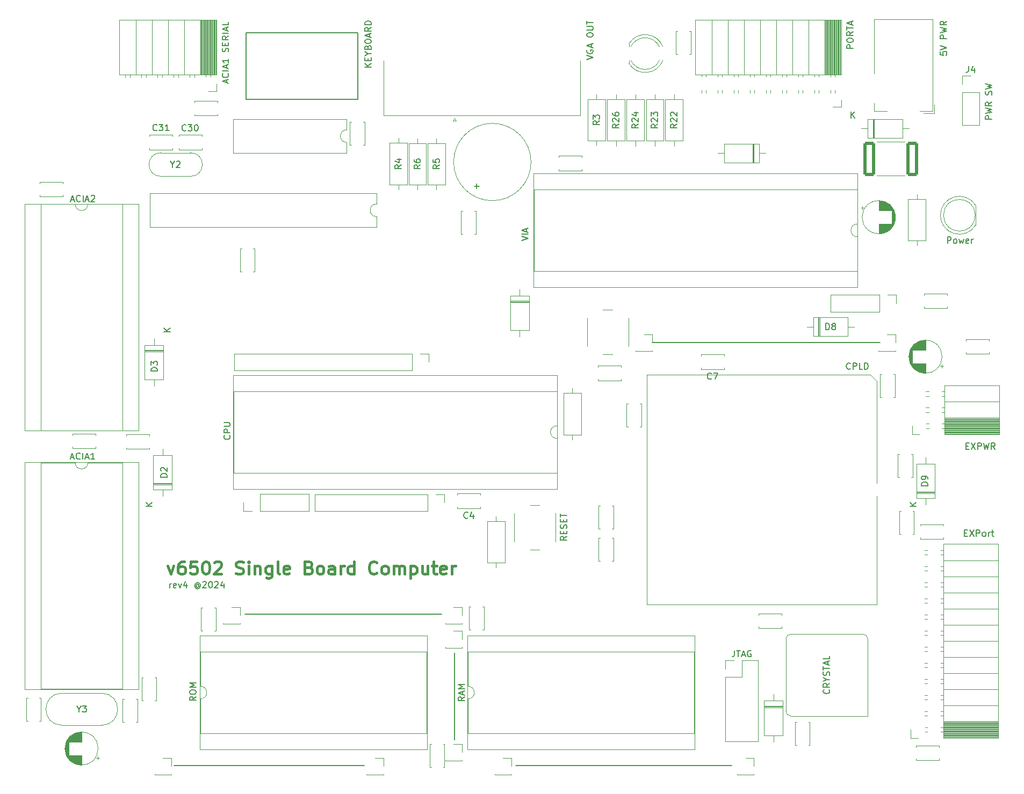
<source format=gto>
%TF.GenerationSoftware,KiCad,Pcbnew,8.0.6*%
%TF.CreationDate,2024-11-30T13:05:03+03:00*%
%TF.ProjectId,6502_v1,36353032-5f76-4312-9e6b-696361645f70,rev?*%
%TF.SameCoordinates,Original*%
%TF.FileFunction,Legend,Top*%
%TF.FilePolarity,Positive*%
%FSLAX46Y46*%
G04 Gerber Fmt 4.6, Leading zero omitted, Abs format (unit mm)*
G04 Created by KiCad (PCBNEW 8.0.6) date 2024-11-30 13:05:03*
%MOMM*%
%LPD*%
G01*
G04 APERTURE LIST*
G04 Aperture macros list*
%AMRoundRect*
0 Rectangle with rounded corners*
0 $1 Rounding radius*
0 $2 $3 $4 $5 $6 $7 $8 $9 X,Y pos of 4 corners*
0 Add a 4 corners polygon primitive as box body*
4,1,4,$2,$3,$4,$5,$6,$7,$8,$9,$2,$3,0*
0 Add four circle primitives for the rounded corners*
1,1,$1+$1,$2,$3*
1,1,$1+$1,$4,$5*
1,1,$1+$1,$6,$7*
1,1,$1+$1,$8,$9*
0 Add four rect primitives between the rounded corners*
20,1,$1+$1,$2,$3,$4,$5,0*
20,1,$1+$1,$4,$5,$6,$7,0*
20,1,$1+$1,$6,$7,$8,$9,0*
20,1,$1+$1,$8,$9,$2,$3,0*%
G04 Aperture macros list end*
%ADD10C,0.150000*%
%ADD11C,0.180000*%
%ADD12C,0.400000*%
%ADD13C,0.200000*%
%ADD14C,0.120000*%
%ADD15R,1.600000X1.600000*%
%ADD16C,1.600000*%
%ADD17C,1.524000*%
%ADD18C,3.300000*%
%ADD19R,1.422400X1.422400*%
%ADD20C,1.422400*%
%ADD21R,1.700000X1.700000*%
%ADD22O,1.700000X1.700000*%
%ADD23C,4.000000*%
%ADD24O,1.600000X1.600000*%
%ADD25R,2.200000X2.200000*%
%ADD26O,2.200000X2.200000*%
%ADD27R,1.800000X1.800000*%
%ADD28C,1.800000*%
%ADD29RoundRect,0.250000X-0.712500X-2.475000X0.712500X-2.475000X0.712500X2.475000X-0.712500X2.475000X0*%
%ADD30C,1.500000*%
%ADD31R,4.600000X2.000000*%
%ADD32O,4.200000X2.000000*%
%ADD33O,2.000000X4.200000*%
%ADD34C,2.000000*%
%ADD35R,2.000000X2.000000*%
%ADD36R,2.500000X2.500000*%
%ADD37C,2.500000*%
G04 APERTURE END LIST*
D10*
X83342752Y-63135107D02*
X83818942Y-63135107D01*
X83247514Y-63420822D02*
X83580847Y-62420822D01*
X83580847Y-62420822D02*
X83914180Y-63420822D01*
X84818942Y-63325583D02*
X84771323Y-63373203D01*
X84771323Y-63373203D02*
X84628466Y-63420822D01*
X84628466Y-63420822D02*
X84533228Y-63420822D01*
X84533228Y-63420822D02*
X84390371Y-63373203D01*
X84390371Y-63373203D02*
X84295133Y-63277964D01*
X84295133Y-63277964D02*
X84247514Y-63182726D01*
X84247514Y-63182726D02*
X84199895Y-62992250D01*
X84199895Y-62992250D02*
X84199895Y-62849393D01*
X84199895Y-62849393D02*
X84247514Y-62658917D01*
X84247514Y-62658917D02*
X84295133Y-62563679D01*
X84295133Y-62563679D02*
X84390371Y-62468441D01*
X84390371Y-62468441D02*
X84533228Y-62420822D01*
X84533228Y-62420822D02*
X84628466Y-62420822D01*
X84628466Y-62420822D02*
X84771323Y-62468441D01*
X84771323Y-62468441D02*
X84818942Y-62516060D01*
X85247514Y-63420822D02*
X85247514Y-62420822D01*
X85676085Y-63135107D02*
X86152275Y-63135107D01*
X85580847Y-63420822D02*
X85914180Y-62420822D01*
X85914180Y-62420822D02*
X86247513Y-63420822D01*
X86533228Y-62516060D02*
X86580847Y-62468441D01*
X86580847Y-62468441D02*
X86676085Y-62420822D01*
X86676085Y-62420822D02*
X86914180Y-62420822D01*
X86914180Y-62420822D02*
X87009418Y-62468441D01*
X87009418Y-62468441D02*
X87057037Y-62516060D01*
X87057037Y-62516060D02*
X87104656Y-62611298D01*
X87104656Y-62611298D02*
X87104656Y-62706536D01*
X87104656Y-62706536D02*
X87057037Y-62849393D01*
X87057037Y-62849393D02*
X86485609Y-63420822D01*
X86485609Y-63420822D02*
X87104656Y-63420822D01*
X154394819Y-69579999D02*
X155394819Y-69246666D01*
X155394819Y-69246666D02*
X154394819Y-68913333D01*
X155394819Y-68579999D02*
X154394819Y-68579999D01*
X155109104Y-68151428D02*
X155109104Y-67675238D01*
X155394819Y-68246666D02*
X154394819Y-67913333D01*
X154394819Y-67913333D02*
X155394819Y-67580000D01*
D11*
X98908516Y-124328259D02*
X98908516Y-123661592D01*
X98908516Y-123852068D02*
X98956135Y-123756830D01*
X98956135Y-123756830D02*
X99003754Y-123709211D01*
X99003754Y-123709211D02*
X99098992Y-123661592D01*
X99098992Y-123661592D02*
X99194230Y-123661592D01*
X99908516Y-124280640D02*
X99813278Y-124328259D01*
X99813278Y-124328259D02*
X99622802Y-124328259D01*
X99622802Y-124328259D02*
X99527564Y-124280640D01*
X99527564Y-124280640D02*
X99479945Y-124185401D01*
X99479945Y-124185401D02*
X99479945Y-123804449D01*
X99479945Y-123804449D02*
X99527564Y-123709211D01*
X99527564Y-123709211D02*
X99622802Y-123661592D01*
X99622802Y-123661592D02*
X99813278Y-123661592D01*
X99813278Y-123661592D02*
X99908516Y-123709211D01*
X99908516Y-123709211D02*
X99956135Y-123804449D01*
X99956135Y-123804449D02*
X99956135Y-123899687D01*
X99956135Y-123899687D02*
X99479945Y-123994925D01*
X100289469Y-123661592D02*
X100527564Y-124328259D01*
X100527564Y-124328259D02*
X100765659Y-123661592D01*
X101575183Y-123661592D02*
X101575183Y-124328259D01*
X101337088Y-123280640D02*
X101098993Y-123994925D01*
X101098993Y-123994925D02*
X101718040Y-123994925D01*
X103479945Y-123852068D02*
X103432326Y-123804449D01*
X103432326Y-123804449D02*
X103337088Y-123756830D01*
X103337088Y-123756830D02*
X103241850Y-123756830D01*
X103241850Y-123756830D02*
X103146612Y-123804449D01*
X103146612Y-123804449D02*
X103098993Y-123852068D01*
X103098993Y-123852068D02*
X103051374Y-123947306D01*
X103051374Y-123947306D02*
X103051374Y-124042544D01*
X103051374Y-124042544D02*
X103098993Y-124137782D01*
X103098993Y-124137782D02*
X103146612Y-124185401D01*
X103146612Y-124185401D02*
X103241850Y-124233020D01*
X103241850Y-124233020D02*
X103337088Y-124233020D01*
X103337088Y-124233020D02*
X103432326Y-124185401D01*
X103432326Y-124185401D02*
X103479945Y-124137782D01*
X103479945Y-123756830D02*
X103479945Y-124137782D01*
X103479945Y-124137782D02*
X103527564Y-124185401D01*
X103527564Y-124185401D02*
X103575183Y-124185401D01*
X103575183Y-124185401D02*
X103670422Y-124137782D01*
X103670422Y-124137782D02*
X103718041Y-124042544D01*
X103718041Y-124042544D02*
X103718041Y-123804449D01*
X103718041Y-123804449D02*
X103622803Y-123661592D01*
X103622803Y-123661592D02*
X103479945Y-123566354D01*
X103479945Y-123566354D02*
X103289469Y-123518735D01*
X103289469Y-123518735D02*
X103098993Y-123566354D01*
X103098993Y-123566354D02*
X102956136Y-123661592D01*
X102956136Y-123661592D02*
X102860898Y-123804449D01*
X102860898Y-123804449D02*
X102813279Y-123994925D01*
X102813279Y-123994925D02*
X102860898Y-124185401D01*
X102860898Y-124185401D02*
X102956136Y-124328259D01*
X102956136Y-124328259D02*
X103098993Y-124423497D01*
X103098993Y-124423497D02*
X103289469Y-124471116D01*
X103289469Y-124471116D02*
X103479945Y-124423497D01*
X103479945Y-124423497D02*
X103622803Y-124328259D01*
X104098993Y-123423497D02*
X104146612Y-123375878D01*
X104146612Y-123375878D02*
X104241850Y-123328259D01*
X104241850Y-123328259D02*
X104479945Y-123328259D01*
X104479945Y-123328259D02*
X104575183Y-123375878D01*
X104575183Y-123375878D02*
X104622802Y-123423497D01*
X104622802Y-123423497D02*
X104670421Y-123518735D01*
X104670421Y-123518735D02*
X104670421Y-123613973D01*
X104670421Y-123613973D02*
X104622802Y-123756830D01*
X104622802Y-123756830D02*
X104051374Y-124328259D01*
X104051374Y-124328259D02*
X104670421Y-124328259D01*
X105289469Y-123328259D02*
X105384707Y-123328259D01*
X105384707Y-123328259D02*
X105479945Y-123375878D01*
X105479945Y-123375878D02*
X105527564Y-123423497D01*
X105527564Y-123423497D02*
X105575183Y-123518735D01*
X105575183Y-123518735D02*
X105622802Y-123709211D01*
X105622802Y-123709211D02*
X105622802Y-123947306D01*
X105622802Y-123947306D02*
X105575183Y-124137782D01*
X105575183Y-124137782D02*
X105527564Y-124233020D01*
X105527564Y-124233020D02*
X105479945Y-124280640D01*
X105479945Y-124280640D02*
X105384707Y-124328259D01*
X105384707Y-124328259D02*
X105289469Y-124328259D01*
X105289469Y-124328259D02*
X105194231Y-124280640D01*
X105194231Y-124280640D02*
X105146612Y-124233020D01*
X105146612Y-124233020D02*
X105098993Y-124137782D01*
X105098993Y-124137782D02*
X105051374Y-123947306D01*
X105051374Y-123947306D02*
X105051374Y-123709211D01*
X105051374Y-123709211D02*
X105098993Y-123518735D01*
X105098993Y-123518735D02*
X105146612Y-123423497D01*
X105146612Y-123423497D02*
X105194231Y-123375878D01*
X105194231Y-123375878D02*
X105289469Y-123328259D01*
X106003755Y-123423497D02*
X106051374Y-123375878D01*
X106051374Y-123375878D02*
X106146612Y-123328259D01*
X106146612Y-123328259D02*
X106384707Y-123328259D01*
X106384707Y-123328259D02*
X106479945Y-123375878D01*
X106479945Y-123375878D02*
X106527564Y-123423497D01*
X106527564Y-123423497D02*
X106575183Y-123518735D01*
X106575183Y-123518735D02*
X106575183Y-123613973D01*
X106575183Y-123613973D02*
X106527564Y-123756830D01*
X106527564Y-123756830D02*
X105956136Y-124328259D01*
X105956136Y-124328259D02*
X106575183Y-124328259D01*
X107432326Y-123661592D02*
X107432326Y-124328259D01*
X107194231Y-123280640D02*
X106956136Y-123994925D01*
X106956136Y-123994925D02*
X107575183Y-123994925D01*
D12*
X98592871Y-120829104D02*
X99069061Y-122162438D01*
X99069061Y-122162438D02*
X99545252Y-120829104D01*
X101164300Y-120162438D02*
X100783347Y-120162438D01*
X100783347Y-120162438D02*
X100592871Y-120257676D01*
X100592871Y-120257676D02*
X100497633Y-120352914D01*
X100497633Y-120352914D02*
X100307157Y-120638628D01*
X100307157Y-120638628D02*
X100211919Y-121019580D01*
X100211919Y-121019580D02*
X100211919Y-121781485D01*
X100211919Y-121781485D02*
X100307157Y-121971961D01*
X100307157Y-121971961D02*
X100402395Y-122067200D01*
X100402395Y-122067200D02*
X100592871Y-122162438D01*
X100592871Y-122162438D02*
X100973824Y-122162438D01*
X100973824Y-122162438D02*
X101164300Y-122067200D01*
X101164300Y-122067200D02*
X101259538Y-121971961D01*
X101259538Y-121971961D02*
X101354776Y-121781485D01*
X101354776Y-121781485D02*
X101354776Y-121305295D01*
X101354776Y-121305295D02*
X101259538Y-121114819D01*
X101259538Y-121114819D02*
X101164300Y-121019580D01*
X101164300Y-121019580D02*
X100973824Y-120924342D01*
X100973824Y-120924342D02*
X100592871Y-120924342D01*
X100592871Y-120924342D02*
X100402395Y-121019580D01*
X100402395Y-121019580D02*
X100307157Y-121114819D01*
X100307157Y-121114819D02*
X100211919Y-121305295D01*
X103164300Y-120162438D02*
X102211919Y-120162438D01*
X102211919Y-120162438D02*
X102116681Y-121114819D01*
X102116681Y-121114819D02*
X102211919Y-121019580D01*
X102211919Y-121019580D02*
X102402395Y-120924342D01*
X102402395Y-120924342D02*
X102878586Y-120924342D01*
X102878586Y-120924342D02*
X103069062Y-121019580D01*
X103069062Y-121019580D02*
X103164300Y-121114819D01*
X103164300Y-121114819D02*
X103259538Y-121305295D01*
X103259538Y-121305295D02*
X103259538Y-121781485D01*
X103259538Y-121781485D02*
X103164300Y-121971961D01*
X103164300Y-121971961D02*
X103069062Y-122067200D01*
X103069062Y-122067200D02*
X102878586Y-122162438D01*
X102878586Y-122162438D02*
X102402395Y-122162438D01*
X102402395Y-122162438D02*
X102211919Y-122067200D01*
X102211919Y-122067200D02*
X102116681Y-121971961D01*
X104497633Y-120162438D02*
X104688110Y-120162438D01*
X104688110Y-120162438D02*
X104878586Y-120257676D01*
X104878586Y-120257676D02*
X104973824Y-120352914D01*
X104973824Y-120352914D02*
X105069062Y-120543390D01*
X105069062Y-120543390D02*
X105164300Y-120924342D01*
X105164300Y-120924342D02*
X105164300Y-121400533D01*
X105164300Y-121400533D02*
X105069062Y-121781485D01*
X105069062Y-121781485D02*
X104973824Y-121971961D01*
X104973824Y-121971961D02*
X104878586Y-122067200D01*
X104878586Y-122067200D02*
X104688110Y-122162438D01*
X104688110Y-122162438D02*
X104497633Y-122162438D01*
X104497633Y-122162438D02*
X104307157Y-122067200D01*
X104307157Y-122067200D02*
X104211919Y-121971961D01*
X104211919Y-121971961D02*
X104116681Y-121781485D01*
X104116681Y-121781485D02*
X104021443Y-121400533D01*
X104021443Y-121400533D02*
X104021443Y-120924342D01*
X104021443Y-120924342D02*
X104116681Y-120543390D01*
X104116681Y-120543390D02*
X104211919Y-120352914D01*
X104211919Y-120352914D02*
X104307157Y-120257676D01*
X104307157Y-120257676D02*
X104497633Y-120162438D01*
X105926205Y-120352914D02*
X106021443Y-120257676D01*
X106021443Y-120257676D02*
X106211919Y-120162438D01*
X106211919Y-120162438D02*
X106688110Y-120162438D01*
X106688110Y-120162438D02*
X106878586Y-120257676D01*
X106878586Y-120257676D02*
X106973824Y-120352914D01*
X106973824Y-120352914D02*
X107069062Y-120543390D01*
X107069062Y-120543390D02*
X107069062Y-120733866D01*
X107069062Y-120733866D02*
X106973824Y-121019580D01*
X106973824Y-121019580D02*
X105830967Y-122162438D01*
X105830967Y-122162438D02*
X107069062Y-122162438D01*
X109354777Y-122067200D02*
X109640491Y-122162438D01*
X109640491Y-122162438D02*
X110116682Y-122162438D01*
X110116682Y-122162438D02*
X110307158Y-122067200D01*
X110307158Y-122067200D02*
X110402396Y-121971961D01*
X110402396Y-121971961D02*
X110497634Y-121781485D01*
X110497634Y-121781485D02*
X110497634Y-121591009D01*
X110497634Y-121591009D02*
X110402396Y-121400533D01*
X110402396Y-121400533D02*
X110307158Y-121305295D01*
X110307158Y-121305295D02*
X110116682Y-121210057D01*
X110116682Y-121210057D02*
X109735729Y-121114819D01*
X109735729Y-121114819D02*
X109545253Y-121019580D01*
X109545253Y-121019580D02*
X109450015Y-120924342D01*
X109450015Y-120924342D02*
X109354777Y-120733866D01*
X109354777Y-120733866D02*
X109354777Y-120543390D01*
X109354777Y-120543390D02*
X109450015Y-120352914D01*
X109450015Y-120352914D02*
X109545253Y-120257676D01*
X109545253Y-120257676D02*
X109735729Y-120162438D01*
X109735729Y-120162438D02*
X110211920Y-120162438D01*
X110211920Y-120162438D02*
X110497634Y-120257676D01*
X111354777Y-122162438D02*
X111354777Y-120829104D01*
X111354777Y-120162438D02*
X111259539Y-120257676D01*
X111259539Y-120257676D02*
X111354777Y-120352914D01*
X111354777Y-120352914D02*
X111450015Y-120257676D01*
X111450015Y-120257676D02*
X111354777Y-120162438D01*
X111354777Y-120162438D02*
X111354777Y-120352914D01*
X112307158Y-120829104D02*
X112307158Y-122162438D01*
X112307158Y-121019580D02*
X112402396Y-120924342D01*
X112402396Y-120924342D02*
X112592872Y-120829104D01*
X112592872Y-120829104D02*
X112878587Y-120829104D01*
X112878587Y-120829104D02*
X113069063Y-120924342D01*
X113069063Y-120924342D02*
X113164301Y-121114819D01*
X113164301Y-121114819D02*
X113164301Y-122162438D01*
X114973825Y-120829104D02*
X114973825Y-122448152D01*
X114973825Y-122448152D02*
X114878587Y-122638628D01*
X114878587Y-122638628D02*
X114783349Y-122733866D01*
X114783349Y-122733866D02*
X114592872Y-122829104D01*
X114592872Y-122829104D02*
X114307158Y-122829104D01*
X114307158Y-122829104D02*
X114116682Y-122733866D01*
X114973825Y-122067200D02*
X114783349Y-122162438D01*
X114783349Y-122162438D02*
X114402396Y-122162438D01*
X114402396Y-122162438D02*
X114211920Y-122067200D01*
X114211920Y-122067200D02*
X114116682Y-121971961D01*
X114116682Y-121971961D02*
X114021444Y-121781485D01*
X114021444Y-121781485D02*
X114021444Y-121210057D01*
X114021444Y-121210057D02*
X114116682Y-121019580D01*
X114116682Y-121019580D02*
X114211920Y-120924342D01*
X114211920Y-120924342D02*
X114402396Y-120829104D01*
X114402396Y-120829104D02*
X114783349Y-120829104D01*
X114783349Y-120829104D02*
X114973825Y-120924342D01*
X116211920Y-122162438D02*
X116021444Y-122067200D01*
X116021444Y-122067200D02*
X115926206Y-121876723D01*
X115926206Y-121876723D02*
X115926206Y-120162438D01*
X117735730Y-122067200D02*
X117545254Y-122162438D01*
X117545254Y-122162438D02*
X117164301Y-122162438D01*
X117164301Y-122162438D02*
X116973825Y-122067200D01*
X116973825Y-122067200D02*
X116878587Y-121876723D01*
X116878587Y-121876723D02*
X116878587Y-121114819D01*
X116878587Y-121114819D02*
X116973825Y-120924342D01*
X116973825Y-120924342D02*
X117164301Y-120829104D01*
X117164301Y-120829104D02*
X117545254Y-120829104D01*
X117545254Y-120829104D02*
X117735730Y-120924342D01*
X117735730Y-120924342D02*
X117830968Y-121114819D01*
X117830968Y-121114819D02*
X117830968Y-121305295D01*
X117830968Y-121305295D02*
X116878587Y-121495771D01*
X120878588Y-121114819D02*
X121164302Y-121210057D01*
X121164302Y-121210057D02*
X121259540Y-121305295D01*
X121259540Y-121305295D02*
X121354778Y-121495771D01*
X121354778Y-121495771D02*
X121354778Y-121781485D01*
X121354778Y-121781485D02*
X121259540Y-121971961D01*
X121259540Y-121971961D02*
X121164302Y-122067200D01*
X121164302Y-122067200D02*
X120973826Y-122162438D01*
X120973826Y-122162438D02*
X120211921Y-122162438D01*
X120211921Y-122162438D02*
X120211921Y-120162438D01*
X120211921Y-120162438D02*
X120878588Y-120162438D01*
X120878588Y-120162438D02*
X121069064Y-120257676D01*
X121069064Y-120257676D02*
X121164302Y-120352914D01*
X121164302Y-120352914D02*
X121259540Y-120543390D01*
X121259540Y-120543390D02*
X121259540Y-120733866D01*
X121259540Y-120733866D02*
X121164302Y-120924342D01*
X121164302Y-120924342D02*
X121069064Y-121019580D01*
X121069064Y-121019580D02*
X120878588Y-121114819D01*
X120878588Y-121114819D02*
X120211921Y-121114819D01*
X122497635Y-122162438D02*
X122307159Y-122067200D01*
X122307159Y-122067200D02*
X122211921Y-121971961D01*
X122211921Y-121971961D02*
X122116683Y-121781485D01*
X122116683Y-121781485D02*
X122116683Y-121210057D01*
X122116683Y-121210057D02*
X122211921Y-121019580D01*
X122211921Y-121019580D02*
X122307159Y-120924342D01*
X122307159Y-120924342D02*
X122497635Y-120829104D01*
X122497635Y-120829104D02*
X122783350Y-120829104D01*
X122783350Y-120829104D02*
X122973826Y-120924342D01*
X122973826Y-120924342D02*
X123069064Y-121019580D01*
X123069064Y-121019580D02*
X123164302Y-121210057D01*
X123164302Y-121210057D02*
X123164302Y-121781485D01*
X123164302Y-121781485D02*
X123069064Y-121971961D01*
X123069064Y-121971961D02*
X122973826Y-122067200D01*
X122973826Y-122067200D02*
X122783350Y-122162438D01*
X122783350Y-122162438D02*
X122497635Y-122162438D01*
X124878588Y-122162438D02*
X124878588Y-121114819D01*
X124878588Y-121114819D02*
X124783350Y-120924342D01*
X124783350Y-120924342D02*
X124592874Y-120829104D01*
X124592874Y-120829104D02*
X124211921Y-120829104D01*
X124211921Y-120829104D02*
X124021445Y-120924342D01*
X124878588Y-122067200D02*
X124688112Y-122162438D01*
X124688112Y-122162438D02*
X124211921Y-122162438D01*
X124211921Y-122162438D02*
X124021445Y-122067200D01*
X124021445Y-122067200D02*
X123926207Y-121876723D01*
X123926207Y-121876723D02*
X123926207Y-121686247D01*
X123926207Y-121686247D02*
X124021445Y-121495771D01*
X124021445Y-121495771D02*
X124211921Y-121400533D01*
X124211921Y-121400533D02*
X124688112Y-121400533D01*
X124688112Y-121400533D02*
X124878588Y-121305295D01*
X125830969Y-122162438D02*
X125830969Y-120829104D01*
X125830969Y-121210057D02*
X125926207Y-121019580D01*
X125926207Y-121019580D02*
X126021445Y-120924342D01*
X126021445Y-120924342D02*
X126211921Y-120829104D01*
X126211921Y-120829104D02*
X126402398Y-120829104D01*
X127926207Y-122162438D02*
X127926207Y-120162438D01*
X127926207Y-122067200D02*
X127735731Y-122162438D01*
X127735731Y-122162438D02*
X127354778Y-122162438D01*
X127354778Y-122162438D02*
X127164302Y-122067200D01*
X127164302Y-122067200D02*
X127069064Y-121971961D01*
X127069064Y-121971961D02*
X126973826Y-121781485D01*
X126973826Y-121781485D02*
X126973826Y-121210057D01*
X126973826Y-121210057D02*
X127069064Y-121019580D01*
X127069064Y-121019580D02*
X127164302Y-120924342D01*
X127164302Y-120924342D02*
X127354778Y-120829104D01*
X127354778Y-120829104D02*
X127735731Y-120829104D01*
X127735731Y-120829104D02*
X127926207Y-120924342D01*
X131545255Y-121971961D02*
X131450017Y-122067200D01*
X131450017Y-122067200D02*
X131164303Y-122162438D01*
X131164303Y-122162438D02*
X130973827Y-122162438D01*
X130973827Y-122162438D02*
X130688112Y-122067200D01*
X130688112Y-122067200D02*
X130497636Y-121876723D01*
X130497636Y-121876723D02*
X130402398Y-121686247D01*
X130402398Y-121686247D02*
X130307160Y-121305295D01*
X130307160Y-121305295D02*
X130307160Y-121019580D01*
X130307160Y-121019580D02*
X130402398Y-120638628D01*
X130402398Y-120638628D02*
X130497636Y-120448152D01*
X130497636Y-120448152D02*
X130688112Y-120257676D01*
X130688112Y-120257676D02*
X130973827Y-120162438D01*
X130973827Y-120162438D02*
X131164303Y-120162438D01*
X131164303Y-120162438D02*
X131450017Y-120257676D01*
X131450017Y-120257676D02*
X131545255Y-120352914D01*
X132688112Y-122162438D02*
X132497636Y-122067200D01*
X132497636Y-122067200D02*
X132402398Y-121971961D01*
X132402398Y-121971961D02*
X132307160Y-121781485D01*
X132307160Y-121781485D02*
X132307160Y-121210057D01*
X132307160Y-121210057D02*
X132402398Y-121019580D01*
X132402398Y-121019580D02*
X132497636Y-120924342D01*
X132497636Y-120924342D02*
X132688112Y-120829104D01*
X132688112Y-120829104D02*
X132973827Y-120829104D01*
X132973827Y-120829104D02*
X133164303Y-120924342D01*
X133164303Y-120924342D02*
X133259541Y-121019580D01*
X133259541Y-121019580D02*
X133354779Y-121210057D01*
X133354779Y-121210057D02*
X133354779Y-121781485D01*
X133354779Y-121781485D02*
X133259541Y-121971961D01*
X133259541Y-121971961D02*
X133164303Y-122067200D01*
X133164303Y-122067200D02*
X132973827Y-122162438D01*
X132973827Y-122162438D02*
X132688112Y-122162438D01*
X134211922Y-122162438D02*
X134211922Y-120829104D01*
X134211922Y-121019580D02*
X134307160Y-120924342D01*
X134307160Y-120924342D02*
X134497636Y-120829104D01*
X134497636Y-120829104D02*
X134783351Y-120829104D01*
X134783351Y-120829104D02*
X134973827Y-120924342D01*
X134973827Y-120924342D02*
X135069065Y-121114819D01*
X135069065Y-121114819D02*
X135069065Y-122162438D01*
X135069065Y-121114819D02*
X135164303Y-120924342D01*
X135164303Y-120924342D02*
X135354779Y-120829104D01*
X135354779Y-120829104D02*
X135640493Y-120829104D01*
X135640493Y-120829104D02*
X135830970Y-120924342D01*
X135830970Y-120924342D02*
X135926208Y-121114819D01*
X135926208Y-121114819D02*
X135926208Y-122162438D01*
X136878589Y-120829104D02*
X136878589Y-122829104D01*
X136878589Y-120924342D02*
X137069065Y-120829104D01*
X137069065Y-120829104D02*
X137450018Y-120829104D01*
X137450018Y-120829104D02*
X137640494Y-120924342D01*
X137640494Y-120924342D02*
X137735732Y-121019580D01*
X137735732Y-121019580D02*
X137830970Y-121210057D01*
X137830970Y-121210057D02*
X137830970Y-121781485D01*
X137830970Y-121781485D02*
X137735732Y-121971961D01*
X137735732Y-121971961D02*
X137640494Y-122067200D01*
X137640494Y-122067200D02*
X137450018Y-122162438D01*
X137450018Y-122162438D02*
X137069065Y-122162438D01*
X137069065Y-122162438D02*
X136878589Y-122067200D01*
X139545256Y-120829104D02*
X139545256Y-122162438D01*
X138688113Y-120829104D02*
X138688113Y-121876723D01*
X138688113Y-121876723D02*
X138783351Y-122067200D01*
X138783351Y-122067200D02*
X138973827Y-122162438D01*
X138973827Y-122162438D02*
X139259542Y-122162438D01*
X139259542Y-122162438D02*
X139450018Y-122067200D01*
X139450018Y-122067200D02*
X139545256Y-121971961D01*
X140211923Y-120829104D02*
X140973827Y-120829104D01*
X140497637Y-120162438D02*
X140497637Y-121876723D01*
X140497637Y-121876723D02*
X140592875Y-122067200D01*
X140592875Y-122067200D02*
X140783351Y-122162438D01*
X140783351Y-122162438D02*
X140973827Y-122162438D01*
X142402399Y-122067200D02*
X142211923Y-122162438D01*
X142211923Y-122162438D02*
X141830970Y-122162438D01*
X141830970Y-122162438D02*
X141640494Y-122067200D01*
X141640494Y-122067200D02*
X141545256Y-121876723D01*
X141545256Y-121876723D02*
X141545256Y-121114819D01*
X141545256Y-121114819D02*
X141640494Y-120924342D01*
X141640494Y-120924342D02*
X141830970Y-120829104D01*
X141830970Y-120829104D02*
X142211923Y-120829104D01*
X142211923Y-120829104D02*
X142402399Y-120924342D01*
X142402399Y-120924342D02*
X142497637Y-121114819D01*
X142497637Y-121114819D02*
X142497637Y-121305295D01*
X142497637Y-121305295D02*
X141545256Y-121495771D01*
X143354780Y-122162438D02*
X143354780Y-120829104D01*
X143354780Y-121210057D02*
X143450018Y-121019580D01*
X143450018Y-121019580D02*
X143545256Y-120924342D01*
X143545256Y-120924342D02*
X143735732Y-120829104D01*
X143735732Y-120829104D02*
X143926209Y-120829104D01*
D10*
X110744000Y-128524000D02*
X141732000Y-128524000D01*
D13*
X99568000Y-152400000D02*
X129540000Y-152400000D01*
D10*
X143764000Y-148336000D02*
X143764000Y-134620000D01*
X153416000Y-152400000D02*
X187452000Y-152400000D01*
X174980198Y-85678000D02*
X210820000Y-85679501D01*
D13*
X224397673Y-101959409D02*
X224731006Y-101959409D01*
X224873863Y-102483219D02*
X224397673Y-102483219D01*
X224397673Y-102483219D02*
X224397673Y-101483219D01*
X224397673Y-101483219D02*
X224873863Y-101483219D01*
X225207197Y-101483219D02*
X225873863Y-102483219D01*
X225873863Y-101483219D02*
X225207197Y-102483219D01*
X226254816Y-102483219D02*
X226254816Y-101483219D01*
X226254816Y-101483219D02*
X226635768Y-101483219D01*
X226635768Y-101483219D02*
X226731006Y-101530838D01*
X226731006Y-101530838D02*
X226778625Y-101578457D01*
X226778625Y-101578457D02*
X226826244Y-101673695D01*
X226826244Y-101673695D02*
X226826244Y-101816552D01*
X226826244Y-101816552D02*
X226778625Y-101911790D01*
X226778625Y-101911790D02*
X226731006Y-101959409D01*
X226731006Y-101959409D02*
X226635768Y-102007028D01*
X226635768Y-102007028D02*
X226254816Y-102007028D01*
X227159578Y-101483219D02*
X227397673Y-102483219D01*
X227397673Y-102483219D02*
X227588149Y-101768933D01*
X227588149Y-101768933D02*
X227778625Y-102483219D01*
X227778625Y-102483219D02*
X228016721Y-101483219D01*
X228969101Y-102483219D02*
X228635768Y-102007028D01*
X228397673Y-102483219D02*
X228397673Y-101483219D01*
X228397673Y-101483219D02*
X228778625Y-101483219D01*
X228778625Y-101483219D02*
X228873863Y-101530838D01*
X228873863Y-101530838D02*
X228921482Y-101578457D01*
X228921482Y-101578457D02*
X228969101Y-101673695D01*
X228969101Y-101673695D02*
X228969101Y-101816552D01*
X228969101Y-101816552D02*
X228921482Y-101911790D01*
X228921482Y-101911790D02*
X228873863Y-101959409D01*
X228873863Y-101959409D02*
X228778625Y-102007028D01*
X228778625Y-102007028D02*
X228397673Y-102007028D01*
X220355219Y-39794136D02*
X220355219Y-40270326D01*
X220355219Y-40270326D02*
X220831409Y-40317945D01*
X220831409Y-40317945D02*
X220783790Y-40270326D01*
X220783790Y-40270326D02*
X220736171Y-40175088D01*
X220736171Y-40175088D02*
X220736171Y-39936993D01*
X220736171Y-39936993D02*
X220783790Y-39841755D01*
X220783790Y-39841755D02*
X220831409Y-39794136D01*
X220831409Y-39794136D02*
X220926647Y-39746517D01*
X220926647Y-39746517D02*
X221164742Y-39746517D01*
X221164742Y-39746517D02*
X221259980Y-39794136D01*
X221259980Y-39794136D02*
X221307600Y-39841755D01*
X221307600Y-39841755D02*
X221355219Y-39936993D01*
X221355219Y-39936993D02*
X221355219Y-40175088D01*
X221355219Y-40175088D02*
X221307600Y-40270326D01*
X221307600Y-40270326D02*
X221259980Y-40317945D01*
X220355219Y-39460802D02*
X221355219Y-39127469D01*
X221355219Y-39127469D02*
X220355219Y-38794136D01*
X221355219Y-37698897D02*
X220355219Y-37698897D01*
X220355219Y-37698897D02*
X220355219Y-37317945D01*
X220355219Y-37317945D02*
X220402838Y-37222707D01*
X220402838Y-37222707D02*
X220450457Y-37175088D01*
X220450457Y-37175088D02*
X220545695Y-37127469D01*
X220545695Y-37127469D02*
X220688552Y-37127469D01*
X220688552Y-37127469D02*
X220783790Y-37175088D01*
X220783790Y-37175088D02*
X220831409Y-37222707D01*
X220831409Y-37222707D02*
X220879028Y-37317945D01*
X220879028Y-37317945D02*
X220879028Y-37698897D01*
X220355219Y-36794135D02*
X221355219Y-36556040D01*
X221355219Y-36556040D02*
X220640933Y-36365564D01*
X220640933Y-36365564D02*
X221355219Y-36175088D01*
X221355219Y-36175088D02*
X220355219Y-35936993D01*
X221355219Y-34984612D02*
X220879028Y-35317945D01*
X221355219Y-35556040D02*
X220355219Y-35556040D01*
X220355219Y-35556040D02*
X220355219Y-35175088D01*
X220355219Y-35175088D02*
X220402838Y-35079850D01*
X220402838Y-35079850D02*
X220450457Y-35032231D01*
X220450457Y-35032231D02*
X220545695Y-34984612D01*
X220545695Y-34984612D02*
X220688552Y-34984612D01*
X220688552Y-34984612D02*
X220783790Y-35032231D01*
X220783790Y-35032231D02*
X220831409Y-35079850D01*
X220831409Y-35079850D02*
X220879028Y-35175088D01*
X220879028Y-35175088D02*
X220879028Y-35556040D01*
X164641147Y-41042720D02*
X165641147Y-40709387D01*
X165641147Y-40709387D02*
X164641147Y-40376054D01*
X164688766Y-39518911D02*
X164641147Y-39614149D01*
X164641147Y-39614149D02*
X164641147Y-39757006D01*
X164641147Y-39757006D02*
X164688766Y-39899863D01*
X164688766Y-39899863D02*
X164784004Y-39995101D01*
X164784004Y-39995101D02*
X164879242Y-40042720D01*
X164879242Y-40042720D02*
X165069718Y-40090339D01*
X165069718Y-40090339D02*
X165212575Y-40090339D01*
X165212575Y-40090339D02*
X165403051Y-40042720D01*
X165403051Y-40042720D02*
X165498289Y-39995101D01*
X165498289Y-39995101D02*
X165593528Y-39899863D01*
X165593528Y-39899863D02*
X165641147Y-39757006D01*
X165641147Y-39757006D02*
X165641147Y-39661768D01*
X165641147Y-39661768D02*
X165593528Y-39518911D01*
X165593528Y-39518911D02*
X165545908Y-39471292D01*
X165545908Y-39471292D02*
X165212575Y-39471292D01*
X165212575Y-39471292D02*
X165212575Y-39661768D01*
X165355432Y-39090339D02*
X165355432Y-38614149D01*
X165641147Y-39185577D02*
X164641147Y-38852244D01*
X164641147Y-38852244D02*
X165641147Y-38518911D01*
X164641147Y-37233196D02*
X164641147Y-37042720D01*
X164641147Y-37042720D02*
X164688766Y-36947482D01*
X164688766Y-36947482D02*
X164784004Y-36852244D01*
X164784004Y-36852244D02*
X164974480Y-36804625D01*
X164974480Y-36804625D02*
X165307813Y-36804625D01*
X165307813Y-36804625D02*
X165498289Y-36852244D01*
X165498289Y-36852244D02*
X165593528Y-36947482D01*
X165593528Y-36947482D02*
X165641147Y-37042720D01*
X165641147Y-37042720D02*
X165641147Y-37233196D01*
X165641147Y-37233196D02*
X165593528Y-37328434D01*
X165593528Y-37328434D02*
X165498289Y-37423672D01*
X165498289Y-37423672D02*
X165307813Y-37471291D01*
X165307813Y-37471291D02*
X164974480Y-37471291D01*
X164974480Y-37471291D02*
X164784004Y-37423672D01*
X164784004Y-37423672D02*
X164688766Y-37328434D01*
X164688766Y-37328434D02*
X164641147Y-37233196D01*
X164641147Y-36376053D02*
X165450670Y-36376053D01*
X165450670Y-36376053D02*
X165545908Y-36328434D01*
X165545908Y-36328434D02*
X165593528Y-36280815D01*
X165593528Y-36280815D02*
X165641147Y-36185577D01*
X165641147Y-36185577D02*
X165641147Y-35995101D01*
X165641147Y-35995101D02*
X165593528Y-35899863D01*
X165593528Y-35899863D02*
X165545908Y-35852244D01*
X165545908Y-35852244D02*
X165450670Y-35804625D01*
X165450670Y-35804625D02*
X164641147Y-35804625D01*
X164641147Y-35471291D02*
X164641147Y-34899863D01*
X165641147Y-35185577D02*
X164641147Y-35185577D01*
X224166210Y-115694767D02*
X224499543Y-115694767D01*
X224642400Y-116218577D02*
X224166210Y-116218577D01*
X224166210Y-116218577D02*
X224166210Y-115218577D01*
X224166210Y-115218577D02*
X224642400Y-115218577D01*
X224975734Y-115218577D02*
X225642400Y-116218577D01*
X225642400Y-115218577D02*
X224975734Y-116218577D01*
X226023353Y-116218577D02*
X226023353Y-115218577D01*
X226023353Y-115218577D02*
X226404305Y-115218577D01*
X226404305Y-115218577D02*
X226499543Y-115266196D01*
X226499543Y-115266196D02*
X226547162Y-115313815D01*
X226547162Y-115313815D02*
X226594781Y-115409053D01*
X226594781Y-115409053D02*
X226594781Y-115551910D01*
X226594781Y-115551910D02*
X226547162Y-115647148D01*
X226547162Y-115647148D02*
X226499543Y-115694767D01*
X226499543Y-115694767D02*
X226404305Y-115742386D01*
X226404305Y-115742386D02*
X226023353Y-115742386D01*
X227166210Y-116218577D02*
X227070972Y-116170958D01*
X227070972Y-116170958D02*
X227023353Y-116123338D01*
X227023353Y-116123338D02*
X226975734Y-116028100D01*
X226975734Y-116028100D02*
X226975734Y-115742386D01*
X226975734Y-115742386D02*
X227023353Y-115647148D01*
X227023353Y-115647148D02*
X227070972Y-115599529D01*
X227070972Y-115599529D02*
X227166210Y-115551910D01*
X227166210Y-115551910D02*
X227309067Y-115551910D01*
X227309067Y-115551910D02*
X227404305Y-115599529D01*
X227404305Y-115599529D02*
X227451924Y-115647148D01*
X227451924Y-115647148D02*
X227499543Y-115742386D01*
X227499543Y-115742386D02*
X227499543Y-116028100D01*
X227499543Y-116028100D02*
X227451924Y-116123338D01*
X227451924Y-116123338D02*
X227404305Y-116170958D01*
X227404305Y-116170958D02*
X227309067Y-116218577D01*
X227309067Y-116218577D02*
X227166210Y-116218577D01*
X227928115Y-116218577D02*
X227928115Y-115551910D01*
X227928115Y-115742386D02*
X227975734Y-115647148D01*
X227975734Y-115647148D02*
X228023353Y-115599529D01*
X228023353Y-115599529D02*
X228118591Y-115551910D01*
X228118591Y-115551910D02*
X228213829Y-115551910D01*
X228404306Y-115551910D02*
X228785258Y-115551910D01*
X228547163Y-115218577D02*
X228547163Y-116075719D01*
X228547163Y-116075719D02*
X228594782Y-116170958D01*
X228594782Y-116170958D02*
X228690020Y-116218577D01*
X228690020Y-116218577D02*
X228785258Y-116218577D01*
X206623219Y-39254326D02*
X205623219Y-39254326D01*
X205623219Y-39254326D02*
X205623219Y-38873374D01*
X205623219Y-38873374D02*
X205670838Y-38778136D01*
X205670838Y-38778136D02*
X205718457Y-38730517D01*
X205718457Y-38730517D02*
X205813695Y-38682898D01*
X205813695Y-38682898D02*
X205956552Y-38682898D01*
X205956552Y-38682898D02*
X206051790Y-38730517D01*
X206051790Y-38730517D02*
X206099409Y-38778136D01*
X206099409Y-38778136D02*
X206147028Y-38873374D01*
X206147028Y-38873374D02*
X206147028Y-39254326D01*
X205623219Y-38063850D02*
X205623219Y-37873374D01*
X205623219Y-37873374D02*
X205670838Y-37778136D01*
X205670838Y-37778136D02*
X205766076Y-37682898D01*
X205766076Y-37682898D02*
X205956552Y-37635279D01*
X205956552Y-37635279D02*
X206289885Y-37635279D01*
X206289885Y-37635279D02*
X206480361Y-37682898D01*
X206480361Y-37682898D02*
X206575600Y-37778136D01*
X206575600Y-37778136D02*
X206623219Y-37873374D01*
X206623219Y-37873374D02*
X206623219Y-38063850D01*
X206623219Y-38063850D02*
X206575600Y-38159088D01*
X206575600Y-38159088D02*
X206480361Y-38254326D01*
X206480361Y-38254326D02*
X206289885Y-38301945D01*
X206289885Y-38301945D02*
X205956552Y-38301945D01*
X205956552Y-38301945D02*
X205766076Y-38254326D01*
X205766076Y-38254326D02*
X205670838Y-38159088D01*
X205670838Y-38159088D02*
X205623219Y-38063850D01*
X206623219Y-36635279D02*
X206147028Y-36968612D01*
X206623219Y-37206707D02*
X205623219Y-37206707D01*
X205623219Y-37206707D02*
X205623219Y-36825755D01*
X205623219Y-36825755D02*
X205670838Y-36730517D01*
X205670838Y-36730517D02*
X205718457Y-36682898D01*
X205718457Y-36682898D02*
X205813695Y-36635279D01*
X205813695Y-36635279D02*
X205956552Y-36635279D01*
X205956552Y-36635279D02*
X206051790Y-36682898D01*
X206051790Y-36682898D02*
X206099409Y-36730517D01*
X206099409Y-36730517D02*
X206147028Y-36825755D01*
X206147028Y-36825755D02*
X206147028Y-37206707D01*
X205623219Y-36349564D02*
X205623219Y-35778136D01*
X206623219Y-36063850D02*
X205623219Y-36063850D01*
X206337504Y-35492421D02*
X206337504Y-35016231D01*
X206623219Y-35587659D02*
X205623219Y-35254326D01*
X205623219Y-35254326D02*
X206623219Y-34920993D01*
X107889470Y-44690561D02*
X107889470Y-44214371D01*
X108175185Y-44785799D02*
X107175185Y-44452466D01*
X107175185Y-44452466D02*
X108175185Y-44119133D01*
X108079946Y-43214371D02*
X108127566Y-43261990D01*
X108127566Y-43261990D02*
X108175185Y-43404847D01*
X108175185Y-43404847D02*
X108175185Y-43500085D01*
X108175185Y-43500085D02*
X108127566Y-43642942D01*
X108127566Y-43642942D02*
X108032327Y-43738180D01*
X108032327Y-43738180D02*
X107937089Y-43785799D01*
X107937089Y-43785799D02*
X107746613Y-43833418D01*
X107746613Y-43833418D02*
X107603756Y-43833418D01*
X107603756Y-43833418D02*
X107413280Y-43785799D01*
X107413280Y-43785799D02*
X107318042Y-43738180D01*
X107318042Y-43738180D02*
X107222804Y-43642942D01*
X107222804Y-43642942D02*
X107175185Y-43500085D01*
X107175185Y-43500085D02*
X107175185Y-43404847D01*
X107175185Y-43404847D02*
X107222804Y-43261990D01*
X107222804Y-43261990D02*
X107270423Y-43214371D01*
X108175185Y-42785799D02*
X107175185Y-42785799D01*
X107889470Y-42357228D02*
X107889470Y-41881038D01*
X108175185Y-42452466D02*
X107175185Y-42119133D01*
X107175185Y-42119133D02*
X108175185Y-41785800D01*
X108175185Y-40928657D02*
X108175185Y-41500085D01*
X108175185Y-41214371D02*
X107175185Y-41214371D01*
X107175185Y-41214371D02*
X107318042Y-41309609D01*
X107318042Y-41309609D02*
X107413280Y-41404847D01*
X107413280Y-41404847D02*
X107460899Y-41500085D01*
X108127566Y-39785799D02*
X108175185Y-39642942D01*
X108175185Y-39642942D02*
X108175185Y-39404847D01*
X108175185Y-39404847D02*
X108127566Y-39309609D01*
X108127566Y-39309609D02*
X108079946Y-39261990D01*
X108079946Y-39261990D02*
X107984708Y-39214371D01*
X107984708Y-39214371D02*
X107889470Y-39214371D01*
X107889470Y-39214371D02*
X107794232Y-39261990D01*
X107794232Y-39261990D02*
X107746613Y-39309609D01*
X107746613Y-39309609D02*
X107698994Y-39404847D01*
X107698994Y-39404847D02*
X107651375Y-39595323D01*
X107651375Y-39595323D02*
X107603756Y-39690561D01*
X107603756Y-39690561D02*
X107556137Y-39738180D01*
X107556137Y-39738180D02*
X107460899Y-39785799D01*
X107460899Y-39785799D02*
X107365661Y-39785799D01*
X107365661Y-39785799D02*
X107270423Y-39738180D01*
X107270423Y-39738180D02*
X107222804Y-39690561D01*
X107222804Y-39690561D02*
X107175185Y-39595323D01*
X107175185Y-39595323D02*
X107175185Y-39357228D01*
X107175185Y-39357228D02*
X107222804Y-39214371D01*
X107651375Y-38785799D02*
X107651375Y-38452466D01*
X108175185Y-38309609D02*
X108175185Y-38785799D01*
X108175185Y-38785799D02*
X107175185Y-38785799D01*
X107175185Y-38785799D02*
X107175185Y-38309609D01*
X108175185Y-37309609D02*
X107698994Y-37642942D01*
X108175185Y-37881037D02*
X107175185Y-37881037D01*
X107175185Y-37881037D02*
X107175185Y-37500085D01*
X107175185Y-37500085D02*
X107222804Y-37404847D01*
X107222804Y-37404847D02*
X107270423Y-37357228D01*
X107270423Y-37357228D02*
X107365661Y-37309609D01*
X107365661Y-37309609D02*
X107508518Y-37309609D01*
X107508518Y-37309609D02*
X107603756Y-37357228D01*
X107603756Y-37357228D02*
X107651375Y-37404847D01*
X107651375Y-37404847D02*
X107698994Y-37500085D01*
X107698994Y-37500085D02*
X107698994Y-37881037D01*
X108175185Y-36881037D02*
X107175185Y-36881037D01*
X107889470Y-36452466D02*
X107889470Y-35976276D01*
X108175185Y-36547704D02*
X107175185Y-36214371D01*
X107175185Y-36214371D02*
X108175185Y-35881038D01*
X108175185Y-35071514D02*
X108175185Y-35547704D01*
X108175185Y-35547704D02*
X107175185Y-35547704D01*
X130665461Y-42187839D02*
X129665461Y-42187839D01*
X130665461Y-41616411D02*
X130094032Y-42044982D01*
X129665461Y-41616411D02*
X130236889Y-42187839D01*
X130141651Y-41187839D02*
X130141651Y-40854506D01*
X130665461Y-40711649D02*
X130665461Y-41187839D01*
X130665461Y-41187839D02*
X129665461Y-41187839D01*
X129665461Y-41187839D02*
X129665461Y-40711649D01*
X130189270Y-40092601D02*
X130665461Y-40092601D01*
X129665461Y-40425934D02*
X130189270Y-40092601D01*
X130189270Y-40092601D02*
X129665461Y-39759268D01*
X130141651Y-39092601D02*
X130189270Y-38949744D01*
X130189270Y-38949744D02*
X130236889Y-38902125D01*
X130236889Y-38902125D02*
X130332127Y-38854506D01*
X130332127Y-38854506D02*
X130474984Y-38854506D01*
X130474984Y-38854506D02*
X130570222Y-38902125D01*
X130570222Y-38902125D02*
X130617842Y-38949744D01*
X130617842Y-38949744D02*
X130665461Y-39044982D01*
X130665461Y-39044982D02*
X130665461Y-39425934D01*
X130665461Y-39425934D02*
X129665461Y-39425934D01*
X129665461Y-39425934D02*
X129665461Y-39092601D01*
X129665461Y-39092601D02*
X129713080Y-38997363D01*
X129713080Y-38997363D02*
X129760699Y-38949744D01*
X129760699Y-38949744D02*
X129855937Y-38902125D01*
X129855937Y-38902125D02*
X129951175Y-38902125D01*
X129951175Y-38902125D02*
X130046413Y-38949744D01*
X130046413Y-38949744D02*
X130094032Y-38997363D01*
X130094032Y-38997363D02*
X130141651Y-39092601D01*
X130141651Y-39092601D02*
X130141651Y-39425934D01*
X129665461Y-38235458D02*
X129665461Y-38044982D01*
X129665461Y-38044982D02*
X129713080Y-37949744D01*
X129713080Y-37949744D02*
X129808318Y-37854506D01*
X129808318Y-37854506D02*
X129998794Y-37806887D01*
X129998794Y-37806887D02*
X130332127Y-37806887D01*
X130332127Y-37806887D02*
X130522603Y-37854506D01*
X130522603Y-37854506D02*
X130617842Y-37949744D01*
X130617842Y-37949744D02*
X130665461Y-38044982D01*
X130665461Y-38044982D02*
X130665461Y-38235458D01*
X130665461Y-38235458D02*
X130617842Y-38330696D01*
X130617842Y-38330696D02*
X130522603Y-38425934D01*
X130522603Y-38425934D02*
X130332127Y-38473553D01*
X130332127Y-38473553D02*
X129998794Y-38473553D01*
X129998794Y-38473553D02*
X129808318Y-38425934D01*
X129808318Y-38425934D02*
X129713080Y-38330696D01*
X129713080Y-38330696D02*
X129665461Y-38235458D01*
X130379746Y-37425934D02*
X130379746Y-36949744D01*
X130665461Y-37521172D02*
X129665461Y-37187839D01*
X129665461Y-37187839D02*
X130665461Y-36854506D01*
X130665461Y-35949744D02*
X130189270Y-36283077D01*
X130665461Y-36521172D02*
X129665461Y-36521172D01*
X129665461Y-36521172D02*
X129665461Y-36140220D01*
X129665461Y-36140220D02*
X129713080Y-36044982D01*
X129713080Y-36044982D02*
X129760699Y-35997363D01*
X129760699Y-35997363D02*
X129855937Y-35949744D01*
X129855937Y-35949744D02*
X129998794Y-35949744D01*
X129998794Y-35949744D02*
X130094032Y-35997363D01*
X130094032Y-35997363D02*
X130141651Y-36044982D01*
X130141651Y-36044982D02*
X130189270Y-36140220D01*
X130189270Y-36140220D02*
X130189270Y-36521172D01*
X130665461Y-35521172D02*
X129665461Y-35521172D01*
X129665461Y-35521172D02*
X129665461Y-35283077D01*
X129665461Y-35283077D02*
X129713080Y-35140220D01*
X129713080Y-35140220D02*
X129808318Y-35044982D01*
X129808318Y-35044982D02*
X129903556Y-34997363D01*
X129903556Y-34997363D02*
X130094032Y-34949744D01*
X130094032Y-34949744D02*
X130236889Y-34949744D01*
X130236889Y-34949744D02*
X130427365Y-34997363D01*
X130427365Y-34997363D02*
X130522603Y-35044982D01*
X130522603Y-35044982D02*
X130617842Y-35140220D01*
X130617842Y-35140220D02*
X130665461Y-35283077D01*
X130665461Y-35283077D02*
X130665461Y-35521172D01*
X228467219Y-50430326D02*
X227467219Y-50430326D01*
X227467219Y-50430326D02*
X227467219Y-50049374D01*
X227467219Y-50049374D02*
X227514838Y-49954136D01*
X227514838Y-49954136D02*
X227562457Y-49906517D01*
X227562457Y-49906517D02*
X227657695Y-49858898D01*
X227657695Y-49858898D02*
X227800552Y-49858898D01*
X227800552Y-49858898D02*
X227895790Y-49906517D01*
X227895790Y-49906517D02*
X227943409Y-49954136D01*
X227943409Y-49954136D02*
X227991028Y-50049374D01*
X227991028Y-50049374D02*
X227991028Y-50430326D01*
X227467219Y-49525564D02*
X228467219Y-49287469D01*
X228467219Y-49287469D02*
X227752933Y-49096993D01*
X227752933Y-49096993D02*
X228467219Y-48906517D01*
X228467219Y-48906517D02*
X227467219Y-48668422D01*
X228467219Y-47716041D02*
X227991028Y-48049374D01*
X228467219Y-48287469D02*
X227467219Y-48287469D01*
X227467219Y-48287469D02*
X227467219Y-47906517D01*
X227467219Y-47906517D02*
X227514838Y-47811279D01*
X227514838Y-47811279D02*
X227562457Y-47763660D01*
X227562457Y-47763660D02*
X227657695Y-47716041D01*
X227657695Y-47716041D02*
X227800552Y-47716041D01*
X227800552Y-47716041D02*
X227895790Y-47763660D01*
X227895790Y-47763660D02*
X227943409Y-47811279D01*
X227943409Y-47811279D02*
X227991028Y-47906517D01*
X227991028Y-47906517D02*
X227991028Y-48287469D01*
X228419600Y-46573183D02*
X228467219Y-46430326D01*
X228467219Y-46430326D02*
X228467219Y-46192231D01*
X228467219Y-46192231D02*
X228419600Y-46096993D01*
X228419600Y-46096993D02*
X228371980Y-46049374D01*
X228371980Y-46049374D02*
X228276742Y-46001755D01*
X228276742Y-46001755D02*
X228181504Y-46001755D01*
X228181504Y-46001755D02*
X228086266Y-46049374D01*
X228086266Y-46049374D02*
X228038647Y-46096993D01*
X228038647Y-46096993D02*
X227991028Y-46192231D01*
X227991028Y-46192231D02*
X227943409Y-46382707D01*
X227943409Y-46382707D02*
X227895790Y-46477945D01*
X227895790Y-46477945D02*
X227848171Y-46525564D01*
X227848171Y-46525564D02*
X227752933Y-46573183D01*
X227752933Y-46573183D02*
X227657695Y-46573183D01*
X227657695Y-46573183D02*
X227562457Y-46525564D01*
X227562457Y-46525564D02*
X227514838Y-46477945D01*
X227514838Y-46477945D02*
X227467219Y-46382707D01*
X227467219Y-46382707D02*
X227467219Y-46144612D01*
X227467219Y-46144612D02*
X227514838Y-46001755D01*
X227467219Y-45668421D02*
X228467219Y-45430326D01*
X228467219Y-45430326D02*
X227752933Y-45239850D01*
X227752933Y-45239850D02*
X228467219Y-45049374D01*
X228467219Y-45049374D02*
X227467219Y-44811279D01*
D10*
X206168761Y-89767580D02*
X206121142Y-89815200D01*
X206121142Y-89815200D02*
X205978285Y-89862819D01*
X205978285Y-89862819D02*
X205883047Y-89862819D01*
X205883047Y-89862819D02*
X205740190Y-89815200D01*
X205740190Y-89815200D02*
X205644952Y-89719961D01*
X205644952Y-89719961D02*
X205597333Y-89624723D01*
X205597333Y-89624723D02*
X205549714Y-89434247D01*
X205549714Y-89434247D02*
X205549714Y-89291390D01*
X205549714Y-89291390D02*
X205597333Y-89100914D01*
X205597333Y-89100914D02*
X205644952Y-89005676D01*
X205644952Y-89005676D02*
X205740190Y-88910438D01*
X205740190Y-88910438D02*
X205883047Y-88862819D01*
X205883047Y-88862819D02*
X205978285Y-88862819D01*
X205978285Y-88862819D02*
X206121142Y-88910438D01*
X206121142Y-88910438D02*
X206168761Y-88958057D01*
X206597333Y-89862819D02*
X206597333Y-88862819D01*
X206597333Y-88862819D02*
X206978285Y-88862819D01*
X206978285Y-88862819D02*
X207073523Y-88910438D01*
X207073523Y-88910438D02*
X207121142Y-88958057D01*
X207121142Y-88958057D02*
X207168761Y-89053295D01*
X207168761Y-89053295D02*
X207168761Y-89196152D01*
X207168761Y-89196152D02*
X207121142Y-89291390D01*
X207121142Y-89291390D02*
X207073523Y-89339009D01*
X207073523Y-89339009D02*
X206978285Y-89386628D01*
X206978285Y-89386628D02*
X206597333Y-89386628D01*
X208073523Y-89862819D02*
X207597333Y-89862819D01*
X207597333Y-89862819D02*
X207597333Y-88862819D01*
X208406857Y-89862819D02*
X208406857Y-88862819D01*
X208406857Y-88862819D02*
X208644952Y-88862819D01*
X208644952Y-88862819D02*
X208787809Y-88910438D01*
X208787809Y-88910438D02*
X208883047Y-89005676D01*
X208883047Y-89005676D02*
X208930666Y-89100914D01*
X208930666Y-89100914D02*
X208978285Y-89291390D01*
X208978285Y-89291390D02*
X208978285Y-89434247D01*
X208978285Y-89434247D02*
X208930666Y-89624723D01*
X208930666Y-89624723D02*
X208883047Y-89719961D01*
X208883047Y-89719961D02*
X208787809Y-89815200D01*
X208787809Y-89815200D02*
X208644952Y-89862819D01*
X208644952Y-89862819D02*
X208406857Y-89862819D01*
X135405017Y-57624666D02*
X134928826Y-57957999D01*
X135405017Y-58196094D02*
X134405017Y-58196094D01*
X134405017Y-58196094D02*
X134405017Y-57815142D01*
X134405017Y-57815142D02*
X134452636Y-57719904D01*
X134452636Y-57719904D02*
X134500255Y-57672285D01*
X134500255Y-57672285D02*
X134595493Y-57624666D01*
X134595493Y-57624666D02*
X134738350Y-57624666D01*
X134738350Y-57624666D02*
X134833588Y-57672285D01*
X134833588Y-57672285D02*
X134881207Y-57719904D01*
X134881207Y-57719904D02*
X134928826Y-57815142D01*
X134928826Y-57815142D02*
X134928826Y-58196094D01*
X134738350Y-56767523D02*
X135405017Y-56767523D01*
X134357398Y-57005618D02*
X135071683Y-57243713D01*
X135071683Y-57243713D02*
X135071683Y-56624666D01*
X98498819Y-106866094D02*
X97498819Y-106866094D01*
X97498819Y-106866094D02*
X97498819Y-106627999D01*
X97498819Y-106627999D02*
X97546438Y-106485142D01*
X97546438Y-106485142D02*
X97641676Y-106389904D01*
X97641676Y-106389904D02*
X97736914Y-106342285D01*
X97736914Y-106342285D02*
X97927390Y-106294666D01*
X97927390Y-106294666D02*
X98070247Y-106294666D01*
X98070247Y-106294666D02*
X98260723Y-106342285D01*
X98260723Y-106342285D02*
X98355961Y-106389904D01*
X98355961Y-106389904D02*
X98451200Y-106485142D01*
X98451200Y-106485142D02*
X98498819Y-106627999D01*
X98498819Y-106627999D02*
X98498819Y-106866094D01*
X97594057Y-105913713D02*
X97546438Y-105866094D01*
X97546438Y-105866094D02*
X97498819Y-105770856D01*
X97498819Y-105770856D02*
X97498819Y-105532761D01*
X97498819Y-105532761D02*
X97546438Y-105437523D01*
X97546438Y-105437523D02*
X97594057Y-105389904D01*
X97594057Y-105389904D02*
X97689295Y-105342285D01*
X97689295Y-105342285D02*
X97784533Y-105342285D01*
X97784533Y-105342285D02*
X97927390Y-105389904D01*
X97927390Y-105389904D02*
X98498819Y-105961332D01*
X98498819Y-105961332D02*
X98498819Y-105342285D01*
X96155017Y-111469904D02*
X95155017Y-111469904D01*
X96155017Y-110898476D02*
X95583588Y-111327047D01*
X95155017Y-110898476D02*
X95726445Y-111469904D01*
X169703417Y-51221257D02*
X169227226Y-51554590D01*
X169703417Y-51792685D02*
X168703417Y-51792685D01*
X168703417Y-51792685D02*
X168703417Y-51411733D01*
X168703417Y-51411733D02*
X168751036Y-51316495D01*
X168751036Y-51316495D02*
X168798655Y-51268876D01*
X168798655Y-51268876D02*
X168893893Y-51221257D01*
X168893893Y-51221257D02*
X169036750Y-51221257D01*
X169036750Y-51221257D02*
X169131988Y-51268876D01*
X169131988Y-51268876D02*
X169179607Y-51316495D01*
X169179607Y-51316495D02*
X169227226Y-51411733D01*
X169227226Y-51411733D02*
X169227226Y-51792685D01*
X168798655Y-50840304D02*
X168751036Y-50792685D01*
X168751036Y-50792685D02*
X168703417Y-50697447D01*
X168703417Y-50697447D02*
X168703417Y-50459352D01*
X168703417Y-50459352D02*
X168751036Y-50364114D01*
X168751036Y-50364114D02*
X168798655Y-50316495D01*
X168798655Y-50316495D02*
X168893893Y-50268876D01*
X168893893Y-50268876D02*
X168989131Y-50268876D01*
X168989131Y-50268876D02*
X169131988Y-50316495D01*
X169131988Y-50316495D02*
X169703417Y-50887923D01*
X169703417Y-50887923D02*
X169703417Y-50268876D01*
X168703417Y-49411733D02*
X168703417Y-49602209D01*
X168703417Y-49602209D02*
X168751036Y-49697447D01*
X168751036Y-49697447D02*
X168798655Y-49745066D01*
X168798655Y-49745066D02*
X168941512Y-49840304D01*
X168941512Y-49840304D02*
X169131988Y-49887923D01*
X169131988Y-49887923D02*
X169512940Y-49887923D01*
X169512940Y-49887923D02*
X169608178Y-49840304D01*
X169608178Y-49840304D02*
X169655798Y-49792685D01*
X169655798Y-49792685D02*
X169703417Y-49697447D01*
X169703417Y-49697447D02*
X169703417Y-49506971D01*
X169703417Y-49506971D02*
X169655798Y-49411733D01*
X169655798Y-49411733D02*
X169608178Y-49364114D01*
X169608178Y-49364114D02*
X169512940Y-49316495D01*
X169512940Y-49316495D02*
X169274845Y-49316495D01*
X169274845Y-49316495D02*
X169179607Y-49364114D01*
X169179607Y-49364114D02*
X169131988Y-49411733D01*
X169131988Y-49411733D02*
X169084369Y-49506971D01*
X169084369Y-49506971D02*
X169084369Y-49697447D01*
X169084369Y-49697447D02*
X169131988Y-49792685D01*
X169131988Y-49792685D02*
X169179607Y-49840304D01*
X169179607Y-49840304D02*
X169274845Y-49887923D01*
X184283531Y-91337580D02*
X184235912Y-91385200D01*
X184235912Y-91385200D02*
X184093055Y-91432819D01*
X184093055Y-91432819D02*
X183997817Y-91432819D01*
X183997817Y-91432819D02*
X183854960Y-91385200D01*
X183854960Y-91385200D02*
X183759722Y-91289961D01*
X183759722Y-91289961D02*
X183712103Y-91194723D01*
X183712103Y-91194723D02*
X183664484Y-91004247D01*
X183664484Y-91004247D02*
X183664484Y-90861390D01*
X183664484Y-90861390D02*
X183712103Y-90670914D01*
X183712103Y-90670914D02*
X183759722Y-90575676D01*
X183759722Y-90575676D02*
X183854960Y-90480438D01*
X183854960Y-90480438D02*
X183997817Y-90432819D01*
X183997817Y-90432819D02*
X184093055Y-90432819D01*
X184093055Y-90432819D02*
X184235912Y-90480438D01*
X184235912Y-90480438D02*
X184283531Y-90528057D01*
X184616865Y-90432819D02*
X185283531Y-90432819D01*
X185283531Y-90432819D02*
X184854960Y-91432819D01*
X96893142Y-52137580D02*
X96845523Y-52185200D01*
X96845523Y-52185200D02*
X96702666Y-52232819D01*
X96702666Y-52232819D02*
X96607428Y-52232819D01*
X96607428Y-52232819D02*
X96464571Y-52185200D01*
X96464571Y-52185200D02*
X96369333Y-52089961D01*
X96369333Y-52089961D02*
X96321714Y-51994723D01*
X96321714Y-51994723D02*
X96274095Y-51804247D01*
X96274095Y-51804247D02*
X96274095Y-51661390D01*
X96274095Y-51661390D02*
X96321714Y-51470914D01*
X96321714Y-51470914D02*
X96369333Y-51375676D01*
X96369333Y-51375676D02*
X96464571Y-51280438D01*
X96464571Y-51280438D02*
X96607428Y-51232819D01*
X96607428Y-51232819D02*
X96702666Y-51232819D01*
X96702666Y-51232819D02*
X96845523Y-51280438D01*
X96845523Y-51280438D02*
X96893142Y-51328057D01*
X97226476Y-51232819D02*
X97845523Y-51232819D01*
X97845523Y-51232819D02*
X97512190Y-51613771D01*
X97512190Y-51613771D02*
X97655047Y-51613771D01*
X97655047Y-51613771D02*
X97750285Y-51661390D01*
X97750285Y-51661390D02*
X97797904Y-51709009D01*
X97797904Y-51709009D02*
X97845523Y-51804247D01*
X97845523Y-51804247D02*
X97845523Y-52042342D01*
X97845523Y-52042342D02*
X97797904Y-52137580D01*
X97797904Y-52137580D02*
X97750285Y-52185200D01*
X97750285Y-52185200D02*
X97655047Y-52232819D01*
X97655047Y-52232819D02*
X97369333Y-52232819D01*
X97369333Y-52232819D02*
X97274095Y-52185200D01*
X97274095Y-52185200D02*
X97226476Y-52137580D01*
X98797904Y-52232819D02*
X98226476Y-52232819D01*
X98512190Y-52232819D02*
X98512190Y-51232819D01*
X98512190Y-51232819D02*
X98416952Y-51375676D01*
X98416952Y-51375676D02*
X98321714Y-51470914D01*
X98321714Y-51470914D02*
X98226476Y-51518533D01*
X166630017Y-50719666D02*
X166153826Y-51052999D01*
X166630017Y-51291094D02*
X165630017Y-51291094D01*
X165630017Y-51291094D02*
X165630017Y-50910142D01*
X165630017Y-50910142D02*
X165677636Y-50814904D01*
X165677636Y-50814904D02*
X165725255Y-50767285D01*
X165725255Y-50767285D02*
X165820493Y-50719666D01*
X165820493Y-50719666D02*
X165963350Y-50719666D01*
X165963350Y-50719666D02*
X166058588Y-50767285D01*
X166058588Y-50767285D02*
X166106207Y-50814904D01*
X166106207Y-50814904D02*
X166153826Y-50910142D01*
X166153826Y-50910142D02*
X166153826Y-51291094D01*
X165630017Y-50386332D02*
X165630017Y-49767285D01*
X165630017Y-49767285D02*
X166010969Y-50100618D01*
X166010969Y-50100618D02*
X166010969Y-49957761D01*
X166010969Y-49957761D02*
X166058588Y-49862523D01*
X166058588Y-49862523D02*
X166106207Y-49814904D01*
X166106207Y-49814904D02*
X166201445Y-49767285D01*
X166201445Y-49767285D02*
X166439540Y-49767285D01*
X166439540Y-49767285D02*
X166534778Y-49814904D01*
X166534778Y-49814904D02*
X166582398Y-49862523D01*
X166582398Y-49862523D02*
X166630017Y-49957761D01*
X166630017Y-49957761D02*
X166630017Y-50243475D01*
X166630017Y-50243475D02*
X166582398Y-50338713D01*
X166582398Y-50338713D02*
X166534778Y-50386332D01*
X206308293Y-50232819D02*
X206308293Y-49232819D01*
X206879721Y-50232819D02*
X206451150Y-49661390D01*
X206879721Y-49232819D02*
X206308293Y-49804247D01*
X99374007Y-57556628D02*
X99374007Y-58032819D01*
X99040674Y-57032819D02*
X99374007Y-57556628D01*
X99374007Y-57556628D02*
X99707340Y-57032819D01*
X99993055Y-57128057D02*
X100040674Y-57080438D01*
X100040674Y-57080438D02*
X100135912Y-57032819D01*
X100135912Y-57032819D02*
X100374007Y-57032819D01*
X100374007Y-57032819D02*
X100469245Y-57080438D01*
X100469245Y-57080438D02*
X100516864Y-57128057D01*
X100516864Y-57128057D02*
X100564483Y-57223295D01*
X100564483Y-57223295D02*
X100564483Y-57318533D01*
X100564483Y-57318533D02*
X100516864Y-57461390D01*
X100516864Y-57461390D02*
X99945436Y-58032819D01*
X99945436Y-58032819D02*
X100564483Y-58032819D01*
X187903531Y-134212819D02*
X187903531Y-134927104D01*
X187903531Y-134927104D02*
X187855912Y-135069961D01*
X187855912Y-135069961D02*
X187760674Y-135165200D01*
X187760674Y-135165200D02*
X187617817Y-135212819D01*
X187617817Y-135212819D02*
X187522579Y-135212819D01*
X188236865Y-134212819D02*
X188808293Y-134212819D01*
X188522579Y-135212819D02*
X188522579Y-134212819D01*
X189094008Y-134927104D02*
X189570198Y-134927104D01*
X188998770Y-135212819D02*
X189332103Y-134212819D01*
X189332103Y-134212819D02*
X189665436Y-135212819D01*
X190522579Y-134260438D02*
X190427341Y-134212819D01*
X190427341Y-134212819D02*
X190284484Y-134212819D01*
X190284484Y-134212819D02*
X190141627Y-134260438D01*
X190141627Y-134260438D02*
X190046389Y-134355676D01*
X190046389Y-134355676D02*
X189998770Y-134450914D01*
X189998770Y-134450914D02*
X189951151Y-134641390D01*
X189951151Y-134641390D02*
X189951151Y-134784247D01*
X189951151Y-134784247D02*
X189998770Y-134974723D01*
X189998770Y-134974723D02*
X190046389Y-135069961D01*
X190046389Y-135069961D02*
X190141627Y-135165200D01*
X190141627Y-135165200D02*
X190284484Y-135212819D01*
X190284484Y-135212819D02*
X190379722Y-135212819D01*
X190379722Y-135212819D02*
X190522579Y-135165200D01*
X190522579Y-135165200D02*
X190570198Y-135117580D01*
X190570198Y-135117580D02*
X190570198Y-134784247D01*
X190570198Y-134784247D02*
X190379722Y-134784247D01*
X161490819Y-116241981D02*
X161014628Y-116575314D01*
X161490819Y-116813409D02*
X160490819Y-116813409D01*
X160490819Y-116813409D02*
X160490819Y-116432457D01*
X160490819Y-116432457D02*
X160538438Y-116337219D01*
X160538438Y-116337219D02*
X160586057Y-116289600D01*
X160586057Y-116289600D02*
X160681295Y-116241981D01*
X160681295Y-116241981D02*
X160824152Y-116241981D01*
X160824152Y-116241981D02*
X160919390Y-116289600D01*
X160919390Y-116289600D02*
X160967009Y-116337219D01*
X160967009Y-116337219D02*
X161014628Y-116432457D01*
X161014628Y-116432457D02*
X161014628Y-116813409D01*
X160967009Y-115813409D02*
X160967009Y-115480076D01*
X161490819Y-115337219D02*
X161490819Y-115813409D01*
X161490819Y-115813409D02*
X160490819Y-115813409D01*
X160490819Y-115813409D02*
X160490819Y-115337219D01*
X161443200Y-114956266D02*
X161490819Y-114813409D01*
X161490819Y-114813409D02*
X161490819Y-114575314D01*
X161490819Y-114575314D02*
X161443200Y-114480076D01*
X161443200Y-114480076D02*
X161395580Y-114432457D01*
X161395580Y-114432457D02*
X161300342Y-114384838D01*
X161300342Y-114384838D02*
X161205104Y-114384838D01*
X161205104Y-114384838D02*
X161109866Y-114432457D01*
X161109866Y-114432457D02*
X161062247Y-114480076D01*
X161062247Y-114480076D02*
X161014628Y-114575314D01*
X161014628Y-114575314D02*
X160967009Y-114765790D01*
X160967009Y-114765790D02*
X160919390Y-114861028D01*
X160919390Y-114861028D02*
X160871771Y-114908647D01*
X160871771Y-114908647D02*
X160776533Y-114956266D01*
X160776533Y-114956266D02*
X160681295Y-114956266D01*
X160681295Y-114956266D02*
X160586057Y-114908647D01*
X160586057Y-114908647D02*
X160538438Y-114861028D01*
X160538438Y-114861028D02*
X160490819Y-114765790D01*
X160490819Y-114765790D02*
X160490819Y-114527695D01*
X160490819Y-114527695D02*
X160538438Y-114384838D01*
X160967009Y-113956266D02*
X160967009Y-113622933D01*
X161490819Y-113480076D02*
X161490819Y-113956266D01*
X161490819Y-113956266D02*
X160490819Y-113956266D01*
X160490819Y-113956266D02*
X160490819Y-113480076D01*
X160490819Y-113194361D02*
X160490819Y-112622933D01*
X161490819Y-112908647D02*
X160490819Y-112908647D01*
X101465142Y-52175580D02*
X101417523Y-52223200D01*
X101417523Y-52223200D02*
X101274666Y-52270819D01*
X101274666Y-52270819D02*
X101179428Y-52270819D01*
X101179428Y-52270819D02*
X101036571Y-52223200D01*
X101036571Y-52223200D02*
X100941333Y-52127961D01*
X100941333Y-52127961D02*
X100893714Y-52032723D01*
X100893714Y-52032723D02*
X100846095Y-51842247D01*
X100846095Y-51842247D02*
X100846095Y-51699390D01*
X100846095Y-51699390D02*
X100893714Y-51508914D01*
X100893714Y-51508914D02*
X100941333Y-51413676D01*
X100941333Y-51413676D02*
X101036571Y-51318438D01*
X101036571Y-51318438D02*
X101179428Y-51270819D01*
X101179428Y-51270819D02*
X101274666Y-51270819D01*
X101274666Y-51270819D02*
X101417523Y-51318438D01*
X101417523Y-51318438D02*
X101465142Y-51366057D01*
X101798476Y-51270819D02*
X102417523Y-51270819D01*
X102417523Y-51270819D02*
X102084190Y-51651771D01*
X102084190Y-51651771D02*
X102227047Y-51651771D01*
X102227047Y-51651771D02*
X102322285Y-51699390D01*
X102322285Y-51699390D02*
X102369904Y-51747009D01*
X102369904Y-51747009D02*
X102417523Y-51842247D01*
X102417523Y-51842247D02*
X102417523Y-52080342D01*
X102417523Y-52080342D02*
X102369904Y-52175580D01*
X102369904Y-52175580D02*
X102322285Y-52223200D01*
X102322285Y-52223200D02*
X102227047Y-52270819D01*
X102227047Y-52270819D02*
X101941333Y-52270819D01*
X101941333Y-52270819D02*
X101846095Y-52223200D01*
X101846095Y-52223200D02*
X101798476Y-52175580D01*
X103036571Y-51270819D02*
X103131809Y-51270819D01*
X103131809Y-51270819D02*
X103227047Y-51318438D01*
X103227047Y-51318438D02*
X103274666Y-51366057D01*
X103274666Y-51366057D02*
X103322285Y-51461295D01*
X103322285Y-51461295D02*
X103369904Y-51651771D01*
X103369904Y-51651771D02*
X103369904Y-51889866D01*
X103369904Y-51889866D02*
X103322285Y-52080342D01*
X103322285Y-52080342D02*
X103274666Y-52175580D01*
X103274666Y-52175580D02*
X103227047Y-52223200D01*
X103227047Y-52223200D02*
X103131809Y-52270819D01*
X103131809Y-52270819D02*
X103036571Y-52270819D01*
X103036571Y-52270819D02*
X102941333Y-52223200D01*
X102941333Y-52223200D02*
X102893714Y-52175580D01*
X102893714Y-52175580D02*
X102846095Y-52080342D01*
X102846095Y-52080342D02*
X102798476Y-51889866D01*
X102798476Y-51889866D02*
X102798476Y-51651771D01*
X102798476Y-51651771D02*
X102846095Y-51461295D01*
X102846095Y-51461295D02*
X102893714Y-51366057D01*
X102893714Y-51366057D02*
X102941333Y-51318438D01*
X102941333Y-51318438D02*
X103036571Y-51270819D01*
X147284064Y-61368951D02*
X147284064Y-60607047D01*
X147665017Y-60987999D02*
X146903112Y-60987999D01*
X218386819Y-108216094D02*
X217386819Y-108216094D01*
X217386819Y-108216094D02*
X217386819Y-107977999D01*
X217386819Y-107977999D02*
X217434438Y-107835142D01*
X217434438Y-107835142D02*
X217529676Y-107739904D01*
X217529676Y-107739904D02*
X217624914Y-107692285D01*
X217624914Y-107692285D02*
X217815390Y-107644666D01*
X217815390Y-107644666D02*
X217958247Y-107644666D01*
X217958247Y-107644666D02*
X218148723Y-107692285D01*
X218148723Y-107692285D02*
X218243961Y-107739904D01*
X218243961Y-107739904D02*
X218339200Y-107835142D01*
X218339200Y-107835142D02*
X218386819Y-107977999D01*
X218386819Y-107977999D02*
X218386819Y-108216094D01*
X218386819Y-107168475D02*
X218386819Y-106977999D01*
X218386819Y-106977999D02*
X218339200Y-106882761D01*
X218339200Y-106882761D02*
X218291580Y-106835142D01*
X218291580Y-106835142D02*
X218148723Y-106739904D01*
X218148723Y-106739904D02*
X217958247Y-106692285D01*
X217958247Y-106692285D02*
X217577295Y-106692285D01*
X217577295Y-106692285D02*
X217482057Y-106739904D01*
X217482057Y-106739904D02*
X217434438Y-106787523D01*
X217434438Y-106787523D02*
X217386819Y-106882761D01*
X217386819Y-106882761D02*
X217386819Y-107073237D01*
X217386819Y-107073237D02*
X217434438Y-107168475D01*
X217434438Y-107168475D02*
X217482057Y-107216094D01*
X217482057Y-107216094D02*
X217577295Y-107263713D01*
X217577295Y-107263713D02*
X217815390Y-107263713D01*
X217815390Y-107263713D02*
X217910628Y-107216094D01*
X217910628Y-107216094D02*
X217958247Y-107168475D01*
X217958247Y-107168475D02*
X218005866Y-107073237D01*
X218005866Y-107073237D02*
X218005866Y-106882761D01*
X218005866Y-106882761D02*
X217958247Y-106787523D01*
X217958247Y-106787523D02*
X217910628Y-106739904D01*
X217910628Y-106739904D02*
X217815390Y-106692285D01*
X216554819Y-111461904D02*
X215554819Y-111461904D01*
X216554819Y-110890476D02*
X215983390Y-111319047D01*
X215554819Y-110890476D02*
X216126247Y-111461904D01*
X84574007Y-143456628D02*
X84574007Y-143932819D01*
X84240674Y-142932819D02*
X84574007Y-143456628D01*
X84574007Y-143456628D02*
X84907340Y-142932819D01*
X85145436Y-142932819D02*
X85764483Y-142932819D01*
X85764483Y-142932819D02*
X85431150Y-143313771D01*
X85431150Y-143313771D02*
X85574007Y-143313771D01*
X85574007Y-143313771D02*
X85669245Y-143361390D01*
X85669245Y-143361390D02*
X85716864Y-143409009D01*
X85716864Y-143409009D02*
X85764483Y-143504247D01*
X85764483Y-143504247D02*
X85764483Y-143742342D01*
X85764483Y-143742342D02*
X85716864Y-143837580D01*
X85716864Y-143837580D02*
X85669245Y-143885200D01*
X85669245Y-143885200D02*
X85574007Y-143932819D01*
X85574007Y-143932819D02*
X85288293Y-143932819D01*
X85288293Y-143932819D02*
X85193055Y-143885200D01*
X85193055Y-143885200D02*
X85145436Y-143837580D01*
X202312103Y-83632819D02*
X202312103Y-82632819D01*
X202312103Y-82632819D02*
X202550198Y-82632819D01*
X202550198Y-82632819D02*
X202693055Y-82680438D01*
X202693055Y-82680438D02*
X202788293Y-82775676D01*
X202788293Y-82775676D02*
X202835912Y-82870914D01*
X202835912Y-82870914D02*
X202883531Y-83061390D01*
X202883531Y-83061390D02*
X202883531Y-83204247D01*
X202883531Y-83204247D02*
X202835912Y-83394723D01*
X202835912Y-83394723D02*
X202788293Y-83489961D01*
X202788293Y-83489961D02*
X202693055Y-83585200D01*
X202693055Y-83585200D02*
X202550198Y-83632819D01*
X202550198Y-83632819D02*
X202312103Y-83632819D01*
X203454960Y-83061390D02*
X203359722Y-83013771D01*
X203359722Y-83013771D02*
X203312103Y-82966152D01*
X203312103Y-82966152D02*
X203264484Y-82870914D01*
X203264484Y-82870914D02*
X203264484Y-82823295D01*
X203264484Y-82823295D02*
X203312103Y-82728057D01*
X203312103Y-82728057D02*
X203359722Y-82680438D01*
X203359722Y-82680438D02*
X203454960Y-82632819D01*
X203454960Y-82632819D02*
X203645436Y-82632819D01*
X203645436Y-82632819D02*
X203740674Y-82680438D01*
X203740674Y-82680438D02*
X203788293Y-82728057D01*
X203788293Y-82728057D02*
X203835912Y-82823295D01*
X203835912Y-82823295D02*
X203835912Y-82870914D01*
X203835912Y-82870914D02*
X203788293Y-82966152D01*
X203788293Y-82966152D02*
X203740674Y-83013771D01*
X203740674Y-83013771D02*
X203645436Y-83061390D01*
X203645436Y-83061390D02*
X203454960Y-83061390D01*
X203454960Y-83061390D02*
X203359722Y-83109009D01*
X203359722Y-83109009D02*
X203312103Y-83156628D01*
X203312103Y-83156628D02*
X203264484Y-83251866D01*
X203264484Y-83251866D02*
X203264484Y-83442342D01*
X203264484Y-83442342D02*
X203312103Y-83537580D01*
X203312103Y-83537580D02*
X203359722Y-83585200D01*
X203359722Y-83585200D02*
X203454960Y-83632819D01*
X203454960Y-83632819D02*
X203645436Y-83632819D01*
X203645436Y-83632819D02*
X203740674Y-83585200D01*
X203740674Y-83585200D02*
X203788293Y-83537580D01*
X203788293Y-83537580D02*
X203835912Y-83442342D01*
X203835912Y-83442342D02*
X203835912Y-83251866D01*
X203835912Y-83251866D02*
X203788293Y-83156628D01*
X203788293Y-83156628D02*
X203740674Y-83109009D01*
X203740674Y-83109009D02*
X203645436Y-83061390D01*
X103070819Y-141501714D02*
X102594628Y-141835047D01*
X103070819Y-142073142D02*
X102070819Y-142073142D01*
X102070819Y-142073142D02*
X102070819Y-141692190D01*
X102070819Y-141692190D02*
X102118438Y-141596952D01*
X102118438Y-141596952D02*
X102166057Y-141549333D01*
X102166057Y-141549333D02*
X102261295Y-141501714D01*
X102261295Y-141501714D02*
X102404152Y-141501714D01*
X102404152Y-141501714D02*
X102499390Y-141549333D01*
X102499390Y-141549333D02*
X102547009Y-141596952D01*
X102547009Y-141596952D02*
X102594628Y-141692190D01*
X102594628Y-141692190D02*
X102594628Y-142073142D01*
X102070819Y-140882666D02*
X102070819Y-140692190D01*
X102070819Y-140692190D02*
X102118438Y-140596952D01*
X102118438Y-140596952D02*
X102213676Y-140501714D01*
X102213676Y-140501714D02*
X102404152Y-140454095D01*
X102404152Y-140454095D02*
X102737485Y-140454095D01*
X102737485Y-140454095D02*
X102927961Y-140501714D01*
X102927961Y-140501714D02*
X103023200Y-140596952D01*
X103023200Y-140596952D02*
X103070819Y-140692190D01*
X103070819Y-140692190D02*
X103070819Y-140882666D01*
X103070819Y-140882666D02*
X103023200Y-140977904D01*
X103023200Y-140977904D02*
X102927961Y-141073142D01*
X102927961Y-141073142D02*
X102737485Y-141120761D01*
X102737485Y-141120761D02*
X102404152Y-141120761D01*
X102404152Y-141120761D02*
X102213676Y-141073142D01*
X102213676Y-141073142D02*
X102118438Y-140977904D01*
X102118438Y-140977904D02*
X102070819Y-140882666D01*
X103070819Y-140025523D02*
X102070819Y-140025523D01*
X102070819Y-140025523D02*
X102785104Y-139692190D01*
X102785104Y-139692190D02*
X102070819Y-139358857D01*
X102070819Y-139358857D02*
X103070819Y-139358857D01*
X96974819Y-90146094D02*
X95974819Y-90146094D01*
X95974819Y-90146094D02*
X95974819Y-89907999D01*
X95974819Y-89907999D02*
X96022438Y-89765142D01*
X96022438Y-89765142D02*
X96117676Y-89669904D01*
X96117676Y-89669904D02*
X96212914Y-89622285D01*
X96212914Y-89622285D02*
X96403390Y-89574666D01*
X96403390Y-89574666D02*
X96546247Y-89574666D01*
X96546247Y-89574666D02*
X96736723Y-89622285D01*
X96736723Y-89622285D02*
X96831961Y-89669904D01*
X96831961Y-89669904D02*
X96927200Y-89765142D01*
X96927200Y-89765142D02*
X96974819Y-89907999D01*
X96974819Y-89907999D02*
X96974819Y-90146094D01*
X95974819Y-89241332D02*
X95974819Y-88622285D01*
X95974819Y-88622285D02*
X96355771Y-88955618D01*
X96355771Y-88955618D02*
X96355771Y-88812761D01*
X96355771Y-88812761D02*
X96403390Y-88717523D01*
X96403390Y-88717523D02*
X96451009Y-88669904D01*
X96451009Y-88669904D02*
X96546247Y-88622285D01*
X96546247Y-88622285D02*
X96784342Y-88622285D01*
X96784342Y-88622285D02*
X96879580Y-88669904D01*
X96879580Y-88669904D02*
X96927200Y-88717523D01*
X96927200Y-88717523D02*
X96974819Y-88812761D01*
X96974819Y-88812761D02*
X96974819Y-89098475D01*
X96974819Y-89098475D02*
X96927200Y-89193713D01*
X96927200Y-89193713D02*
X96879580Y-89241332D01*
X99005017Y-83939904D02*
X98005017Y-83939904D01*
X99005017Y-83368476D02*
X98433588Y-83797047D01*
X98005017Y-83368476D02*
X98576445Y-83939904D01*
X83309569Y-103767182D02*
X83785759Y-103767182D01*
X83214331Y-104052897D02*
X83547664Y-103052897D01*
X83547664Y-103052897D02*
X83880997Y-104052897D01*
X84785759Y-103957658D02*
X84738140Y-104005278D01*
X84738140Y-104005278D02*
X84595283Y-104052897D01*
X84595283Y-104052897D02*
X84500045Y-104052897D01*
X84500045Y-104052897D02*
X84357188Y-104005278D01*
X84357188Y-104005278D02*
X84261950Y-103910039D01*
X84261950Y-103910039D02*
X84214331Y-103814801D01*
X84214331Y-103814801D02*
X84166712Y-103624325D01*
X84166712Y-103624325D02*
X84166712Y-103481468D01*
X84166712Y-103481468D02*
X84214331Y-103290992D01*
X84214331Y-103290992D02*
X84261950Y-103195754D01*
X84261950Y-103195754D02*
X84357188Y-103100516D01*
X84357188Y-103100516D02*
X84500045Y-103052897D01*
X84500045Y-103052897D02*
X84595283Y-103052897D01*
X84595283Y-103052897D02*
X84738140Y-103100516D01*
X84738140Y-103100516D02*
X84785759Y-103148135D01*
X85214331Y-104052897D02*
X85214331Y-103052897D01*
X85642902Y-103767182D02*
X86119092Y-103767182D01*
X85547664Y-104052897D02*
X85880997Y-103052897D01*
X85880997Y-103052897D02*
X86214330Y-104052897D01*
X87071473Y-104052897D02*
X86500045Y-104052897D01*
X86785759Y-104052897D02*
X86785759Y-103052897D01*
X86785759Y-103052897D02*
X86690521Y-103195754D01*
X86690521Y-103195754D02*
X86595283Y-103290992D01*
X86595283Y-103290992D02*
X86500045Y-103338611D01*
X145362017Y-141545476D02*
X144885826Y-141878809D01*
X145362017Y-142116904D02*
X144362017Y-142116904D01*
X144362017Y-142116904D02*
X144362017Y-141735952D01*
X144362017Y-141735952D02*
X144409636Y-141640714D01*
X144409636Y-141640714D02*
X144457255Y-141593095D01*
X144457255Y-141593095D02*
X144552493Y-141545476D01*
X144552493Y-141545476D02*
X144695350Y-141545476D01*
X144695350Y-141545476D02*
X144790588Y-141593095D01*
X144790588Y-141593095D02*
X144838207Y-141640714D01*
X144838207Y-141640714D02*
X144885826Y-141735952D01*
X144885826Y-141735952D02*
X144885826Y-142116904D01*
X145076302Y-141164523D02*
X145076302Y-140688333D01*
X145362017Y-141259761D02*
X144362017Y-140926428D01*
X144362017Y-140926428D02*
X145362017Y-140593095D01*
X145362017Y-140259761D02*
X144362017Y-140259761D01*
X144362017Y-140259761D02*
X145076302Y-139926428D01*
X145076302Y-139926428D02*
X144362017Y-139593095D01*
X144362017Y-139593095D02*
X145362017Y-139593095D01*
X221474007Y-69992819D02*
X221474007Y-68992819D01*
X221474007Y-68992819D02*
X221854959Y-68992819D01*
X221854959Y-68992819D02*
X221950197Y-69040438D01*
X221950197Y-69040438D02*
X221997816Y-69088057D01*
X221997816Y-69088057D02*
X222045435Y-69183295D01*
X222045435Y-69183295D02*
X222045435Y-69326152D01*
X222045435Y-69326152D02*
X221997816Y-69421390D01*
X221997816Y-69421390D02*
X221950197Y-69469009D01*
X221950197Y-69469009D02*
X221854959Y-69516628D01*
X221854959Y-69516628D02*
X221474007Y-69516628D01*
X222616864Y-69992819D02*
X222521626Y-69945200D01*
X222521626Y-69945200D02*
X222474007Y-69897580D01*
X222474007Y-69897580D02*
X222426388Y-69802342D01*
X222426388Y-69802342D02*
X222426388Y-69516628D01*
X222426388Y-69516628D02*
X222474007Y-69421390D01*
X222474007Y-69421390D02*
X222521626Y-69373771D01*
X222521626Y-69373771D02*
X222616864Y-69326152D01*
X222616864Y-69326152D02*
X222759721Y-69326152D01*
X222759721Y-69326152D02*
X222854959Y-69373771D01*
X222854959Y-69373771D02*
X222902578Y-69421390D01*
X222902578Y-69421390D02*
X222950197Y-69516628D01*
X222950197Y-69516628D02*
X222950197Y-69802342D01*
X222950197Y-69802342D02*
X222902578Y-69897580D01*
X222902578Y-69897580D02*
X222854959Y-69945200D01*
X222854959Y-69945200D02*
X222759721Y-69992819D01*
X222759721Y-69992819D02*
X222616864Y-69992819D01*
X223283531Y-69326152D02*
X223474007Y-69992819D01*
X223474007Y-69992819D02*
X223664483Y-69516628D01*
X223664483Y-69516628D02*
X223854959Y-69992819D01*
X223854959Y-69992819D02*
X224045435Y-69326152D01*
X224807340Y-69945200D02*
X224712102Y-69992819D01*
X224712102Y-69992819D02*
X224521626Y-69992819D01*
X224521626Y-69992819D02*
X224426388Y-69945200D01*
X224426388Y-69945200D02*
X224378769Y-69849961D01*
X224378769Y-69849961D02*
X224378769Y-69469009D01*
X224378769Y-69469009D02*
X224426388Y-69373771D01*
X224426388Y-69373771D02*
X224521626Y-69326152D01*
X224521626Y-69326152D02*
X224712102Y-69326152D01*
X224712102Y-69326152D02*
X224807340Y-69373771D01*
X224807340Y-69373771D02*
X224854959Y-69469009D01*
X224854959Y-69469009D02*
X224854959Y-69564247D01*
X224854959Y-69564247D02*
X224378769Y-69659485D01*
X225283531Y-69992819D02*
X225283531Y-69326152D01*
X225283531Y-69516628D02*
X225331150Y-69421390D01*
X225331150Y-69421390D02*
X225378769Y-69373771D01*
X225378769Y-69373771D02*
X225474007Y-69326152D01*
X225474007Y-69326152D02*
X225569245Y-69326152D01*
X202819778Y-140397524D02*
X202867398Y-140445143D01*
X202867398Y-140445143D02*
X202915017Y-140588000D01*
X202915017Y-140588000D02*
X202915017Y-140683238D01*
X202915017Y-140683238D02*
X202867398Y-140826095D01*
X202867398Y-140826095D02*
X202772159Y-140921333D01*
X202772159Y-140921333D02*
X202676921Y-140968952D01*
X202676921Y-140968952D02*
X202486445Y-141016571D01*
X202486445Y-141016571D02*
X202343588Y-141016571D01*
X202343588Y-141016571D02*
X202153112Y-140968952D01*
X202153112Y-140968952D02*
X202057874Y-140921333D01*
X202057874Y-140921333D02*
X201962636Y-140826095D01*
X201962636Y-140826095D02*
X201915017Y-140683238D01*
X201915017Y-140683238D02*
X201915017Y-140588000D01*
X201915017Y-140588000D02*
X201962636Y-140445143D01*
X201962636Y-140445143D02*
X202010255Y-140397524D01*
X202915017Y-139397524D02*
X202438826Y-139730857D01*
X202915017Y-139968952D02*
X201915017Y-139968952D01*
X201915017Y-139968952D02*
X201915017Y-139588000D01*
X201915017Y-139588000D02*
X201962636Y-139492762D01*
X201962636Y-139492762D02*
X202010255Y-139445143D01*
X202010255Y-139445143D02*
X202105493Y-139397524D01*
X202105493Y-139397524D02*
X202248350Y-139397524D01*
X202248350Y-139397524D02*
X202343588Y-139445143D01*
X202343588Y-139445143D02*
X202391207Y-139492762D01*
X202391207Y-139492762D02*
X202438826Y-139588000D01*
X202438826Y-139588000D02*
X202438826Y-139968952D01*
X202438826Y-138778476D02*
X202915017Y-138778476D01*
X201915017Y-139111809D02*
X202438826Y-138778476D01*
X202438826Y-138778476D02*
X201915017Y-138445143D01*
X202867398Y-138159428D02*
X202915017Y-138016571D01*
X202915017Y-138016571D02*
X202915017Y-137778476D01*
X202915017Y-137778476D02*
X202867398Y-137683238D01*
X202867398Y-137683238D02*
X202819778Y-137635619D01*
X202819778Y-137635619D02*
X202724540Y-137588000D01*
X202724540Y-137588000D02*
X202629302Y-137588000D01*
X202629302Y-137588000D02*
X202534064Y-137635619D01*
X202534064Y-137635619D02*
X202486445Y-137683238D01*
X202486445Y-137683238D02*
X202438826Y-137778476D01*
X202438826Y-137778476D02*
X202391207Y-137968952D01*
X202391207Y-137968952D02*
X202343588Y-138064190D01*
X202343588Y-138064190D02*
X202295969Y-138111809D01*
X202295969Y-138111809D02*
X202200731Y-138159428D01*
X202200731Y-138159428D02*
X202105493Y-138159428D01*
X202105493Y-138159428D02*
X202010255Y-138111809D01*
X202010255Y-138111809D02*
X201962636Y-138064190D01*
X201962636Y-138064190D02*
X201915017Y-137968952D01*
X201915017Y-137968952D02*
X201915017Y-137730857D01*
X201915017Y-137730857D02*
X201962636Y-137588000D01*
X201915017Y-137302285D02*
X201915017Y-136730857D01*
X202915017Y-137016571D02*
X201915017Y-137016571D01*
X202629302Y-136445142D02*
X202629302Y-135968952D01*
X202915017Y-136540380D02*
X201915017Y-136207047D01*
X201915017Y-136207047D02*
X202915017Y-135873714D01*
X202915017Y-135064190D02*
X202915017Y-135540380D01*
X202915017Y-135540380D02*
X201915017Y-135540380D01*
X224805897Y-42062889D02*
X224805897Y-42777174D01*
X224805897Y-42777174D02*
X224758278Y-42920031D01*
X224758278Y-42920031D02*
X224663040Y-43015270D01*
X224663040Y-43015270D02*
X224520183Y-43062889D01*
X224520183Y-43062889D02*
X224424945Y-43062889D01*
X225710659Y-42396222D02*
X225710659Y-43062889D01*
X225472564Y-42015270D02*
X225234469Y-42729555D01*
X225234469Y-42729555D02*
X225853516Y-42729555D01*
X175807817Y-51221257D02*
X175331626Y-51554590D01*
X175807817Y-51792685D02*
X174807817Y-51792685D01*
X174807817Y-51792685D02*
X174807817Y-51411733D01*
X174807817Y-51411733D02*
X174855436Y-51316495D01*
X174855436Y-51316495D02*
X174903055Y-51268876D01*
X174903055Y-51268876D02*
X174998293Y-51221257D01*
X174998293Y-51221257D02*
X175141150Y-51221257D01*
X175141150Y-51221257D02*
X175236388Y-51268876D01*
X175236388Y-51268876D02*
X175284007Y-51316495D01*
X175284007Y-51316495D02*
X175331626Y-51411733D01*
X175331626Y-51411733D02*
X175331626Y-51792685D01*
X174903055Y-50840304D02*
X174855436Y-50792685D01*
X174855436Y-50792685D02*
X174807817Y-50697447D01*
X174807817Y-50697447D02*
X174807817Y-50459352D01*
X174807817Y-50459352D02*
X174855436Y-50364114D01*
X174855436Y-50364114D02*
X174903055Y-50316495D01*
X174903055Y-50316495D02*
X174998293Y-50268876D01*
X174998293Y-50268876D02*
X175093531Y-50268876D01*
X175093531Y-50268876D02*
X175236388Y-50316495D01*
X175236388Y-50316495D02*
X175807817Y-50887923D01*
X175807817Y-50887923D02*
X175807817Y-50268876D01*
X174807817Y-49935542D02*
X174807817Y-49316495D01*
X174807817Y-49316495D02*
X175188769Y-49649828D01*
X175188769Y-49649828D02*
X175188769Y-49506971D01*
X175188769Y-49506971D02*
X175236388Y-49411733D01*
X175236388Y-49411733D02*
X175284007Y-49364114D01*
X175284007Y-49364114D02*
X175379245Y-49316495D01*
X175379245Y-49316495D02*
X175617340Y-49316495D01*
X175617340Y-49316495D02*
X175712578Y-49364114D01*
X175712578Y-49364114D02*
X175760198Y-49411733D01*
X175760198Y-49411733D02*
X175807817Y-49506971D01*
X175807817Y-49506971D02*
X175807817Y-49792685D01*
X175807817Y-49792685D02*
X175760198Y-49887923D01*
X175760198Y-49887923D02*
X175712578Y-49935542D01*
X178847417Y-51221257D02*
X178371226Y-51554590D01*
X178847417Y-51792685D02*
X177847417Y-51792685D01*
X177847417Y-51792685D02*
X177847417Y-51411733D01*
X177847417Y-51411733D02*
X177895036Y-51316495D01*
X177895036Y-51316495D02*
X177942655Y-51268876D01*
X177942655Y-51268876D02*
X178037893Y-51221257D01*
X178037893Y-51221257D02*
X178180750Y-51221257D01*
X178180750Y-51221257D02*
X178275988Y-51268876D01*
X178275988Y-51268876D02*
X178323607Y-51316495D01*
X178323607Y-51316495D02*
X178371226Y-51411733D01*
X178371226Y-51411733D02*
X178371226Y-51792685D01*
X177942655Y-50840304D02*
X177895036Y-50792685D01*
X177895036Y-50792685D02*
X177847417Y-50697447D01*
X177847417Y-50697447D02*
X177847417Y-50459352D01*
X177847417Y-50459352D02*
X177895036Y-50364114D01*
X177895036Y-50364114D02*
X177942655Y-50316495D01*
X177942655Y-50316495D02*
X178037893Y-50268876D01*
X178037893Y-50268876D02*
X178133131Y-50268876D01*
X178133131Y-50268876D02*
X178275988Y-50316495D01*
X178275988Y-50316495D02*
X178847417Y-50887923D01*
X178847417Y-50887923D02*
X178847417Y-50268876D01*
X177942655Y-49887923D02*
X177895036Y-49840304D01*
X177895036Y-49840304D02*
X177847417Y-49745066D01*
X177847417Y-49745066D02*
X177847417Y-49506971D01*
X177847417Y-49506971D02*
X177895036Y-49411733D01*
X177895036Y-49411733D02*
X177942655Y-49364114D01*
X177942655Y-49364114D02*
X178037893Y-49316495D01*
X178037893Y-49316495D02*
X178133131Y-49316495D01*
X178133131Y-49316495D02*
X178275988Y-49364114D01*
X178275988Y-49364114D02*
X178847417Y-49935542D01*
X178847417Y-49935542D02*
X178847417Y-49316495D01*
X108334606Y-100282285D02*
X108382226Y-100329904D01*
X108382226Y-100329904D02*
X108429845Y-100472761D01*
X108429845Y-100472761D02*
X108429845Y-100567999D01*
X108429845Y-100567999D02*
X108382226Y-100710856D01*
X108382226Y-100710856D02*
X108286987Y-100806094D01*
X108286987Y-100806094D02*
X108191749Y-100853713D01*
X108191749Y-100853713D02*
X108001273Y-100901332D01*
X108001273Y-100901332D02*
X107858416Y-100901332D01*
X107858416Y-100901332D02*
X107667940Y-100853713D01*
X107667940Y-100853713D02*
X107572702Y-100806094D01*
X107572702Y-100806094D02*
X107477464Y-100710856D01*
X107477464Y-100710856D02*
X107429845Y-100567999D01*
X107429845Y-100567999D02*
X107429845Y-100472761D01*
X107429845Y-100472761D02*
X107477464Y-100329904D01*
X107477464Y-100329904D02*
X107525083Y-100282285D01*
X108429845Y-99853713D02*
X107429845Y-99853713D01*
X107429845Y-99853713D02*
X107429845Y-99472761D01*
X107429845Y-99472761D02*
X107477464Y-99377523D01*
X107477464Y-99377523D02*
X107525083Y-99329904D01*
X107525083Y-99329904D02*
X107620321Y-99282285D01*
X107620321Y-99282285D02*
X107763178Y-99282285D01*
X107763178Y-99282285D02*
X107858416Y-99329904D01*
X107858416Y-99329904D02*
X107906035Y-99377523D01*
X107906035Y-99377523D02*
X107953654Y-99472761D01*
X107953654Y-99472761D02*
X107953654Y-99853713D01*
X107429845Y-98853713D02*
X108239368Y-98853713D01*
X108239368Y-98853713D02*
X108334606Y-98806094D01*
X108334606Y-98806094D02*
X108382226Y-98758475D01*
X108382226Y-98758475D02*
X108429845Y-98663237D01*
X108429845Y-98663237D02*
X108429845Y-98472761D01*
X108429845Y-98472761D02*
X108382226Y-98377523D01*
X108382226Y-98377523D02*
X108334606Y-98329904D01*
X108334606Y-98329904D02*
X108239368Y-98282285D01*
X108239368Y-98282285D02*
X107429845Y-98282285D01*
X145883531Y-113287580D02*
X145835912Y-113335200D01*
X145835912Y-113335200D02*
X145693055Y-113382819D01*
X145693055Y-113382819D02*
X145597817Y-113382819D01*
X145597817Y-113382819D02*
X145454960Y-113335200D01*
X145454960Y-113335200D02*
X145359722Y-113239961D01*
X145359722Y-113239961D02*
X145312103Y-113144723D01*
X145312103Y-113144723D02*
X145264484Y-112954247D01*
X145264484Y-112954247D02*
X145264484Y-112811390D01*
X145264484Y-112811390D02*
X145312103Y-112620914D01*
X145312103Y-112620914D02*
X145359722Y-112525676D01*
X145359722Y-112525676D02*
X145454960Y-112430438D01*
X145454960Y-112430438D02*
X145597817Y-112382819D01*
X145597817Y-112382819D02*
X145693055Y-112382819D01*
X145693055Y-112382819D02*
X145835912Y-112430438D01*
X145835912Y-112430438D02*
X145883531Y-112478057D01*
X146740674Y-112716152D02*
X146740674Y-113382819D01*
X146502579Y-112335200D02*
X146264484Y-113049485D01*
X146264484Y-113049485D02*
X146883531Y-113049485D01*
X141405017Y-57644666D02*
X140928826Y-57977999D01*
X141405017Y-58216094D02*
X140405017Y-58216094D01*
X140405017Y-58216094D02*
X140405017Y-57835142D01*
X140405017Y-57835142D02*
X140452636Y-57739904D01*
X140452636Y-57739904D02*
X140500255Y-57692285D01*
X140500255Y-57692285D02*
X140595493Y-57644666D01*
X140595493Y-57644666D02*
X140738350Y-57644666D01*
X140738350Y-57644666D02*
X140833588Y-57692285D01*
X140833588Y-57692285D02*
X140881207Y-57739904D01*
X140881207Y-57739904D02*
X140928826Y-57835142D01*
X140928826Y-57835142D02*
X140928826Y-58216094D01*
X140405017Y-56739904D02*
X140405017Y-57216094D01*
X140405017Y-57216094D02*
X140881207Y-57263713D01*
X140881207Y-57263713D02*
X140833588Y-57216094D01*
X140833588Y-57216094D02*
X140785969Y-57120856D01*
X140785969Y-57120856D02*
X140785969Y-56882761D01*
X140785969Y-56882761D02*
X140833588Y-56787523D01*
X140833588Y-56787523D02*
X140881207Y-56739904D01*
X140881207Y-56739904D02*
X140976445Y-56692285D01*
X140976445Y-56692285D02*
X141214540Y-56692285D01*
X141214540Y-56692285D02*
X141309778Y-56739904D01*
X141309778Y-56739904D02*
X141357398Y-56787523D01*
X141357398Y-56787523D02*
X141405017Y-56882761D01*
X141405017Y-56882761D02*
X141405017Y-57120856D01*
X141405017Y-57120856D02*
X141357398Y-57216094D01*
X141357398Y-57216094D02*
X141309778Y-57263713D01*
X138405017Y-57644666D02*
X137928826Y-57977999D01*
X138405017Y-58216094D02*
X137405017Y-58216094D01*
X137405017Y-58216094D02*
X137405017Y-57835142D01*
X137405017Y-57835142D02*
X137452636Y-57739904D01*
X137452636Y-57739904D02*
X137500255Y-57692285D01*
X137500255Y-57692285D02*
X137595493Y-57644666D01*
X137595493Y-57644666D02*
X137738350Y-57644666D01*
X137738350Y-57644666D02*
X137833588Y-57692285D01*
X137833588Y-57692285D02*
X137881207Y-57739904D01*
X137881207Y-57739904D02*
X137928826Y-57835142D01*
X137928826Y-57835142D02*
X137928826Y-58216094D01*
X137405017Y-56787523D02*
X137405017Y-56977999D01*
X137405017Y-56977999D02*
X137452636Y-57073237D01*
X137452636Y-57073237D02*
X137500255Y-57120856D01*
X137500255Y-57120856D02*
X137643112Y-57216094D01*
X137643112Y-57216094D02*
X137833588Y-57263713D01*
X137833588Y-57263713D02*
X138214540Y-57263713D01*
X138214540Y-57263713D02*
X138309778Y-57216094D01*
X138309778Y-57216094D02*
X138357398Y-57168475D01*
X138357398Y-57168475D02*
X138405017Y-57073237D01*
X138405017Y-57073237D02*
X138405017Y-56882761D01*
X138405017Y-56882761D02*
X138357398Y-56787523D01*
X138357398Y-56787523D02*
X138309778Y-56739904D01*
X138309778Y-56739904D02*
X138214540Y-56692285D01*
X138214540Y-56692285D02*
X137976445Y-56692285D01*
X137976445Y-56692285D02*
X137881207Y-56739904D01*
X137881207Y-56739904D02*
X137833588Y-56787523D01*
X137833588Y-56787523D02*
X137785969Y-56882761D01*
X137785969Y-56882761D02*
X137785969Y-57073237D01*
X137785969Y-57073237D02*
X137833588Y-57168475D01*
X137833588Y-57168475D02*
X137881207Y-57216094D01*
X137881207Y-57216094D02*
X137976445Y-57263713D01*
X172751417Y-51221257D02*
X172275226Y-51554590D01*
X172751417Y-51792685D02*
X171751417Y-51792685D01*
X171751417Y-51792685D02*
X171751417Y-51411733D01*
X171751417Y-51411733D02*
X171799036Y-51316495D01*
X171799036Y-51316495D02*
X171846655Y-51268876D01*
X171846655Y-51268876D02*
X171941893Y-51221257D01*
X171941893Y-51221257D02*
X172084750Y-51221257D01*
X172084750Y-51221257D02*
X172179988Y-51268876D01*
X172179988Y-51268876D02*
X172227607Y-51316495D01*
X172227607Y-51316495D02*
X172275226Y-51411733D01*
X172275226Y-51411733D02*
X172275226Y-51792685D01*
X171846655Y-50840304D02*
X171799036Y-50792685D01*
X171799036Y-50792685D02*
X171751417Y-50697447D01*
X171751417Y-50697447D02*
X171751417Y-50459352D01*
X171751417Y-50459352D02*
X171799036Y-50364114D01*
X171799036Y-50364114D02*
X171846655Y-50316495D01*
X171846655Y-50316495D02*
X171941893Y-50268876D01*
X171941893Y-50268876D02*
X172037131Y-50268876D01*
X172037131Y-50268876D02*
X172179988Y-50316495D01*
X172179988Y-50316495D02*
X172751417Y-50887923D01*
X172751417Y-50887923D02*
X172751417Y-50268876D01*
X172084750Y-49411733D02*
X172751417Y-49411733D01*
X171703798Y-49649828D02*
X172418083Y-49887923D01*
X172418083Y-49887923D02*
X172418083Y-49268876D01*
D14*
%TO.C,C33*%
X207845423Y-64403000D02*
X208345423Y-64403000D01*
X208095423Y-64153000D02*
X208095423Y-64653000D01*
X210650198Y-63298000D02*
X210650198Y-64838000D01*
X210650198Y-66918000D02*
X210650198Y-68458000D01*
X210690198Y-63298000D02*
X210690198Y-64838000D01*
X210690198Y-66918000D02*
X210690198Y-68458000D01*
X210730198Y-63299000D02*
X210730198Y-64838000D01*
X210730198Y-66918000D02*
X210730198Y-68457000D01*
X210770198Y-63300000D02*
X210770198Y-64838000D01*
X210770198Y-66918000D02*
X210770198Y-68456000D01*
X210810198Y-63302000D02*
X210810198Y-64838000D01*
X210810198Y-66918000D02*
X210810198Y-68454000D01*
X210850198Y-63305000D02*
X210850198Y-64838000D01*
X210850198Y-66918000D02*
X210850198Y-68451000D01*
X210890198Y-63309000D02*
X210890198Y-64838000D01*
X210890198Y-66918000D02*
X210890198Y-68447000D01*
X210930198Y-63313000D02*
X210930198Y-64838000D01*
X210930198Y-66918000D02*
X210930198Y-68443000D01*
X210970198Y-63317000D02*
X210970198Y-64838000D01*
X210970198Y-66918000D02*
X210970198Y-68439000D01*
X211010198Y-63322000D02*
X211010198Y-64838000D01*
X211010198Y-66918000D02*
X211010198Y-68434000D01*
X211050198Y-63328000D02*
X211050198Y-64838000D01*
X211050198Y-66918000D02*
X211050198Y-68428000D01*
X211090198Y-63335000D02*
X211090198Y-64838000D01*
X211090198Y-66918000D02*
X211090198Y-68421000D01*
X211130198Y-63342000D02*
X211130198Y-64838000D01*
X211130198Y-66918000D02*
X211130198Y-68414000D01*
X211170198Y-63350000D02*
X211170198Y-64838000D01*
X211170198Y-66918000D02*
X211170198Y-68406000D01*
X211210198Y-63358000D02*
X211210198Y-64838000D01*
X211210198Y-66918000D02*
X211210198Y-68398000D01*
X211250198Y-63367000D02*
X211250198Y-64838000D01*
X211250198Y-66918000D02*
X211250198Y-68389000D01*
X211290198Y-63377000D02*
X211290198Y-64838000D01*
X211290198Y-66918000D02*
X211290198Y-68379000D01*
X211330198Y-63387000D02*
X211330198Y-64838000D01*
X211330198Y-66918000D02*
X211330198Y-68369000D01*
X211371198Y-63398000D02*
X211371198Y-64838000D01*
X211371198Y-66918000D02*
X211371198Y-68358000D01*
X211411198Y-63410000D02*
X211411198Y-64838000D01*
X211411198Y-66918000D02*
X211411198Y-68346000D01*
X211451198Y-63423000D02*
X211451198Y-64838000D01*
X211451198Y-66918000D02*
X211451198Y-68333000D01*
X211491198Y-63436000D02*
X211491198Y-64838000D01*
X211491198Y-66918000D02*
X211491198Y-68320000D01*
X211531198Y-63450000D02*
X211531198Y-64838000D01*
X211531198Y-66918000D02*
X211531198Y-68306000D01*
X211571198Y-63464000D02*
X211571198Y-64838000D01*
X211571198Y-66918000D02*
X211571198Y-68292000D01*
X211611198Y-63480000D02*
X211611198Y-64838000D01*
X211611198Y-66918000D02*
X211611198Y-68276000D01*
X211651198Y-63496000D02*
X211651198Y-64838000D01*
X211651198Y-66918000D02*
X211651198Y-68260000D01*
X211691198Y-63513000D02*
X211691198Y-64838000D01*
X211691198Y-66918000D02*
X211691198Y-68243000D01*
X211731198Y-63530000D02*
X211731198Y-64838000D01*
X211731198Y-66918000D02*
X211731198Y-68226000D01*
X211771198Y-63549000D02*
X211771198Y-64838000D01*
X211771198Y-66918000D02*
X211771198Y-68207000D01*
X211811198Y-63568000D02*
X211811198Y-64838000D01*
X211811198Y-66918000D02*
X211811198Y-68188000D01*
X211851198Y-63588000D02*
X211851198Y-64838000D01*
X211851198Y-66918000D02*
X211851198Y-68168000D01*
X211891198Y-63610000D02*
X211891198Y-64838000D01*
X211891198Y-66918000D02*
X211891198Y-68146000D01*
X211931198Y-63631000D02*
X211931198Y-64838000D01*
X211931198Y-66918000D02*
X211931198Y-68125000D01*
X211971198Y-63654000D02*
X211971198Y-64838000D01*
X211971198Y-66918000D02*
X211971198Y-68102000D01*
X212011198Y-63678000D02*
X212011198Y-64838000D01*
X212011198Y-66918000D02*
X212011198Y-68078000D01*
X212051198Y-63703000D02*
X212051198Y-64838000D01*
X212051198Y-66918000D02*
X212051198Y-68053000D01*
X212091198Y-63729000D02*
X212091198Y-64838000D01*
X212091198Y-66918000D02*
X212091198Y-68027000D01*
X212131198Y-63756000D02*
X212131198Y-64838000D01*
X212131198Y-66918000D02*
X212131198Y-68000000D01*
X212171198Y-63783000D02*
X212171198Y-64838000D01*
X212171198Y-66918000D02*
X212171198Y-67973000D01*
X212211198Y-63813000D02*
X212211198Y-64838000D01*
X212211198Y-66918000D02*
X212211198Y-67943000D01*
X212251198Y-63843000D02*
X212251198Y-64838000D01*
X212251198Y-66918000D02*
X212251198Y-67913000D01*
X212291198Y-63874000D02*
X212291198Y-64838000D01*
X212291198Y-66918000D02*
X212291198Y-67882000D01*
X212331198Y-63907000D02*
X212331198Y-64838000D01*
X212331198Y-66918000D02*
X212331198Y-67849000D01*
X212371198Y-63941000D02*
X212371198Y-64838000D01*
X212371198Y-66918000D02*
X212371198Y-67815000D01*
X212411198Y-63977000D02*
X212411198Y-64838000D01*
X212411198Y-66918000D02*
X212411198Y-67779000D01*
X212451198Y-64014000D02*
X212451198Y-64838000D01*
X212451198Y-66918000D02*
X212451198Y-67742000D01*
X212491198Y-64052000D02*
X212491198Y-64838000D01*
X212491198Y-66918000D02*
X212491198Y-67704000D01*
X212531198Y-64093000D02*
X212531198Y-64838000D01*
X212531198Y-66918000D02*
X212531198Y-67663000D01*
X212571198Y-64135000D02*
X212571198Y-64838000D01*
X212571198Y-66918000D02*
X212571198Y-67621000D01*
X212611198Y-64179000D02*
X212611198Y-64838000D01*
X212611198Y-66918000D02*
X212611198Y-67577000D01*
X212651198Y-64225000D02*
X212651198Y-64838000D01*
X212651198Y-66918000D02*
X212651198Y-67531000D01*
X212691198Y-64273000D02*
X212691198Y-67483000D01*
X212731198Y-64324000D02*
X212731198Y-67432000D01*
X212771198Y-64378000D02*
X212771198Y-67378000D01*
X212811198Y-64435000D02*
X212811198Y-67321000D01*
X212851198Y-64495000D02*
X212851198Y-67261000D01*
X212891198Y-64559000D02*
X212891198Y-67197000D01*
X212931198Y-64627000D02*
X212931198Y-67129000D01*
X212971198Y-64700000D02*
X212971198Y-67056000D01*
X213011198Y-64780000D02*
X213011198Y-66976000D01*
X213051198Y-64867000D02*
X213051198Y-66889000D01*
X213091198Y-64963000D02*
X213091198Y-66793000D01*
X213131198Y-65073000D02*
X213131198Y-66683000D01*
X213171198Y-65201000D02*
X213171198Y-66555000D01*
X213211198Y-65360000D02*
X213211198Y-66396000D01*
X213251198Y-65594000D02*
X213251198Y-66162000D01*
X213270198Y-65878000D02*
G75*
G02*
X208030198Y-65878000I-2620000J0D01*
G01*
X208030198Y-65878000D02*
G75*
G02*
X213270198Y-65878000I2620000J0D01*
G01*
D10*
%TO.C,J10*%
X110950000Y-36800000D02*
X128550000Y-36800000D01*
X110950000Y-47300000D02*
X110950000Y-36800000D01*
X128550000Y-36800000D02*
X128550000Y-47300000D01*
X128550000Y-47300000D02*
X110950000Y-47300000D01*
D14*
%TO.C,CPLD*%
X174100198Y-90721000D02*
X174100198Y-126971000D01*
X174100198Y-126971000D02*
X210320198Y-126971000D01*
X209320198Y-90721000D02*
X174100198Y-90721000D01*
X210320198Y-91721000D02*
X209320198Y-90721000D01*
X210320198Y-107846000D02*
X210320198Y-91721000D01*
X210320198Y-126971000D02*
X210320198Y-109846000D01*
%TO.C,J5*%
X109092198Y-87399200D02*
X109092198Y-90059200D01*
X137092198Y-87399200D02*
X109092198Y-87399200D01*
X137092198Y-87399200D02*
X137092198Y-90059200D01*
X137092198Y-90059200D02*
X109092198Y-90059200D01*
X138362198Y-87399200D02*
X139692198Y-87399200D01*
X139692198Y-87399200D02*
X139692198Y-88729200D01*
%TO.C,J15*%
X210620198Y-86888000D02*
X210620198Y-87008000D01*
X210620198Y-87008000D02*
X213280198Y-87008000D01*
X211950198Y-84348000D02*
X213280198Y-84348000D01*
X213280198Y-84348000D02*
X213280198Y-85678000D01*
X213280198Y-86888000D02*
X213280198Y-87008000D01*
%TO.C,J1*%
X132594998Y-49798000D02*
X132594998Y-41198000D01*
X143514998Y-50692338D02*
X143764998Y-50259325D01*
X143764998Y-50259325D02*
X144014998Y-50692338D01*
X144014998Y-50692338D02*
X143514998Y-50692338D01*
X163564998Y-41198000D02*
X163564998Y-49798000D01*
X163564998Y-49798000D02*
X132594998Y-49798000D01*
%TO.C,R4*%
X133580198Y-54188000D02*
X133580198Y-60728000D01*
X133580198Y-60728000D02*
X136320198Y-60728000D01*
X134950198Y-53418000D02*
X134950198Y-54188000D01*
X134950198Y-61498000D02*
X134950198Y-60728000D01*
X136320198Y-54188000D02*
X133580198Y-54188000D01*
X136320198Y-60728000D02*
X136320198Y-54188000D01*
%TO.C,C14*%
X83630198Y-100008000D02*
X83630198Y-100253000D01*
X83630198Y-100008000D02*
X87270198Y-100008000D01*
X83630198Y-102103000D02*
X83630198Y-102348000D01*
X83630198Y-102348000D02*
X87270198Y-102348000D01*
X87270198Y-100008000D02*
X87270198Y-100253000D01*
X87270198Y-102103000D02*
X87270198Y-102348000D01*
%TO.C,J19*%
X188320198Y-153688000D02*
X188320198Y-153808000D01*
X188320198Y-153808000D02*
X190980198Y-153808000D01*
X189650198Y-151148000D02*
X190980198Y-151148000D01*
X190980198Y-151148000D02*
X190980198Y-152478000D01*
X190980198Y-153688000D02*
X190980198Y-153808000D01*
%TO.C,D2*%
X96330198Y-103408000D02*
X96330198Y-108848000D01*
X96330198Y-107828000D02*
X99270198Y-107828000D01*
X96330198Y-107948000D02*
X99270198Y-107948000D01*
X96330198Y-108068000D02*
X99270198Y-108068000D01*
X96330198Y-108848000D02*
X99270198Y-108848000D01*
X97800198Y-102388000D02*
X97800198Y-103408000D01*
X97800198Y-109868000D02*
X97800198Y-108848000D01*
X99270198Y-103408000D02*
X96330198Y-103408000D01*
X99270198Y-108848000D02*
X99270198Y-103408000D01*
%TO.C,D7*%
X171273298Y-38533000D02*
X171273298Y-38998000D01*
X171273298Y-41158000D02*
X171273298Y-41623000D01*
X171273298Y-38533170D02*
G75*
G02*
X176621113Y-38997173I2560000J-1544830D01*
G01*
X171578614Y-38998000D02*
G75*
G02*
X176087777Y-38997571I2254684J-1080000D01*
G01*
X176087777Y-41158429D02*
G75*
G02*
X171578614Y-41158000I-2254479J1080429D01*
G01*
X176621113Y-41158827D02*
G75*
G02*
X171273298Y-41622830I-2787815J1080827D01*
G01*
%TO.C,J23*%
X107320198Y-129888000D02*
X107320198Y-130008000D01*
X107320198Y-130008000D02*
X109980198Y-130008000D01*
X108650198Y-127348000D02*
X109980198Y-127348000D01*
X109980198Y-127348000D02*
X109980198Y-128678000D01*
X109980198Y-129888000D02*
X109980198Y-130008000D01*
%TO.C,F1*%
X210346446Y-54008000D02*
X214753950Y-54008000D01*
X210346446Y-59348000D02*
X214753950Y-59348000D01*
%TO.C,C13*%
X144830000Y-64880000D02*
X144830000Y-68520000D01*
X145075000Y-64880000D02*
X144830000Y-64880000D01*
X145075000Y-68520000D02*
X144830000Y-68520000D01*
X147170000Y-64880000D02*
X146925000Y-64880000D01*
X147170000Y-64880000D02*
X147170000Y-68520000D01*
X147170000Y-68520000D02*
X146925000Y-68520000D01*
%TO.C,C34*%
X215404311Y-88162000D02*
X215404311Y-87594000D01*
X215444311Y-88396000D02*
X215444311Y-87360000D01*
X215484311Y-88555000D02*
X215484311Y-87201000D01*
X215524311Y-88683000D02*
X215524311Y-87073000D01*
X215564311Y-88793000D02*
X215564311Y-86963000D01*
X215604311Y-88889000D02*
X215604311Y-86867000D01*
X215644311Y-88976000D02*
X215644311Y-86780000D01*
X215684311Y-89056000D02*
X215684311Y-86700000D01*
X215724311Y-89129000D02*
X215724311Y-86627000D01*
X215764311Y-89197000D02*
X215764311Y-86559000D01*
X215804311Y-89261000D02*
X215804311Y-86495000D01*
X215844311Y-89321000D02*
X215844311Y-86435000D01*
X215884311Y-89378000D02*
X215884311Y-86378000D01*
X215924311Y-89432000D02*
X215924311Y-86324000D01*
X215964311Y-89483000D02*
X215964311Y-86273000D01*
X216004311Y-86838000D02*
X216004311Y-86225000D01*
X216004311Y-89531000D02*
X216004311Y-88918000D01*
X216044311Y-86838000D02*
X216044311Y-86179000D01*
X216044311Y-89577000D02*
X216044311Y-88918000D01*
X216084311Y-86838000D02*
X216084311Y-86135000D01*
X216084311Y-89621000D02*
X216084311Y-88918000D01*
X216124311Y-86838000D02*
X216124311Y-86093000D01*
X216124311Y-89663000D02*
X216124311Y-88918000D01*
X216164311Y-86838000D02*
X216164311Y-86052000D01*
X216164311Y-89704000D02*
X216164311Y-88918000D01*
X216204311Y-86838000D02*
X216204311Y-86014000D01*
X216204311Y-89742000D02*
X216204311Y-88918000D01*
X216244311Y-86838000D02*
X216244311Y-85977000D01*
X216244311Y-89779000D02*
X216244311Y-88918000D01*
X216284311Y-86838000D02*
X216284311Y-85941000D01*
X216284311Y-89815000D02*
X216284311Y-88918000D01*
X216324311Y-86838000D02*
X216324311Y-85907000D01*
X216324311Y-89849000D02*
X216324311Y-88918000D01*
X216364311Y-86838000D02*
X216364311Y-85874000D01*
X216364311Y-89882000D02*
X216364311Y-88918000D01*
X216404311Y-86838000D02*
X216404311Y-85843000D01*
X216404311Y-89913000D02*
X216404311Y-88918000D01*
X216444311Y-86838000D02*
X216444311Y-85813000D01*
X216444311Y-89943000D02*
X216444311Y-88918000D01*
X216484311Y-86838000D02*
X216484311Y-85783000D01*
X216484311Y-89973000D02*
X216484311Y-88918000D01*
X216524311Y-86838000D02*
X216524311Y-85756000D01*
X216524311Y-90000000D02*
X216524311Y-88918000D01*
X216564311Y-86838000D02*
X216564311Y-85729000D01*
X216564311Y-90027000D02*
X216564311Y-88918000D01*
X216604311Y-86838000D02*
X216604311Y-85703000D01*
X216604311Y-90053000D02*
X216604311Y-88918000D01*
X216644311Y-86838000D02*
X216644311Y-85678000D01*
X216644311Y-90078000D02*
X216644311Y-88918000D01*
X216684311Y-86838000D02*
X216684311Y-85654000D01*
X216684311Y-90102000D02*
X216684311Y-88918000D01*
X216724311Y-86838000D02*
X216724311Y-85631000D01*
X216724311Y-90125000D02*
X216724311Y-88918000D01*
X216764311Y-86838000D02*
X216764311Y-85610000D01*
X216764311Y-90146000D02*
X216764311Y-88918000D01*
X216804311Y-86838000D02*
X216804311Y-85588000D01*
X216804311Y-90168000D02*
X216804311Y-88918000D01*
X216844311Y-86838000D02*
X216844311Y-85568000D01*
X216844311Y-90188000D02*
X216844311Y-88918000D01*
X216884311Y-86838000D02*
X216884311Y-85549000D01*
X216884311Y-90207000D02*
X216884311Y-88918000D01*
X216924311Y-86838000D02*
X216924311Y-85530000D01*
X216924311Y-90226000D02*
X216924311Y-88918000D01*
X216964311Y-86838000D02*
X216964311Y-85513000D01*
X216964311Y-90243000D02*
X216964311Y-88918000D01*
X217004311Y-86838000D02*
X217004311Y-85496000D01*
X217004311Y-90260000D02*
X217004311Y-88918000D01*
X217044311Y-86838000D02*
X217044311Y-85480000D01*
X217044311Y-90276000D02*
X217044311Y-88918000D01*
X217084311Y-86838000D02*
X217084311Y-85464000D01*
X217084311Y-90292000D02*
X217084311Y-88918000D01*
X217124311Y-86838000D02*
X217124311Y-85450000D01*
X217124311Y-90306000D02*
X217124311Y-88918000D01*
X217164311Y-86838000D02*
X217164311Y-85436000D01*
X217164311Y-90320000D02*
X217164311Y-88918000D01*
X217204311Y-86838000D02*
X217204311Y-85423000D01*
X217204311Y-90333000D02*
X217204311Y-88918000D01*
X217244311Y-86838000D02*
X217244311Y-85410000D01*
X217244311Y-90346000D02*
X217244311Y-88918000D01*
X217284311Y-86838000D02*
X217284311Y-85398000D01*
X217284311Y-90358000D02*
X217284311Y-88918000D01*
X217325311Y-86838000D02*
X217325311Y-85387000D01*
X217325311Y-90369000D02*
X217325311Y-88918000D01*
X217365311Y-86838000D02*
X217365311Y-85377000D01*
X217365311Y-90379000D02*
X217365311Y-88918000D01*
X217405311Y-86838000D02*
X217405311Y-85367000D01*
X217405311Y-90389000D02*
X217405311Y-88918000D01*
X217445311Y-86838000D02*
X217445311Y-85358000D01*
X217445311Y-90398000D02*
X217445311Y-88918000D01*
X217485311Y-86838000D02*
X217485311Y-85350000D01*
X217485311Y-90406000D02*
X217485311Y-88918000D01*
X217525311Y-86838000D02*
X217525311Y-85342000D01*
X217525311Y-90414000D02*
X217525311Y-88918000D01*
X217565311Y-86838000D02*
X217565311Y-85335000D01*
X217565311Y-90421000D02*
X217565311Y-88918000D01*
X217605311Y-86838000D02*
X217605311Y-85328000D01*
X217605311Y-90428000D02*
X217605311Y-88918000D01*
X217645311Y-86838000D02*
X217645311Y-85322000D01*
X217645311Y-90434000D02*
X217645311Y-88918000D01*
X217685311Y-86838000D02*
X217685311Y-85317000D01*
X217685311Y-90439000D02*
X217685311Y-88918000D01*
X217725311Y-86838000D02*
X217725311Y-85313000D01*
X217725311Y-90443000D02*
X217725311Y-88918000D01*
X217765311Y-86838000D02*
X217765311Y-85309000D01*
X217765311Y-90447000D02*
X217765311Y-88918000D01*
X217805311Y-86838000D02*
X217805311Y-85305000D01*
X217805311Y-90451000D02*
X217805311Y-88918000D01*
X217845311Y-86838000D02*
X217845311Y-85302000D01*
X217845311Y-90454000D02*
X217845311Y-88918000D01*
X217885311Y-86838000D02*
X217885311Y-85300000D01*
X217885311Y-90456000D02*
X217885311Y-88918000D01*
X217925311Y-86838000D02*
X217925311Y-85299000D01*
X217925311Y-90457000D02*
X217925311Y-88918000D01*
X217965311Y-86838000D02*
X217965311Y-85298000D01*
X217965311Y-90458000D02*
X217965311Y-88918000D01*
X218005311Y-86838000D02*
X218005311Y-85298000D01*
X218005311Y-90458000D02*
X218005311Y-88918000D01*
X220560086Y-89603000D02*
X220560086Y-89103000D01*
X220810086Y-89353000D02*
X220310086Y-89353000D01*
X220625311Y-87878000D02*
G75*
G02*
X215385311Y-87878000I-2620000J0D01*
G01*
X215385311Y-87878000D02*
G75*
G02*
X220625311Y-87878000I2620000J0D01*
G01*
%TO.C,C24*%
X216530198Y-149453000D02*
X216530198Y-149208000D01*
X216530198Y-151548000D02*
X216530198Y-151303000D01*
X220170198Y-149208000D02*
X216530198Y-149208000D01*
X220170198Y-149453000D02*
X220170198Y-149208000D01*
X220170198Y-151548000D02*
X216530198Y-151548000D01*
X220170198Y-151548000D02*
X220170198Y-151303000D01*
%TO.C,C29*%
X166430198Y-89553000D02*
X166430198Y-89308000D01*
X166430198Y-91648000D02*
X166430198Y-91403000D01*
X170070198Y-89308000D02*
X166430198Y-89308000D01*
X170070198Y-89553000D02*
X170070198Y-89308000D01*
X170070198Y-91648000D02*
X166430198Y-91648000D01*
X170070198Y-91648000D02*
X170070198Y-91403000D01*
%TO.C,C25*%
X217830198Y-77908000D02*
X217830198Y-78153000D01*
X217830198Y-77908000D02*
X221470198Y-77908000D01*
X217830198Y-80003000D02*
X217830198Y-80248000D01*
X217830198Y-80248000D02*
X221470198Y-80248000D01*
X221470198Y-77908000D02*
X221470198Y-78153000D01*
X221470198Y-80003000D02*
X221470198Y-80248000D01*
%TO.C,J28*%
X142320198Y-129888000D02*
X142320198Y-130008000D01*
X142320198Y-130008000D02*
X144980198Y-130008000D01*
X143650198Y-127348000D02*
X144980198Y-127348000D01*
X144980198Y-127348000D02*
X144980198Y-128678000D01*
X144980198Y-129888000D02*
X144980198Y-130008000D01*
%TO.C,C9*%
X78430198Y-60553000D02*
X78430198Y-60308000D01*
X78430198Y-62648000D02*
X78430198Y-62403000D01*
X82070198Y-60308000D02*
X78430198Y-60308000D01*
X82070198Y-60553000D02*
X82070198Y-60308000D01*
X82070198Y-62648000D02*
X78430198Y-62648000D01*
X82070198Y-62648000D02*
X82070198Y-62403000D01*
%TO.C,J9*%
X215915198Y-100133000D02*
X215915198Y-98803000D01*
X217025198Y-100133000D02*
X215915198Y-100133000D01*
X218515198Y-93363000D02*
X218075198Y-93363000D01*
X218515198Y-94083000D02*
X218075198Y-94083000D01*
X218515198Y-95903000D02*
X218075198Y-95903000D01*
X218515198Y-96623000D02*
X218075198Y-96623000D01*
X218515198Y-98443000D02*
X218135198Y-98443000D01*
X218515198Y-99163000D02*
X218135198Y-99163000D01*
X221025198Y-93363000D02*
X220615198Y-93363000D01*
X221025198Y-94083000D02*
X220615198Y-94083000D01*
X221025198Y-95903000D02*
X220615198Y-95903000D01*
X221025198Y-96623000D02*
X220615198Y-96623000D01*
X221025198Y-98443000D02*
X220615198Y-98443000D01*
X221025198Y-99163000D02*
X220615198Y-99163000D01*
X221025198Y-100133000D02*
X221025198Y-92393000D01*
X229655198Y-92393000D02*
X221025198Y-92393000D01*
X229655198Y-94993000D02*
X221025198Y-94993000D01*
X229655198Y-97533000D02*
X221025198Y-97533000D01*
X229655198Y-97651100D02*
X221025198Y-97651100D01*
X229655198Y-97769195D02*
X221025198Y-97769195D01*
X229655198Y-97887290D02*
X221025198Y-97887290D01*
X229655198Y-98005385D02*
X221025198Y-98005385D01*
X229655198Y-98123480D02*
X221025198Y-98123480D01*
X229655198Y-98241575D02*
X221025198Y-98241575D01*
X229655198Y-98359670D02*
X221025198Y-98359670D01*
X229655198Y-98477765D02*
X221025198Y-98477765D01*
X229655198Y-98595860D02*
X221025198Y-98595860D01*
X229655198Y-98713955D02*
X221025198Y-98713955D01*
X229655198Y-98832050D02*
X221025198Y-98832050D01*
X229655198Y-98950145D02*
X221025198Y-98950145D01*
X229655198Y-99068240D02*
X221025198Y-99068240D01*
X229655198Y-99186335D02*
X221025198Y-99186335D01*
X229655198Y-99304430D02*
X221025198Y-99304430D01*
X229655198Y-99422525D02*
X221025198Y-99422525D01*
X229655198Y-99540620D02*
X221025198Y-99540620D01*
X229655198Y-99658715D02*
X221025198Y-99658715D01*
X229655198Y-99776810D02*
X221025198Y-99776810D01*
X229655198Y-99894905D02*
X221025198Y-99894905D01*
X229655198Y-100013000D02*
X221025198Y-100013000D01*
X229655198Y-100133000D02*
X221025198Y-100133000D01*
X229655198Y-100133000D02*
X229655198Y-92393000D01*
%TO.C,R26*%
X167878598Y-47308400D02*
X167878598Y-53848400D01*
X167878598Y-53848400D02*
X170618598Y-53848400D01*
X169248598Y-46538400D02*
X169248598Y-47308400D01*
X169248598Y-54618400D02*
X169248598Y-53848400D01*
X170618598Y-47308400D02*
X167878598Y-47308400D01*
X170618598Y-53848400D02*
X170618598Y-47308400D01*
%TO.C,C7*%
X182630198Y-87753000D02*
X182630198Y-87508000D01*
X182630198Y-89848000D02*
X182630198Y-89603000D01*
X186270198Y-87508000D02*
X182630198Y-87508000D01*
X186270198Y-87753000D02*
X186270198Y-87508000D01*
X186270198Y-89848000D02*
X182630198Y-89848000D01*
X186270198Y-89848000D02*
X186270198Y-89603000D01*
%TO.C,J3*%
X121737991Y-109566022D02*
X121737991Y-112226022D01*
X139577991Y-109566022D02*
X121737991Y-109566022D01*
X139577991Y-109566022D02*
X139577991Y-112226022D01*
X139577991Y-112226022D02*
X121737991Y-112226022D01*
X140847991Y-109566022D02*
X142177991Y-109566022D01*
X142177991Y-109566022D02*
X142177991Y-110896022D01*
%TO.C,J8*%
X215715198Y-148008000D02*
X215715198Y-146678000D01*
X216825198Y-148008000D02*
X215715198Y-148008000D01*
X218315198Y-118378000D02*
X217875198Y-118378000D01*
X218315198Y-119098000D02*
X217875198Y-119098000D01*
X218315198Y-120918000D02*
X217875198Y-120918000D01*
X218315198Y-121638000D02*
X217875198Y-121638000D01*
X218315198Y-123458000D02*
X217875198Y-123458000D01*
X218315198Y-124178000D02*
X217875198Y-124178000D01*
X218315198Y-125998000D02*
X217875198Y-125998000D01*
X218315198Y-126718000D02*
X217875198Y-126718000D01*
X218315198Y-128538000D02*
X217875198Y-128538000D01*
X218315198Y-129258000D02*
X217875198Y-129258000D01*
X218315198Y-131078000D02*
X217875198Y-131078000D01*
X218315198Y-131798000D02*
X217875198Y-131798000D01*
X218315198Y-133618000D02*
X217875198Y-133618000D01*
X218315198Y-134338000D02*
X217875198Y-134338000D01*
X218315198Y-136158000D02*
X217875198Y-136158000D01*
X218315198Y-136878000D02*
X217875198Y-136878000D01*
X218315198Y-138698000D02*
X217875198Y-138698000D01*
X218315198Y-139418000D02*
X217875198Y-139418000D01*
X218315198Y-141238000D02*
X217875198Y-141238000D01*
X218315198Y-141958000D02*
X217875198Y-141958000D01*
X218315198Y-143778000D02*
X217875198Y-143778000D01*
X218315198Y-144498000D02*
X217875198Y-144498000D01*
X218315198Y-146318000D02*
X217935198Y-146318000D01*
X218315198Y-147038000D02*
X217935198Y-147038000D01*
X220825198Y-118378000D02*
X220415198Y-118378000D01*
X220825198Y-119098000D02*
X220415198Y-119098000D01*
X220825198Y-120918000D02*
X220415198Y-120918000D01*
X220825198Y-121638000D02*
X220415198Y-121638000D01*
X220825198Y-123458000D02*
X220415198Y-123458000D01*
X220825198Y-124178000D02*
X220415198Y-124178000D01*
X220825198Y-125998000D02*
X220415198Y-125998000D01*
X220825198Y-126718000D02*
X220415198Y-126718000D01*
X220825198Y-128538000D02*
X220415198Y-128538000D01*
X220825198Y-129258000D02*
X220415198Y-129258000D01*
X220825198Y-131078000D02*
X220415198Y-131078000D01*
X220825198Y-131798000D02*
X220415198Y-131798000D01*
X220825198Y-133618000D02*
X220415198Y-133618000D01*
X220825198Y-134338000D02*
X220415198Y-134338000D01*
X220825198Y-136158000D02*
X220415198Y-136158000D01*
X220825198Y-136878000D02*
X220415198Y-136878000D01*
X220825198Y-138698000D02*
X220415198Y-138698000D01*
X220825198Y-139418000D02*
X220415198Y-139418000D01*
X220825198Y-141238000D02*
X220415198Y-141238000D01*
X220825198Y-141958000D02*
X220415198Y-141958000D01*
X220825198Y-143778000D02*
X220415198Y-143778000D01*
X220825198Y-144498000D02*
X220415198Y-144498000D01*
X220825198Y-146318000D02*
X220415198Y-146318000D01*
X220825198Y-147038000D02*
X220415198Y-147038000D01*
X220825198Y-148008000D02*
X220825198Y-117408000D01*
X229455198Y-117408000D02*
X220825198Y-117408000D01*
X229455198Y-120008000D02*
X220825198Y-120008000D01*
X229455198Y-122548000D02*
X220825198Y-122548000D01*
X229455198Y-125088000D02*
X220825198Y-125088000D01*
X229455198Y-127628000D02*
X220825198Y-127628000D01*
X229455198Y-130168000D02*
X220825198Y-130168000D01*
X229455198Y-132708000D02*
X220825198Y-132708000D01*
X229455198Y-135248000D02*
X220825198Y-135248000D01*
X229455198Y-137788000D02*
X220825198Y-137788000D01*
X229455198Y-140328000D02*
X220825198Y-140328000D01*
X229455198Y-142868000D02*
X220825198Y-142868000D01*
X229455198Y-145408000D02*
X220825198Y-145408000D01*
X229455198Y-145526100D02*
X220825198Y-145526100D01*
X229455198Y-145644195D02*
X220825198Y-145644195D01*
X229455198Y-145762290D02*
X220825198Y-145762290D01*
X229455198Y-145880385D02*
X220825198Y-145880385D01*
X229455198Y-145998480D02*
X220825198Y-145998480D01*
X229455198Y-146116575D02*
X220825198Y-146116575D01*
X229455198Y-146234670D02*
X220825198Y-146234670D01*
X229455198Y-146352765D02*
X220825198Y-146352765D01*
X229455198Y-146470860D02*
X220825198Y-146470860D01*
X229455198Y-146588955D02*
X220825198Y-146588955D01*
X229455198Y-146707050D02*
X220825198Y-146707050D01*
X229455198Y-146825145D02*
X220825198Y-146825145D01*
X229455198Y-146943240D02*
X220825198Y-146943240D01*
X229455198Y-147061335D02*
X220825198Y-147061335D01*
X229455198Y-147179430D02*
X220825198Y-147179430D01*
X229455198Y-147297525D02*
X220825198Y-147297525D01*
X229455198Y-147415620D02*
X220825198Y-147415620D01*
X229455198Y-147533715D02*
X220825198Y-147533715D01*
X229455198Y-147651810D02*
X220825198Y-147651810D01*
X229455198Y-147769905D02*
X220825198Y-147769905D01*
X229455198Y-147888000D02*
X220825198Y-147888000D01*
X229455198Y-148008000D02*
X220825198Y-148008000D01*
X229455198Y-148008000D02*
X229455198Y-117408000D01*
%TO.C,C26*%
X195368000Y-128370000D02*
X191728000Y-128370000D01*
X195368000Y-128615000D02*
X195368000Y-128370000D01*
X191728000Y-128615000D02*
X191728000Y-128370000D01*
X195368000Y-130710000D02*
X195368000Y-130465000D01*
X195368000Y-130710000D02*
X191728000Y-130710000D01*
X191728000Y-130710000D02*
X191728000Y-130465000D01*
%TO.C,C31*%
X95680198Y-52908000D02*
X95680198Y-53153000D01*
X95680198Y-52908000D02*
X99320198Y-52908000D01*
X95680198Y-55003000D02*
X95680198Y-55248000D01*
X95680198Y-55248000D02*
X99320198Y-55248000D01*
X99320198Y-52908000D02*
X99320198Y-53153000D01*
X99320198Y-55003000D02*
X99320198Y-55248000D01*
%TO.C,R3*%
X164805198Y-47283000D02*
X164805198Y-53823000D01*
X164805198Y-53823000D02*
X167545198Y-53823000D01*
X166175198Y-46513000D02*
X166175198Y-47283000D01*
X166175198Y-54593000D02*
X166175198Y-53823000D01*
X167545198Y-47283000D02*
X164805198Y-47283000D01*
X167545198Y-53823000D02*
X167545198Y-47283000D01*
%TO.C,D6*%
X207910198Y-51878000D02*
X208930198Y-51878000D01*
X208930198Y-50408000D02*
X208930198Y-53348000D01*
X208930198Y-53348000D02*
X214370198Y-53348000D01*
X209710198Y-50408000D02*
X209710198Y-53348000D01*
X209830198Y-50408000D02*
X209830198Y-53348000D01*
X209950198Y-50408000D02*
X209950198Y-53348000D01*
X214370198Y-50408000D02*
X208930198Y-50408000D01*
X214370198Y-53348000D02*
X214370198Y-50408000D01*
X215390198Y-51878000D02*
X214370198Y-51878000D01*
%TO.C,C12*%
X166480198Y-111408000D02*
X166480198Y-115048000D01*
X166725198Y-111408000D02*
X166480198Y-111408000D01*
X166725198Y-115048000D02*
X166480198Y-115048000D01*
X168820198Y-111408000D02*
X168575198Y-111408000D01*
X168820198Y-111408000D02*
X168820198Y-115048000D01*
X168820198Y-115048000D02*
X168575198Y-115048000D01*
%TO.C,D5*%
X185310198Y-55778000D02*
X186330198Y-55778000D01*
X186330198Y-54308000D02*
X186330198Y-57248000D01*
X186330198Y-57248000D02*
X191770198Y-57248000D01*
X190750198Y-57248000D02*
X190750198Y-54308000D01*
X190870198Y-57248000D02*
X190870198Y-54308000D01*
X190990198Y-57248000D02*
X190990198Y-54308000D01*
X191770198Y-54308000D02*
X186330198Y-54308000D01*
X191770198Y-57248000D02*
X191770198Y-54308000D01*
X192790198Y-55778000D02*
X191770198Y-55778000D01*
%TO.C,Y2*%
X97500198Y-55728000D02*
X102200198Y-55728000D01*
X97500198Y-59428000D02*
X102200198Y-59428000D01*
X97500198Y-59428000D02*
G75*
G02*
X97500198Y-55728000I0J1850000D01*
G01*
X102200198Y-55728000D02*
G75*
G02*
X102200198Y-59428000I0J-1850000D01*
G01*
%TO.C,JTAG*%
X186470198Y-135758000D02*
X187800198Y-135758000D01*
X186470198Y-137088000D02*
X186470198Y-135758000D01*
X186470198Y-138358000D02*
X186470198Y-148578000D01*
X186470198Y-138358000D02*
X189070198Y-138358000D01*
X186470198Y-148578000D02*
X191670198Y-148578000D01*
X189070198Y-135758000D02*
X191670198Y-135758000D01*
X189070198Y-138358000D02*
X189070198Y-135758000D01*
X191670198Y-135758000D02*
X191670198Y-148578000D01*
%TO.C,J2*%
X209918000Y-34664000D02*
X219118000Y-34664000D01*
X209918000Y-43264000D02*
X209918000Y-34664000D01*
X209918000Y-49164000D02*
X209918000Y-47864000D01*
X211918000Y-49164000D02*
X209918000Y-49164000D01*
X217718000Y-49464000D02*
X219418000Y-49464000D01*
X219118000Y-34664000D02*
X219118000Y-49164000D01*
X219118000Y-49164000D02*
X217118000Y-49164000D01*
X219418000Y-49464000D02*
X219418000Y-48164000D01*
%TO.C,RESET*%
X153196998Y-112539600D02*
X153196998Y-117039600D01*
X155696998Y-118289600D02*
X157196998Y-118289600D01*
X157196998Y-111289600D02*
X155696998Y-111289600D01*
X159696998Y-117039600D02*
X159696998Y-112539600D01*
%TO.C,J18*%
X129920198Y-153688000D02*
X129920198Y-153808000D01*
X129920198Y-153808000D02*
X132580198Y-153808000D01*
X131250198Y-151148000D02*
X132580198Y-151148000D01*
X132580198Y-151148000D02*
X132580198Y-152478000D01*
X132580198Y-153688000D02*
X132580198Y-153808000D01*
%TO.C,C30*%
X100380198Y-53153000D02*
X100380198Y-52908000D01*
X100380198Y-55248000D02*
X100380198Y-55003000D01*
X104020198Y-52908000D02*
X100380198Y-52908000D01*
X104020198Y-53153000D02*
X104020198Y-52908000D01*
X104020198Y-55248000D02*
X100380198Y-55248000D01*
X104020198Y-55248000D02*
X104020198Y-55003000D01*
%TO.C,J7*%
X181736198Y-34734200D02*
X181736198Y-43364200D01*
X182706198Y-43364200D02*
X182706198Y-43774200D01*
X182706198Y-45874200D02*
X182706198Y-46314200D01*
X183426198Y-43364200D02*
X183426198Y-43774200D01*
X183426198Y-45874200D02*
X183426198Y-46314200D01*
X184336198Y-34734200D02*
X184336198Y-43364200D01*
X185246198Y-43364200D02*
X185246198Y-43774200D01*
X185246198Y-45874200D02*
X185246198Y-46314200D01*
X185966198Y-43364200D02*
X185966198Y-43774200D01*
X185966198Y-45874200D02*
X185966198Y-46314200D01*
X186876198Y-34734200D02*
X186876198Y-43364200D01*
X187786198Y-43364200D02*
X187786198Y-43774200D01*
X187786198Y-45874200D02*
X187786198Y-46314200D01*
X188506198Y-43364200D02*
X188506198Y-43774200D01*
X188506198Y-45874200D02*
X188506198Y-46314200D01*
X189416198Y-34734200D02*
X189416198Y-43364200D01*
X190326198Y-43364200D02*
X190326198Y-43774200D01*
X190326198Y-45874200D02*
X190326198Y-46314200D01*
X191046198Y-43364200D02*
X191046198Y-43774200D01*
X191046198Y-45874200D02*
X191046198Y-46314200D01*
X191956198Y-34734200D02*
X191956198Y-43364200D01*
X192866198Y-43364200D02*
X192866198Y-43774200D01*
X192866198Y-45874200D02*
X192866198Y-46314200D01*
X193586198Y-43364200D02*
X193586198Y-43774200D01*
X193586198Y-45874200D02*
X193586198Y-46314200D01*
X194496198Y-34734200D02*
X194496198Y-43364200D01*
X195406198Y-43364200D02*
X195406198Y-43774200D01*
X195406198Y-45874200D02*
X195406198Y-46314200D01*
X196126198Y-43364200D02*
X196126198Y-43774200D01*
X196126198Y-45874200D02*
X196126198Y-46314200D01*
X197036198Y-34734200D02*
X197036198Y-43364200D01*
X197946198Y-43364200D02*
X197946198Y-43774200D01*
X197946198Y-45874200D02*
X197946198Y-46314200D01*
X198666198Y-43364200D02*
X198666198Y-43774200D01*
X198666198Y-45874200D02*
X198666198Y-46314200D01*
X199576198Y-34734200D02*
X199576198Y-43364200D01*
X200486198Y-43364200D02*
X200486198Y-43774200D01*
X200486198Y-45874200D02*
X200486198Y-46314200D01*
X201206198Y-43364200D02*
X201206198Y-43774200D01*
X201206198Y-45874200D02*
X201206198Y-46314200D01*
X202116198Y-34734200D02*
X202116198Y-43364200D01*
X202234298Y-34734200D02*
X202234298Y-43364200D01*
X202352393Y-34734200D02*
X202352393Y-43364200D01*
X202470488Y-34734200D02*
X202470488Y-43364200D01*
X202588583Y-34734200D02*
X202588583Y-43364200D01*
X202706678Y-34734200D02*
X202706678Y-43364200D01*
X202824773Y-34734200D02*
X202824773Y-43364200D01*
X202942868Y-34734200D02*
X202942868Y-43364200D01*
X203026198Y-43364200D02*
X203026198Y-43774200D01*
X203026198Y-45874200D02*
X203026198Y-46254200D01*
X203060963Y-34734200D02*
X203060963Y-43364200D01*
X203179058Y-34734200D02*
X203179058Y-43364200D01*
X203297153Y-34734200D02*
X203297153Y-43364200D01*
X203415248Y-34734200D02*
X203415248Y-43364200D01*
X203533343Y-34734200D02*
X203533343Y-43364200D01*
X203651438Y-34734200D02*
X203651438Y-43364200D01*
X203746198Y-43364200D02*
X203746198Y-43774200D01*
X203746198Y-45874200D02*
X203746198Y-46254200D01*
X203769533Y-34734200D02*
X203769533Y-43364200D01*
X203887628Y-34734200D02*
X203887628Y-43364200D01*
X204005723Y-34734200D02*
X204005723Y-43364200D01*
X204123818Y-34734200D02*
X204123818Y-43364200D01*
X204241913Y-34734200D02*
X204241913Y-43364200D01*
X204360008Y-34734200D02*
X204360008Y-43364200D01*
X204478103Y-34734200D02*
X204478103Y-43364200D01*
X204596198Y-34734200D02*
X204596198Y-43364200D01*
X204716198Y-34734200D02*
X181736198Y-34734200D01*
X204716198Y-34734200D02*
X204716198Y-43364200D01*
X204716198Y-43364200D02*
X181736198Y-43364200D01*
X204716198Y-47364200D02*
X204716198Y-48474200D01*
X204716198Y-48474200D02*
X203386198Y-48474200D01*
%TO.C,C11*%
X170880198Y-95258000D02*
X171125198Y-95258000D01*
X170880198Y-98898000D02*
X170880198Y-95258000D01*
X170880198Y-98898000D02*
X171125198Y-98898000D01*
X172975198Y-95258000D02*
X173220198Y-95258000D01*
X172975198Y-98898000D02*
X173220198Y-98898000D01*
X173220198Y-98898000D02*
X173220198Y-95258000D01*
%TO.C,J22*%
X172320198Y-86888000D02*
X172320198Y-87008000D01*
X172320198Y-87008000D02*
X174980198Y-87008000D01*
X173650198Y-84348000D02*
X174980198Y-84348000D01*
X174980198Y-84348000D02*
X174980198Y-85678000D01*
X174980198Y-86888000D02*
X174980198Y-87008000D01*
%TO.C,U4*%
X108905198Y-50438000D02*
X108905198Y-55738000D01*
X108905198Y-55738000D02*
X126805198Y-55738000D01*
X126805198Y-50438000D02*
X108905198Y-50438000D01*
X126805198Y-52088000D02*
X126805198Y-50438000D01*
X126805198Y-55738000D02*
X126805198Y-54088000D01*
X126805198Y-54088000D02*
G75*
G02*
X126805198Y-52088000I0J1000000D01*
G01*
%TO.C,BZ1*%
X155850198Y-57178000D02*
G75*
G02*
X143650198Y-57178000I-6100000J0D01*
G01*
X143650198Y-57178000D02*
G75*
G02*
X155850198Y-57178000I6100000J0D01*
G01*
%TO.C,D9*%
X216580198Y-104758000D02*
X216580198Y-110198000D01*
X216580198Y-109178000D02*
X219520198Y-109178000D01*
X216580198Y-109298000D02*
X219520198Y-109298000D01*
X216580198Y-109418000D02*
X219520198Y-109418000D01*
X216580198Y-110198000D02*
X219520198Y-110198000D01*
X218050198Y-103738000D02*
X218050198Y-104758000D01*
X218050198Y-111218000D02*
X218050198Y-110198000D01*
X219520198Y-104758000D02*
X216580198Y-104758000D01*
X219520198Y-110198000D02*
X219520198Y-104758000D01*
%TO.C,C2*%
X217230198Y-114308000D02*
X217230198Y-114553000D01*
X217230198Y-114308000D02*
X220870198Y-114308000D01*
X217230198Y-116403000D02*
X217230198Y-116648000D01*
X217230198Y-116648000D02*
X220870198Y-116648000D01*
X220870198Y-114308000D02*
X220870198Y-114553000D01*
X220870198Y-116403000D02*
X220870198Y-116648000D01*
%TO.C,C6*%
X160230198Y-56208000D02*
X160230198Y-56453000D01*
X160230198Y-56208000D02*
X163870198Y-56208000D01*
X160230198Y-58303000D02*
X160230198Y-58548000D01*
X160230198Y-58548000D02*
X163870198Y-58548000D01*
X163870198Y-56208000D02*
X163870198Y-56453000D01*
X163870198Y-58303000D02*
X163870198Y-58548000D01*
%TO.C,Y3*%
X81925198Y-140953000D02*
X88175198Y-140953000D01*
X81925198Y-146003000D02*
X88175198Y-146003000D01*
X81925198Y-146003000D02*
G75*
G02*
X81925198Y-140953000I0J2525000D01*
G01*
X88175198Y-140953000D02*
G75*
G02*
X88175198Y-146003000I0J-2525000D01*
G01*
%TO.C,D8*%
X199310198Y-83178000D02*
X200330198Y-83178000D01*
X200330198Y-81708000D02*
X200330198Y-84648000D01*
X200330198Y-84648000D02*
X205770198Y-84648000D01*
X201110198Y-81708000D02*
X201110198Y-84648000D01*
X201230198Y-81708000D02*
X201230198Y-84648000D01*
X201350198Y-81708000D02*
X201350198Y-84648000D01*
X205770198Y-81708000D02*
X200330198Y-81708000D01*
X205770198Y-84648000D02*
X205770198Y-81708000D01*
X206790198Y-83178000D02*
X205770198Y-83178000D01*
%TO.C,ROM*%
X103683198Y-131905000D02*
X103683198Y-149805000D01*
X103683198Y-149805000D02*
X139483198Y-149805000D01*
X103743198Y-134395000D02*
X103743198Y-139855000D01*
X103743198Y-141855000D02*
X103743198Y-147315000D01*
X103743198Y-147315000D02*
X139423198Y-147315000D01*
X139423198Y-134395000D02*
X103743198Y-134395000D01*
X139423198Y-147315000D02*
X139423198Y-134395000D01*
X139483198Y-131905000D02*
X103683198Y-131905000D01*
X139483198Y-149805000D02*
X139483198Y-131905000D01*
X103743198Y-139855000D02*
G75*
G02*
X103743198Y-141855000I0J-1000000D01*
G01*
%TO.C,C2*%
X109980198Y-70808000D02*
X109980198Y-74448000D01*
X110225198Y-70808000D02*
X109980198Y-70808000D01*
X110225198Y-74448000D02*
X109980198Y-74448000D01*
X112320198Y-70808000D02*
X112075198Y-70808000D01*
X112320198Y-70808000D02*
X112320198Y-74448000D01*
X112320198Y-74448000D02*
X112075198Y-74448000D01*
%TO.C,C18*%
X213880198Y-112258000D02*
X214125198Y-112258000D01*
X213880198Y-115898000D02*
X213880198Y-112258000D01*
X213880198Y-115898000D02*
X214125198Y-115898000D01*
X215975198Y-112258000D02*
X216220198Y-112258000D01*
X215975198Y-115898000D02*
X216220198Y-115898000D01*
X216220198Y-115898000D02*
X216220198Y-112258000D01*
%TO.C,C20*%
X199798000Y-149140000D02*
X199553000Y-149140000D01*
X199798000Y-145500000D02*
X199798000Y-149140000D01*
X199798000Y-145500000D02*
X199553000Y-145500000D01*
X197703000Y-149140000D02*
X197458000Y-149140000D01*
X197703000Y-145500000D02*
X197458000Y-145500000D01*
X197458000Y-145500000D02*
X197458000Y-149140000D01*
%TO.C,D3*%
X94980198Y-86038000D02*
X94980198Y-91478000D01*
X94980198Y-91478000D02*
X97920198Y-91478000D01*
X96450198Y-85018000D02*
X96450198Y-86038000D01*
X96450198Y-92498000D02*
X96450198Y-91478000D01*
X97920198Y-86038000D02*
X94980198Y-86038000D01*
X97920198Y-86818000D02*
X94980198Y-86818000D01*
X97920198Y-86938000D02*
X94980198Y-86938000D01*
X97920198Y-87058000D02*
X94980198Y-87058000D01*
X97920198Y-91478000D02*
X97920198Y-86038000D01*
%TO.C,C1*%
X146082198Y-127295200D02*
X146327198Y-127295200D01*
X146082198Y-130935200D02*
X146082198Y-127295200D01*
X146082198Y-130935200D02*
X146327198Y-130935200D01*
X148177198Y-127295200D02*
X148422198Y-127295200D01*
X148177198Y-130935200D02*
X148422198Y-130935200D01*
X148422198Y-130935200D02*
X148422198Y-127295200D01*
%TO.C,J24*%
X150120198Y-153688000D02*
X150120198Y-153808000D01*
X150120198Y-153808000D02*
X152780198Y-153808000D01*
X151450198Y-151148000D02*
X152780198Y-151148000D01*
X152780198Y-151148000D02*
X152780198Y-152478000D01*
X152780198Y-153688000D02*
X152780198Y-153808000D01*
%TO.C,ACIA1*%
X76067198Y-104528000D02*
X76067198Y-140328000D01*
X76067198Y-140328000D02*
X93967198Y-140328000D01*
X78557198Y-104588000D02*
X78557198Y-140268000D01*
X78557198Y-140268000D02*
X91477198Y-140268000D01*
X84017198Y-104588000D02*
X78557198Y-104588000D01*
X91477198Y-104588000D02*
X86017198Y-104588000D01*
X91477198Y-140268000D02*
X91477198Y-104588000D01*
X93967198Y-104528000D02*
X76067198Y-104528000D01*
X93967198Y-140328000D02*
X93967198Y-104528000D01*
X86017198Y-104588000D02*
G75*
G02*
X84017198Y-104588000I-1000000J0D01*
G01*
%TO.C,C22*%
X102780000Y-47530000D02*
X102780000Y-47775000D01*
X102780000Y-47530000D02*
X106420000Y-47530000D01*
X102780000Y-49625000D02*
X102780000Y-49870000D01*
X102780000Y-49870000D02*
X106420000Y-49870000D01*
X106420000Y-47530000D02*
X106420000Y-47775000D01*
X106420000Y-49625000D02*
X106420000Y-49870000D01*
%TO.C,U1*%
X95820198Y-62138000D02*
X95820198Y-67438000D01*
X95820198Y-67438000D02*
X131500198Y-67438000D01*
X131500198Y-62138000D02*
X95820198Y-62138000D01*
X131500198Y-63788000D02*
X131500198Y-62138000D01*
X131500198Y-67438000D02*
X131500198Y-65788000D01*
X131500198Y-65788000D02*
G75*
G02*
X131500198Y-63788000I0J1000000D01*
G01*
%TO.C,C28*%
X210880198Y-90658000D02*
X210880198Y-94298000D01*
X211125198Y-90658000D02*
X210880198Y-90658000D01*
X211125198Y-94298000D02*
X210880198Y-94298000D01*
X213220198Y-90658000D02*
X212975198Y-90658000D01*
X213220198Y-90658000D02*
X213220198Y-94298000D01*
X213220198Y-94298000D02*
X212975198Y-94298000D01*
%TO.C,RAM*%
X145847198Y-131905000D02*
X145847198Y-149805000D01*
X145847198Y-149805000D02*
X181647198Y-149805000D01*
X145907198Y-134395000D02*
X145907198Y-139855000D01*
X145907198Y-141855000D02*
X145907198Y-147315000D01*
X145907198Y-147315000D02*
X181587198Y-147315000D01*
X181587198Y-134395000D02*
X145907198Y-134395000D01*
X181587198Y-147315000D02*
X181587198Y-134395000D01*
X181647198Y-131905000D02*
X145847198Y-131905000D01*
X181647198Y-149805000D02*
X181647198Y-131905000D01*
X145907198Y-139855000D02*
G75*
G02*
X145907198Y-141855000I0J-1000000D01*
G01*
%TO.C,Power*%
X225915198Y-67123000D02*
X225915198Y-64033000D01*
X220365198Y-65578462D02*
G75*
G02*
X225915198Y-64033170I2990000J462D01*
G01*
X225915198Y-67122830D02*
G75*
G02*
X220365198Y-65577538I-2560000J1544830D01*
G01*
X225855198Y-65578000D02*
G75*
G02*
X220855198Y-65578000I-2500000J0D01*
G01*
X220855198Y-65578000D02*
G75*
G02*
X225855198Y-65578000I2500000J0D01*
G01*
%TO.C,C17*%
X91480198Y-141858000D02*
X91480198Y-145498000D01*
X91725198Y-141858000D02*
X91480198Y-141858000D01*
X91725198Y-145498000D02*
X91480198Y-145498000D01*
X93820198Y-141858000D02*
X93575198Y-141858000D01*
X93820198Y-141858000D02*
X93820198Y-145498000D01*
X93820198Y-145498000D02*
X93575198Y-145498000D01*
%TO.C,CRYSTAL*%
X196010198Y-132388000D02*
X196010198Y-143788000D01*
X196760198Y-144538000D02*
X208910198Y-144538000D01*
X208160198Y-131638000D02*
X196760198Y-131638000D01*
X208910198Y-144538000D02*
X208910198Y-132388000D01*
X196010198Y-132388000D02*
G75*
G02*
X196760198Y-131638000I750000J0D01*
G01*
X196760198Y-144538000D02*
G75*
G02*
X196010198Y-143788000I0J750000D01*
G01*
X208160198Y-131638000D02*
G75*
G02*
X208910198Y-132388000I0J-750000D01*
G01*
%TO.C,C15*%
X94480198Y-138458000D02*
X94480198Y-142098000D01*
X94725198Y-138458000D02*
X94480198Y-138458000D01*
X94725198Y-142098000D02*
X94480198Y-142098000D01*
X96820198Y-138458000D02*
X96575198Y-138458000D01*
X96820198Y-138458000D02*
X96820198Y-142098000D01*
X96820198Y-142098000D02*
X96575198Y-142098000D01*
%TO.C,J4*%
X223809231Y-43608070D02*
X225139231Y-43608070D01*
X223809231Y-44938070D02*
X223809231Y-43608070D01*
X223809231Y-46208070D02*
X223809231Y-51348070D01*
X223809231Y-46208070D02*
X226469231Y-46208070D01*
X223809231Y-51348070D02*
X226469231Y-51348070D01*
X226469231Y-46208070D02*
X226469231Y-51348070D01*
%TO.C,C27*%
X213680198Y-103258000D02*
X213925198Y-103258000D01*
X213680198Y-106898000D02*
X213680198Y-103258000D01*
X213680198Y-106898000D02*
X213925198Y-106898000D01*
X215775198Y-103258000D02*
X216020198Y-103258000D01*
X215775198Y-106898000D02*
X216020198Y-106898000D01*
X216020198Y-106898000D02*
X216020198Y-103258000D01*
%TO.C,C10*%
X166480198Y-116458000D02*
X166725198Y-116458000D01*
X166480198Y-120098000D02*
X166480198Y-116458000D01*
X166480198Y-120098000D02*
X166725198Y-120098000D01*
X168575198Y-116458000D02*
X168820198Y-116458000D01*
X168575198Y-120098000D02*
X168820198Y-120098000D01*
X168820198Y-120098000D02*
X168820198Y-116458000D01*
%TO.C,C19*%
X76280198Y-141658000D02*
X76280198Y-145298000D01*
X76525198Y-141658000D02*
X76280198Y-141658000D01*
X76525198Y-145298000D02*
X76280198Y-145298000D01*
X78620198Y-141658000D02*
X78375198Y-141658000D01*
X78620198Y-141658000D02*
X78620198Y-145298000D01*
X78620198Y-145298000D02*
X78375198Y-145298000D01*
%TO.C,R23*%
X173982998Y-47308400D02*
X173982998Y-53848400D01*
X173982998Y-53848400D02*
X176722998Y-53848400D01*
X175352998Y-46538400D02*
X175352998Y-47308400D01*
X175352998Y-54618400D02*
X175352998Y-53848400D01*
X176722998Y-47308400D02*
X173982998Y-47308400D01*
X176722998Y-53848400D02*
X176722998Y-47308400D01*
%TO.C,C8*%
X103867398Y-127447600D02*
X104112398Y-127447600D01*
X103867398Y-131087600D02*
X103867398Y-127447600D01*
X103867398Y-131087600D02*
X104112398Y-131087600D01*
X105962398Y-127447600D02*
X106207398Y-127447600D01*
X105962398Y-131087600D02*
X106207398Y-131087600D01*
X106207398Y-131087600D02*
X106207398Y-127447600D01*
%TO.C,R22*%
X177022598Y-47308400D02*
X177022598Y-53848400D01*
X177022598Y-53848400D02*
X179762598Y-53848400D01*
X178392598Y-46538400D02*
X178392598Y-47308400D01*
X178392598Y-54618400D02*
X178392598Y-53848400D01*
X179762598Y-47308400D02*
X177022598Y-47308400D01*
X179762598Y-53848400D02*
X179762598Y-47308400D01*
%TO.C,CPU*%
X108943198Y-90825000D02*
X108943198Y-108725000D01*
X108943198Y-108725000D02*
X159983198Y-108725000D01*
X109003198Y-93315000D02*
X109003198Y-106235000D01*
X109003198Y-106235000D02*
X159923198Y-106235000D01*
X159923198Y-93315000D02*
X109003198Y-93315000D01*
X159923198Y-98775000D02*
X159923198Y-93315000D01*
X159923198Y-106235000D02*
X159923198Y-100775000D01*
X159983198Y-90825000D02*
X108943198Y-90825000D01*
X159983198Y-108725000D02*
X159983198Y-90825000D01*
X159923198Y-100775000D02*
G75*
G02*
X159923198Y-98775000I0J1000000D01*
G01*
%TO.C,C3*%
X92041398Y-100106800D02*
X92041398Y-100351800D01*
X92041398Y-100106800D02*
X95681398Y-100106800D01*
X92041398Y-102201800D02*
X92041398Y-102446800D01*
X92041398Y-102446800D02*
X95681398Y-102446800D01*
X95681398Y-100106800D02*
X95681398Y-100351800D01*
X95681398Y-102201800D02*
X95681398Y-102446800D01*
%TO.C,J20*%
X142320198Y-151488000D02*
X142320198Y-151608000D01*
X142320198Y-151608000D02*
X144980198Y-151608000D01*
X143650198Y-148948000D02*
X144980198Y-148948000D01*
X144980198Y-148948000D02*
X144980198Y-150278000D01*
X144980198Y-151488000D02*
X144980198Y-151608000D01*
%TO.C,R1*%
X215280198Y-63008000D02*
X215280198Y-69548000D01*
X215280198Y-69548000D02*
X218020198Y-69548000D01*
X216650198Y-62238000D02*
X216650198Y-63008000D01*
X216650198Y-70318000D02*
X216650198Y-69548000D01*
X218020198Y-63008000D02*
X215280198Y-63008000D01*
X218020198Y-69548000D02*
X218020198Y-63008000D01*
%TO.C,C4*%
X144230198Y-109703000D02*
X144230198Y-109458000D01*
X144230198Y-111798000D02*
X144230198Y-111553000D01*
X147870198Y-109458000D02*
X144230198Y-109458000D01*
X147870198Y-109703000D02*
X147870198Y-109458000D01*
X147870198Y-111798000D02*
X144230198Y-111798000D01*
X147870198Y-111798000D02*
X147870198Y-111553000D01*
%TO.C,J17*%
X142320198Y-133688000D02*
X142320198Y-133808000D01*
X142320198Y-133808000D02*
X144980198Y-133808000D01*
X143650198Y-131148000D02*
X144980198Y-131148000D01*
X144980198Y-131148000D02*
X144980198Y-132478000D01*
X144980198Y-133688000D02*
X144980198Y-133808000D01*
%TO.C,J12*%
X203100198Y-78148000D02*
X203100198Y-80808000D01*
X210780198Y-78148000D02*
X203100198Y-78148000D01*
X210780198Y-78148000D02*
X210780198Y-80808000D01*
X210780198Y-80808000D02*
X203100198Y-80808000D01*
X212050198Y-78148000D02*
X213380198Y-78148000D01*
X213380198Y-78148000D02*
X213380198Y-79478000D01*
%TO.C,C16*%
X127280198Y-50858000D02*
X127525198Y-50858000D01*
X127280198Y-54498000D02*
X127280198Y-50858000D01*
X127280198Y-54498000D02*
X127525198Y-54498000D01*
X129375198Y-50858000D02*
X129620198Y-50858000D01*
X129375198Y-54498000D02*
X129620198Y-54498000D01*
X129620198Y-54498000D02*
X129620198Y-50858000D01*
%TO.C,R13*%
X160995198Y-93638000D02*
X160995198Y-100178000D01*
X160995198Y-100178000D02*
X163735198Y-100178000D01*
X162365198Y-92868000D02*
X162365198Y-93638000D01*
X162365198Y-100948000D02*
X162365198Y-100178000D01*
X163735198Y-93638000D02*
X160995198Y-93638000D01*
X163735198Y-100178000D02*
X163735198Y-93638000D01*
%TO.C,R5*%
X139580198Y-54208000D02*
X139580198Y-60748000D01*
X139580198Y-60748000D02*
X142320198Y-60748000D01*
X140950198Y-53438000D02*
X140950198Y-54208000D01*
X140950198Y-61518000D02*
X140950198Y-60748000D01*
X142320198Y-54208000D02*
X139580198Y-54208000D01*
X142320198Y-60748000D02*
X142320198Y-54208000D01*
%TO.C,J26*%
X90945198Y-34788000D02*
X90945198Y-43418000D01*
X91915198Y-43418000D02*
X91915198Y-43828000D01*
X92635198Y-43418000D02*
X92635198Y-43828000D01*
X93545198Y-34788000D02*
X93545198Y-43418000D01*
X94455198Y-43418000D02*
X94455198Y-43828000D01*
X95175198Y-43418000D02*
X95175198Y-43828000D01*
X96085198Y-34788000D02*
X96085198Y-43418000D01*
X96995198Y-43418000D02*
X96995198Y-43828000D01*
X97715198Y-43418000D02*
X97715198Y-43828000D01*
X98625198Y-34788000D02*
X98625198Y-43418000D01*
X99535198Y-43418000D02*
X99535198Y-43828000D01*
X100255198Y-43418000D02*
X100255198Y-43828000D01*
X101165198Y-34788000D02*
X101165198Y-43418000D01*
X102075198Y-43418000D02*
X102075198Y-43828000D01*
X102795198Y-43418000D02*
X102795198Y-43828000D01*
X103705198Y-34788000D02*
X103705198Y-43418000D01*
X103823298Y-34788000D02*
X103823298Y-43418000D01*
X103941393Y-34788000D02*
X103941393Y-43418000D01*
X104059488Y-34788000D02*
X104059488Y-43418000D01*
X104177583Y-34788000D02*
X104177583Y-43418000D01*
X104295678Y-34788000D02*
X104295678Y-43418000D01*
X104413773Y-34788000D02*
X104413773Y-43418000D01*
X104531868Y-34788000D02*
X104531868Y-43418000D01*
X104615198Y-43418000D02*
X104615198Y-43768000D01*
X104649963Y-34788000D02*
X104649963Y-43418000D01*
X104768058Y-34788000D02*
X104768058Y-43418000D01*
X104886153Y-34788000D02*
X104886153Y-43418000D01*
X105004248Y-34788000D02*
X105004248Y-43418000D01*
X105122343Y-34788000D02*
X105122343Y-43418000D01*
X105240438Y-34788000D02*
X105240438Y-43418000D01*
X105335198Y-43418000D02*
X105335198Y-43768000D01*
X105358533Y-34788000D02*
X105358533Y-43418000D01*
X105476628Y-34788000D02*
X105476628Y-43418000D01*
X105594723Y-34788000D02*
X105594723Y-43418000D01*
X105712818Y-34788000D02*
X105712818Y-43418000D01*
X105830913Y-34788000D02*
X105830913Y-43418000D01*
X105949008Y-34788000D02*
X105949008Y-43418000D01*
X106067103Y-34788000D02*
X106067103Y-43418000D01*
X106185198Y-34788000D02*
X106185198Y-43418000D01*
X106305198Y-34788000D02*
X90945198Y-34788000D01*
X106305198Y-34788000D02*
X106305198Y-43418000D01*
X106305198Y-43418000D02*
X90945198Y-43418000D01*
X106305198Y-44878000D02*
X106305198Y-45988000D01*
X106305198Y-45988000D02*
X104975198Y-45988000D01*
%TO.C,R6*%
X136580198Y-54208000D02*
X136580198Y-60748000D01*
X136580198Y-60748000D02*
X139320198Y-60748000D01*
X137950198Y-53438000D02*
X137950198Y-54208000D01*
X137950198Y-61518000D02*
X137950198Y-60748000D01*
X139320198Y-54208000D02*
X136580198Y-54208000D01*
X139320198Y-60748000D02*
X139320198Y-54208000D01*
%TO.C,J21*%
X96520198Y-153688000D02*
X96520198Y-153808000D01*
X96520198Y-153808000D02*
X99180198Y-153808000D01*
X97850198Y-151148000D02*
X99180198Y-151148000D01*
X99180198Y-151148000D02*
X99180198Y-152478000D01*
X99180198Y-153688000D02*
X99180198Y-153808000D01*
%TO.C,R2*%
X148980198Y-113828000D02*
X148980198Y-120368000D01*
X148980198Y-120368000D02*
X151720198Y-120368000D01*
X150350198Y-113058000D02*
X150350198Y-113828000D01*
X150350198Y-121138000D02*
X150350198Y-120368000D01*
X151720198Y-113828000D02*
X148980198Y-113828000D01*
X151720198Y-120368000D02*
X151720198Y-113828000D01*
%TO.C,J13*%
X110536002Y-112219515D02*
X110536002Y-110889515D01*
X111866002Y-112219515D02*
X110536002Y-112219515D01*
X113136002Y-109559515D02*
X120816002Y-109559515D01*
X113136002Y-112219515D02*
X113136002Y-109559515D01*
X113136002Y-112219515D02*
X120816002Y-112219515D01*
X120816002Y-112219515D02*
X120816002Y-109559515D01*
%TO.C,C32*%
X82404311Y-149962000D02*
X82404311Y-149394000D01*
X82444311Y-150196000D02*
X82444311Y-149160000D01*
X82484311Y-150355000D02*
X82484311Y-149001000D01*
X82524311Y-150483000D02*
X82524311Y-148873000D01*
X82564311Y-150593000D02*
X82564311Y-148763000D01*
X82604311Y-150689000D02*
X82604311Y-148667000D01*
X82644311Y-150776000D02*
X82644311Y-148580000D01*
X82684311Y-150856000D02*
X82684311Y-148500000D01*
X82724311Y-150929000D02*
X82724311Y-148427000D01*
X82764311Y-150997000D02*
X82764311Y-148359000D01*
X82804311Y-151061000D02*
X82804311Y-148295000D01*
X82844311Y-151121000D02*
X82844311Y-148235000D01*
X82884311Y-151178000D02*
X82884311Y-148178000D01*
X82924311Y-151232000D02*
X82924311Y-148124000D01*
X82964311Y-151283000D02*
X82964311Y-148073000D01*
X83004311Y-148638000D02*
X83004311Y-148025000D01*
X83004311Y-151331000D02*
X83004311Y-150718000D01*
X83044311Y-148638000D02*
X83044311Y-147979000D01*
X83044311Y-151377000D02*
X83044311Y-150718000D01*
X83084311Y-148638000D02*
X83084311Y-147935000D01*
X83084311Y-151421000D02*
X83084311Y-150718000D01*
X83124311Y-148638000D02*
X83124311Y-147893000D01*
X83124311Y-151463000D02*
X83124311Y-150718000D01*
X83164311Y-148638000D02*
X83164311Y-147852000D01*
X83164311Y-151504000D02*
X83164311Y-150718000D01*
X83204311Y-148638000D02*
X83204311Y-147814000D01*
X83204311Y-151542000D02*
X83204311Y-150718000D01*
X83244311Y-148638000D02*
X83244311Y-147777000D01*
X83244311Y-151579000D02*
X83244311Y-150718000D01*
X83284311Y-148638000D02*
X83284311Y-147741000D01*
X83284311Y-151615000D02*
X83284311Y-150718000D01*
X83324311Y-148638000D02*
X83324311Y-147707000D01*
X83324311Y-151649000D02*
X83324311Y-150718000D01*
X83364311Y-148638000D02*
X83364311Y-147674000D01*
X83364311Y-151682000D02*
X83364311Y-150718000D01*
X83404311Y-148638000D02*
X83404311Y-147643000D01*
X83404311Y-151713000D02*
X83404311Y-150718000D01*
X83444311Y-148638000D02*
X83444311Y-147613000D01*
X83444311Y-151743000D02*
X83444311Y-150718000D01*
X83484311Y-148638000D02*
X83484311Y-147583000D01*
X83484311Y-151773000D02*
X83484311Y-150718000D01*
X83524311Y-148638000D02*
X83524311Y-147556000D01*
X83524311Y-151800000D02*
X83524311Y-150718000D01*
X83564311Y-148638000D02*
X83564311Y-147529000D01*
X83564311Y-151827000D02*
X83564311Y-150718000D01*
X83604311Y-148638000D02*
X83604311Y-147503000D01*
X83604311Y-151853000D02*
X83604311Y-150718000D01*
X83644311Y-148638000D02*
X83644311Y-147478000D01*
X83644311Y-151878000D02*
X83644311Y-150718000D01*
X83684311Y-148638000D02*
X83684311Y-147454000D01*
X83684311Y-151902000D02*
X83684311Y-150718000D01*
X83724311Y-148638000D02*
X83724311Y-147431000D01*
X83724311Y-151925000D02*
X83724311Y-150718000D01*
X83764311Y-148638000D02*
X83764311Y-147410000D01*
X83764311Y-151946000D02*
X83764311Y-150718000D01*
X83804311Y-148638000D02*
X83804311Y-147388000D01*
X83804311Y-151968000D02*
X83804311Y-150718000D01*
X83844311Y-148638000D02*
X83844311Y-147368000D01*
X83844311Y-151988000D02*
X83844311Y-150718000D01*
X83884311Y-148638000D02*
X83884311Y-147349000D01*
X83884311Y-152007000D02*
X83884311Y-150718000D01*
X83924311Y-148638000D02*
X83924311Y-147330000D01*
X83924311Y-152026000D02*
X83924311Y-150718000D01*
X83964311Y-148638000D02*
X83964311Y-147313000D01*
X83964311Y-152043000D02*
X83964311Y-150718000D01*
X84004311Y-148638000D02*
X84004311Y-147296000D01*
X84004311Y-152060000D02*
X84004311Y-150718000D01*
X84044311Y-148638000D02*
X84044311Y-147280000D01*
X84044311Y-152076000D02*
X84044311Y-150718000D01*
X84084311Y-148638000D02*
X84084311Y-147264000D01*
X84084311Y-152092000D02*
X84084311Y-150718000D01*
X84124311Y-148638000D02*
X84124311Y-147250000D01*
X84124311Y-152106000D02*
X84124311Y-150718000D01*
X84164311Y-148638000D02*
X84164311Y-147236000D01*
X84164311Y-152120000D02*
X84164311Y-150718000D01*
X84204311Y-148638000D02*
X84204311Y-147223000D01*
X84204311Y-152133000D02*
X84204311Y-150718000D01*
X84244311Y-148638000D02*
X84244311Y-147210000D01*
X84244311Y-152146000D02*
X84244311Y-150718000D01*
X84284311Y-148638000D02*
X84284311Y-147198000D01*
X84284311Y-152158000D02*
X84284311Y-150718000D01*
X84325311Y-148638000D02*
X84325311Y-147187000D01*
X84325311Y-152169000D02*
X84325311Y-150718000D01*
X84365311Y-148638000D02*
X84365311Y-147177000D01*
X84365311Y-152179000D02*
X84365311Y-150718000D01*
X84405311Y-148638000D02*
X84405311Y-147167000D01*
X84405311Y-152189000D02*
X84405311Y-150718000D01*
X84445311Y-148638000D02*
X84445311Y-147158000D01*
X84445311Y-152198000D02*
X84445311Y-150718000D01*
X84485311Y-148638000D02*
X84485311Y-147150000D01*
X84485311Y-152206000D02*
X84485311Y-150718000D01*
X84525311Y-148638000D02*
X84525311Y-147142000D01*
X84525311Y-152214000D02*
X84525311Y-150718000D01*
X84565311Y-148638000D02*
X84565311Y-147135000D01*
X84565311Y-152221000D02*
X84565311Y-150718000D01*
X84605311Y-148638000D02*
X84605311Y-147128000D01*
X84605311Y-152228000D02*
X84605311Y-150718000D01*
X84645311Y-148638000D02*
X84645311Y-147122000D01*
X84645311Y-152234000D02*
X84645311Y-150718000D01*
X84685311Y-148638000D02*
X84685311Y-147117000D01*
X84685311Y-152239000D02*
X84685311Y-150718000D01*
X84725311Y-148638000D02*
X84725311Y-147113000D01*
X84725311Y-152243000D02*
X84725311Y-150718000D01*
X84765311Y-148638000D02*
X84765311Y-147109000D01*
X84765311Y-152247000D02*
X84765311Y-150718000D01*
X84805311Y-148638000D02*
X84805311Y-147105000D01*
X84805311Y-152251000D02*
X84805311Y-150718000D01*
X84845311Y-148638000D02*
X84845311Y-147102000D01*
X84845311Y-152254000D02*
X84845311Y-150718000D01*
X84885311Y-148638000D02*
X84885311Y-147100000D01*
X84885311Y-152256000D02*
X84885311Y-150718000D01*
X84925311Y-148638000D02*
X84925311Y-147099000D01*
X84925311Y-152257000D02*
X84925311Y-150718000D01*
X84965311Y-148638000D02*
X84965311Y-147098000D01*
X84965311Y-152258000D02*
X84965311Y-150718000D01*
X85005311Y-148638000D02*
X85005311Y-147098000D01*
X85005311Y-152258000D02*
X85005311Y-150718000D01*
X87560086Y-151403000D02*
X87560086Y-150903000D01*
X87810086Y-151153000D02*
X87310086Y-151153000D01*
X87625311Y-149678000D02*
G75*
G02*
X82385311Y-149678000I-2620000J0D01*
G01*
X82385311Y-149678000D02*
G75*
G02*
X87625311Y-149678000I2620000J0D01*
G01*
%TO.C,U7*%
X76067198Y-63768000D02*
X76067198Y-99568000D01*
X76067198Y-99568000D02*
X93967198Y-99568000D01*
X78557198Y-63828000D02*
X78557198Y-99508000D01*
X78557198Y-99508000D02*
X91477198Y-99508000D01*
X84017198Y-63828000D02*
X78557198Y-63828000D01*
X91477198Y-63828000D02*
X86017198Y-63828000D01*
X91477198Y-99508000D02*
X91477198Y-63828000D01*
X93967198Y-63768000D02*
X76067198Y-63768000D01*
X93967198Y-99568000D02*
X93967198Y-63768000D01*
X86017198Y-63828000D02*
G75*
G02*
X84017198Y-63828000I-1000000J0D01*
G01*
%TO.C,U5*%
X156276198Y-59002000D02*
X156276198Y-76902000D01*
X156276198Y-76902000D02*
X207316198Y-76902000D01*
X156336198Y-61492000D02*
X156336198Y-74412000D01*
X156336198Y-74412000D02*
X207256198Y-74412000D01*
X207256198Y-61492000D02*
X156336198Y-61492000D01*
X207256198Y-66952000D02*
X207256198Y-61492000D01*
X207256198Y-74412000D02*
X207256198Y-68952000D01*
X207316198Y-59002000D02*
X156276198Y-59002000D01*
X207316198Y-76902000D02*
X207316198Y-59002000D01*
X207256198Y-68952000D02*
G75*
G02*
X207256198Y-66952000I0J1000000D01*
G01*
%TO.C,C23*%
X224430198Y-85108000D02*
X224430198Y-85353000D01*
X224430198Y-85108000D02*
X228070198Y-85108000D01*
X224430198Y-87203000D02*
X224430198Y-87448000D01*
X224430198Y-87448000D02*
X228070198Y-87448000D01*
X228070198Y-85108000D02*
X228070198Y-85353000D01*
X228070198Y-87203000D02*
X228070198Y-87448000D01*
%TO.C,C5*%
X178680198Y-36508000D02*
X178925198Y-36508000D01*
X178680198Y-40148000D02*
X178680198Y-36508000D01*
X178680198Y-40148000D02*
X178925198Y-40148000D01*
X180775198Y-36508000D02*
X181020198Y-36508000D01*
X180775198Y-40148000D02*
X181020198Y-40148000D01*
X181020198Y-40148000D02*
X181020198Y-36508000D01*
%TO.C,R24*%
X170926598Y-47308400D02*
X170926598Y-53848400D01*
X170926598Y-53848400D02*
X173666598Y-53848400D01*
X172296598Y-46538400D02*
X172296598Y-47308400D01*
X172296598Y-54618400D02*
X172296598Y-53848400D01*
X173666598Y-47308400D02*
X170926598Y-47308400D01*
X173666598Y-53848400D02*
X173666598Y-47308400D01*
%TO.C,SW2*%
X164700198Y-81728000D02*
X164700198Y-86228000D01*
X167200198Y-87478000D02*
X168700198Y-87478000D01*
X168700198Y-80478000D02*
X167200198Y-80478000D01*
X171200198Y-86228000D02*
X171200198Y-81728000D01*
%TO.C,D11*%
X192580198Y-142158000D02*
X192580198Y-147598000D01*
X192580198Y-147598000D02*
X195520198Y-147598000D01*
X194050198Y-141138000D02*
X194050198Y-142158000D01*
X194050198Y-148618000D02*
X194050198Y-147598000D01*
X195520198Y-142158000D02*
X192580198Y-142158000D01*
X195520198Y-142938000D02*
X192580198Y-142938000D01*
X195520198Y-143058000D02*
X192580198Y-143058000D01*
X195520198Y-143178000D02*
X192580198Y-143178000D01*
X195520198Y-147598000D02*
X195520198Y-142158000D01*
%TO.C,D4*%
X152580198Y-78280000D02*
X152580198Y-83720000D01*
X152580198Y-83720000D02*
X155520198Y-83720000D01*
X154050198Y-77260000D02*
X154050198Y-78280000D01*
X154050198Y-84740000D02*
X154050198Y-83720000D01*
X155520198Y-78280000D02*
X152580198Y-78280000D01*
X155520198Y-79060000D02*
X152580198Y-79060000D01*
X155520198Y-79180000D02*
X152580198Y-79180000D01*
X155520198Y-79300000D02*
X152580198Y-79300000D01*
X155520198Y-83720000D02*
X155520198Y-78280000D01*
%TO.C,C21*%
X139880198Y-148958000D02*
X140125198Y-148958000D01*
X139880198Y-152598000D02*
X139880198Y-148958000D01*
X139880198Y-152598000D02*
X140125198Y-152598000D01*
X141975198Y-148958000D02*
X142220198Y-148958000D01*
X141975198Y-152598000D02*
X142220198Y-152598000D01*
X142220198Y-152598000D02*
X142220198Y-148958000D01*
%TD*%
%LPC*%
D15*
%TO.C,C33*%
X209650198Y-65878000D03*
D16*
X211650198Y-65878000D03*
%TD*%
D17*
%TO.C,J10*%
X118450000Y-42800000D03*
X121050000Y-42800000D03*
X116350000Y-42800000D03*
X123150000Y-42800000D03*
X116350000Y-45300000D03*
X123150000Y-45300000D03*
D18*
X113000000Y-39800000D03*
X119750000Y-39000000D03*
X126500000Y-39800000D03*
%TD*%
D19*
%TO.C,CPLD*%
X207450198Y-108846000D03*
D20*
X204910198Y-108846000D03*
X207450198Y-106306000D03*
X204910198Y-106306000D03*
X207450198Y-103766000D03*
X204910198Y-103766000D03*
X207450198Y-101226000D03*
X204910198Y-101226000D03*
X207450198Y-98686000D03*
X204910198Y-98686000D03*
X207450198Y-96146000D03*
X204910198Y-93606000D03*
X204910198Y-96146000D03*
X202370198Y-93606000D03*
X202370198Y-96146000D03*
X199830198Y-93606000D03*
X199830198Y-96146000D03*
X197290198Y-93606000D03*
X197290198Y-96146000D03*
X194750198Y-93606000D03*
X194750198Y-96146000D03*
X192210198Y-93606000D03*
X192210198Y-96146000D03*
X189670198Y-93606000D03*
X189670198Y-96146000D03*
X187130198Y-93606000D03*
X187130198Y-96146000D03*
X184590198Y-93606000D03*
X184590198Y-96146000D03*
X182050198Y-93606000D03*
X182050198Y-96146000D03*
X179510198Y-93606000D03*
X176970198Y-96146000D03*
X179510198Y-96146000D03*
X176970198Y-98686000D03*
X179510198Y-98686000D03*
X176970198Y-101226000D03*
X179510198Y-101226000D03*
X176970198Y-103766000D03*
X179510198Y-103766000D03*
X176970198Y-106306000D03*
X179510198Y-106306000D03*
X176970198Y-108846000D03*
X179510198Y-108846000D03*
X176970198Y-111386000D03*
X179510198Y-111386000D03*
X176970198Y-113926000D03*
X179510198Y-113926000D03*
X176970198Y-116466000D03*
X179510198Y-116466000D03*
X176970198Y-119006000D03*
X179510198Y-119006000D03*
X176970198Y-121546000D03*
X179510198Y-124086000D03*
X179510198Y-121546000D03*
X182050198Y-124086000D03*
X182050198Y-121546000D03*
X184590198Y-124086000D03*
X184590198Y-121546000D03*
X187130198Y-124086000D03*
X187130198Y-121546000D03*
X189670198Y-124086000D03*
X189670198Y-121546000D03*
X192210198Y-124086000D03*
X192210198Y-121546000D03*
X194750198Y-124086000D03*
X194750198Y-121546000D03*
X197290198Y-124086000D03*
X197290198Y-121546000D03*
X199830198Y-124086000D03*
X199830198Y-121546000D03*
X202370198Y-124086000D03*
X202370198Y-121546000D03*
X204910198Y-124086000D03*
X207450198Y-121546000D03*
X204910198Y-121546000D03*
X207450198Y-119006000D03*
X204910198Y-119006000D03*
X207450198Y-116466000D03*
X204910198Y-116466000D03*
X207450198Y-113926000D03*
X204910198Y-113926000D03*
X207450198Y-111386000D03*
X204910198Y-111386000D03*
%TD*%
D21*
%TO.C,J5*%
X138362198Y-88729200D03*
D22*
X135822198Y-88729200D03*
X133282198Y-88729200D03*
X130742198Y-88729200D03*
X128202198Y-88729200D03*
X125662198Y-88729200D03*
X123122198Y-88729200D03*
X120582198Y-88729200D03*
X118042198Y-88729200D03*
X115502198Y-88729200D03*
X112962198Y-88729200D03*
X110422198Y-88729200D03*
%TD*%
D21*
%TO.C,J15*%
X211950198Y-85678000D03*
%TD*%
D23*
%TO.C,J1*%
X160579998Y-46078000D03*
X135579998Y-46078000D03*
D15*
X143764998Y-48128000D03*
D16*
X146054998Y-48128000D03*
X148344998Y-48128000D03*
X150634998Y-48128000D03*
X152924998Y-48128000D03*
X142619998Y-46148000D03*
X144909998Y-46148000D03*
X147199998Y-46148000D03*
X149489998Y-46148000D03*
X151779998Y-46148000D03*
X143764998Y-44168000D03*
X146054998Y-44168000D03*
X148344998Y-44168000D03*
X150634998Y-44168000D03*
X152924998Y-44168000D03*
%TD*%
%TO.C,R4*%
X134950198Y-62538000D03*
D24*
X134950198Y-52378000D03*
%TD*%
D16*
%TO.C,C14*%
X84200198Y-101178000D03*
X86700198Y-101178000D03*
%TD*%
D21*
%TO.C,J19*%
X189650198Y-152478000D03*
%TD*%
D25*
%TO.C,D2*%
X97800198Y-111208000D03*
D26*
X97800198Y-101048000D03*
%TD*%
D27*
%TO.C,D7*%
X170594798Y-40078000D03*
D28*
X172753798Y-40078000D03*
X174912798Y-40078000D03*
X177071798Y-40078000D03*
%TD*%
D21*
%TO.C,J23*%
X108650198Y-128678000D03*
%TD*%
D29*
%TO.C,F1*%
X209162698Y-56678000D03*
X215937698Y-56678000D03*
%TD*%
D16*
%TO.C,C13*%
X146000000Y-65450000D03*
X146000000Y-67950000D03*
%TD*%
D15*
%TO.C,C34*%
X219005311Y-87878000D03*
D16*
X217005311Y-87878000D03*
%TD*%
%TO.C,C24*%
X219600198Y-150378000D03*
X217100198Y-150378000D03*
%TD*%
%TO.C,C29*%
X169500198Y-90478000D03*
X167000198Y-90478000D03*
%TD*%
%TO.C,C25*%
X218400198Y-79078000D03*
X220900198Y-79078000D03*
%TD*%
D21*
%TO.C,J28*%
X143650198Y-128678000D03*
%TD*%
D16*
%TO.C,C9*%
X81500198Y-61478000D03*
X79000198Y-61478000D03*
%TD*%
D21*
%TO.C,J9*%
X217025198Y-98803000D03*
D22*
X219565198Y-98803000D03*
X217025198Y-96263000D03*
X219565198Y-96263000D03*
X217025198Y-93723000D03*
X219565198Y-93723000D03*
%TD*%
D16*
%TO.C,R26*%
X169248598Y-55658400D03*
D24*
X169248598Y-45498400D03*
%TD*%
D16*
%TO.C,C7*%
X185700198Y-88678000D03*
X183200198Y-88678000D03*
%TD*%
D21*
%TO.C,J3*%
X140847991Y-110896022D03*
D22*
X138307991Y-110896022D03*
X135767991Y-110896022D03*
X133227991Y-110896022D03*
X130687991Y-110896022D03*
X128147991Y-110896022D03*
X125607991Y-110896022D03*
X123067991Y-110896022D03*
%TD*%
D21*
%TO.C,J8*%
X216825198Y-146678000D03*
D22*
X219365198Y-146678000D03*
X216825198Y-144138000D03*
X219365198Y-144138000D03*
X216825198Y-141598000D03*
X219365198Y-141598000D03*
X216825198Y-139058000D03*
X219365198Y-139058000D03*
X216825198Y-136518000D03*
X219365198Y-136518000D03*
X216825198Y-133978000D03*
X219365198Y-133978000D03*
X216825198Y-131438000D03*
X219365198Y-131438000D03*
X216825198Y-128898000D03*
X219365198Y-128898000D03*
X216825198Y-126358000D03*
X219365198Y-126358000D03*
X216825198Y-123818000D03*
X219365198Y-123818000D03*
X216825198Y-121278000D03*
X219365198Y-121278000D03*
X216825198Y-118738000D03*
X219365198Y-118738000D03*
%TD*%
D16*
%TO.C,C26*%
X194798000Y-129540000D03*
X192298000Y-129540000D03*
%TD*%
%TO.C,C31*%
X96250198Y-54078000D03*
X98750198Y-54078000D03*
%TD*%
%TO.C,R3*%
X166175198Y-55633000D03*
D24*
X166175198Y-45473000D03*
%TD*%
D25*
%TO.C,D6*%
X206570198Y-51878000D03*
D26*
X216730198Y-51878000D03*
%TD*%
D16*
%TO.C,C12*%
X167650198Y-111978000D03*
X167650198Y-114478000D03*
%TD*%
D25*
%TO.C,D5*%
X194130198Y-55778000D03*
D26*
X183970198Y-55778000D03*
%TD*%
D30*
%TO.C,Y2*%
X97950198Y-57578000D03*
X101750198Y-57578000D03*
%TD*%
D21*
%TO.C,JTAG*%
X187800198Y-137088000D03*
D22*
X190340198Y-137088000D03*
X187800198Y-139628000D03*
X190340198Y-139628000D03*
X187800198Y-142168000D03*
X190340198Y-142168000D03*
X187800198Y-144708000D03*
X190340198Y-144708000D03*
X187800198Y-147248000D03*
X190340198Y-147248000D03*
%TD*%
D31*
%TO.C,J2*%
X214518000Y-48464000D03*
D32*
X214518000Y-42164000D03*
D33*
X209718000Y-45564000D03*
%TD*%
D34*
%TO.C,RESET*%
X158696998Y-111539600D03*
X158696998Y-118039600D03*
X154196998Y-111539600D03*
X154196998Y-118039600D03*
%TD*%
D21*
%TO.C,J18*%
X131250198Y-152478000D03*
%TD*%
D16*
%TO.C,C30*%
X103450198Y-54078000D03*
X100950198Y-54078000D03*
%TD*%
D21*
%TO.C,J7*%
X203386198Y-47364200D03*
D22*
X203386198Y-44824200D03*
X200846198Y-47364200D03*
X200846198Y-44824200D03*
X198306198Y-47364200D03*
X198306198Y-44824200D03*
X195766198Y-47364200D03*
X195766198Y-44824200D03*
X193226198Y-47364200D03*
X193226198Y-44824200D03*
X190686198Y-47364200D03*
X190686198Y-44824200D03*
X188146198Y-47364200D03*
X188146198Y-44824200D03*
X185606198Y-47364200D03*
X185606198Y-44824200D03*
X183066198Y-47364200D03*
X183066198Y-44824200D03*
%TD*%
D16*
%TO.C,C11*%
X172050198Y-98328000D03*
X172050198Y-95828000D03*
%TD*%
D21*
%TO.C,J22*%
X173650198Y-85678000D03*
%TD*%
D15*
%TO.C,U4*%
X125475198Y-49278000D03*
D24*
X122935198Y-49278000D03*
X120395198Y-49278000D03*
X117855198Y-49278000D03*
X115315198Y-49278000D03*
X112775198Y-49278000D03*
X110235198Y-49278000D03*
X110235198Y-56898000D03*
X112775198Y-56898000D03*
X115315198Y-56898000D03*
X117855198Y-56898000D03*
X120395198Y-56898000D03*
X122935198Y-56898000D03*
X125475198Y-56898000D03*
%TD*%
D35*
%TO.C,BZ1*%
X149750198Y-60978000D03*
D34*
X149750198Y-53378000D03*
%TD*%
D25*
%TO.C,D9*%
X218050198Y-112558000D03*
D26*
X218050198Y-102398000D03*
%TD*%
D16*
%TO.C,C2*%
X217800198Y-115478000D03*
X220300198Y-115478000D03*
%TD*%
%TO.C,C6*%
X160800198Y-57378000D03*
X163300198Y-57378000D03*
%TD*%
D30*
%TO.C,Y3*%
X82600198Y-143478000D03*
X87500198Y-143478000D03*
%TD*%
D25*
%TO.C,D8*%
X197970198Y-83178000D03*
D26*
X208130198Y-83178000D03*
%TD*%
D15*
%TO.C,ROM*%
X105073198Y-148475000D03*
D24*
X107613198Y-148475000D03*
X110153198Y-148475000D03*
X112693198Y-148475000D03*
X115233198Y-148475000D03*
X117773198Y-148475000D03*
X120313198Y-148475000D03*
X122853198Y-148475000D03*
X125393198Y-148475000D03*
X127933198Y-148475000D03*
X130473198Y-148475000D03*
X133013198Y-148475000D03*
X135553198Y-148475000D03*
X138093198Y-148475000D03*
X138093198Y-133235000D03*
X135553198Y-133235000D03*
X133013198Y-133235000D03*
X130473198Y-133235000D03*
X127933198Y-133235000D03*
X125393198Y-133235000D03*
X122853198Y-133235000D03*
X120313198Y-133235000D03*
X117773198Y-133235000D03*
X115233198Y-133235000D03*
X112693198Y-133235000D03*
X110153198Y-133235000D03*
X107613198Y-133235000D03*
X105073198Y-133235000D03*
%TD*%
D16*
%TO.C,C2*%
X111150198Y-71378000D03*
X111150198Y-73878000D03*
%TD*%
%TO.C,C18*%
X215050198Y-115328000D03*
X215050198Y-112828000D03*
%TD*%
%TO.C,C20*%
X198628000Y-146070000D03*
X198628000Y-148570000D03*
%TD*%
D25*
%TO.C,D3*%
X96450198Y-83678000D03*
D26*
X96450198Y-93838000D03*
%TD*%
D16*
%TO.C,C1*%
X147252198Y-130365200D03*
X147252198Y-127865200D03*
%TD*%
D21*
%TO.C,J24*%
X151450198Y-152478000D03*
%TD*%
D15*
%TO.C,ACIA1*%
X77397198Y-105918000D03*
D24*
X77397198Y-108458000D03*
X77397198Y-110998000D03*
X77397198Y-113538000D03*
X77397198Y-116078000D03*
X77397198Y-118618000D03*
X77397198Y-121158000D03*
X77397198Y-123698000D03*
X77397198Y-126238000D03*
X77397198Y-128778000D03*
X77397198Y-131318000D03*
X77397198Y-133858000D03*
X77397198Y-136398000D03*
X77397198Y-138938000D03*
X92637198Y-138938000D03*
X92637198Y-136398000D03*
X92637198Y-133858000D03*
X92637198Y-131318000D03*
X92637198Y-128778000D03*
X92637198Y-126238000D03*
X92637198Y-123698000D03*
X92637198Y-121158000D03*
X92637198Y-118618000D03*
X92637198Y-116078000D03*
X92637198Y-113538000D03*
X92637198Y-110998000D03*
X92637198Y-108458000D03*
X92637198Y-105918000D03*
%TD*%
D16*
%TO.C,C22*%
X103350000Y-48700000D03*
X105850000Y-48700000D03*
%TD*%
D15*
%TO.C,U1*%
X130170198Y-60978000D03*
D24*
X127630198Y-60978000D03*
X125090198Y-60978000D03*
X122550198Y-60978000D03*
X120010198Y-60978000D03*
X117470198Y-60978000D03*
X114930198Y-60978000D03*
X112390198Y-60978000D03*
X109850198Y-60978000D03*
X107310198Y-60978000D03*
X104770198Y-60978000D03*
X102230198Y-60978000D03*
X99690198Y-60978000D03*
X97150198Y-60978000D03*
X97150198Y-68598000D03*
X99690198Y-68598000D03*
X102230198Y-68598000D03*
X104770198Y-68598000D03*
X107310198Y-68598000D03*
X109850198Y-68598000D03*
X112390198Y-68598000D03*
X114930198Y-68598000D03*
X117470198Y-68598000D03*
X120010198Y-68598000D03*
X122550198Y-68598000D03*
X125090198Y-68598000D03*
X127630198Y-68598000D03*
X130170198Y-68598000D03*
%TD*%
D16*
%TO.C,C28*%
X212050198Y-91228000D03*
X212050198Y-93728000D03*
%TD*%
D15*
%TO.C,RAM*%
X147237198Y-148475000D03*
D24*
X149777198Y-148475000D03*
X152317198Y-148475000D03*
X154857198Y-148475000D03*
X157397198Y-148475000D03*
X159937198Y-148475000D03*
X162477198Y-148475000D03*
X165017198Y-148475000D03*
X167557198Y-148475000D03*
X170097198Y-148475000D03*
X172637198Y-148475000D03*
X175177198Y-148475000D03*
X177717198Y-148475000D03*
X180257198Y-148475000D03*
X180257198Y-133235000D03*
X177717198Y-133235000D03*
X175177198Y-133235000D03*
X172637198Y-133235000D03*
X170097198Y-133235000D03*
X167557198Y-133235000D03*
X165017198Y-133235000D03*
X162477198Y-133235000D03*
X159937198Y-133235000D03*
X157397198Y-133235000D03*
X154857198Y-133235000D03*
X152317198Y-133235000D03*
X149777198Y-133235000D03*
X147237198Y-133235000D03*
%TD*%
D27*
%TO.C,Power*%
X224625198Y-65578000D03*
D28*
X222085198Y-65578000D03*
%TD*%
D16*
%TO.C,C17*%
X92650198Y-142428000D03*
X92650198Y-144928000D03*
%TD*%
D36*
%TO.C,CRYSTAL*%
X206270198Y-141898000D03*
D37*
X206270198Y-134278000D03*
X198650198Y-134278000D03*
X198650198Y-141898000D03*
%TD*%
D16*
%TO.C,C15*%
X95650198Y-139028000D03*
X95650198Y-141528000D03*
%TD*%
D21*
%TO.C,J4*%
X225139231Y-44938070D03*
D22*
X225139231Y-47478070D03*
X225139231Y-50018070D03*
%TD*%
D16*
%TO.C,C27*%
X214850198Y-106328000D03*
X214850198Y-103828000D03*
%TD*%
%TO.C,C10*%
X167650198Y-119528000D03*
X167650198Y-117028000D03*
%TD*%
%TO.C,C19*%
X77450198Y-142228000D03*
X77450198Y-144728000D03*
%TD*%
%TO.C,R23*%
X175352998Y-55658400D03*
D24*
X175352998Y-45498400D03*
%TD*%
D16*
%TO.C,C8*%
X105037398Y-130517600D03*
X105037398Y-128017600D03*
%TD*%
%TO.C,R22*%
X178392598Y-55658400D03*
D24*
X178392598Y-45498400D03*
%TD*%
D15*
%TO.C,CPU*%
X158593198Y-92155000D03*
D24*
X156053198Y-92155000D03*
X153513198Y-92155000D03*
X150973198Y-92155000D03*
X148433198Y-92155000D03*
X145893198Y-92155000D03*
X143353198Y-92155000D03*
X140813198Y-92155000D03*
X138273198Y-92155000D03*
X135733198Y-92155000D03*
X133193198Y-92155000D03*
X130653198Y-92155000D03*
X128113198Y-92155000D03*
X125573198Y-92155000D03*
X123033198Y-92155000D03*
X120493198Y-92155000D03*
X117953198Y-92155000D03*
X115413198Y-92155000D03*
X112873198Y-92155000D03*
X110333198Y-92155000D03*
X110333198Y-107395000D03*
X112873198Y-107395000D03*
X115413198Y-107395000D03*
X117953198Y-107395000D03*
X120493198Y-107395000D03*
X123033198Y-107395000D03*
X125573198Y-107395000D03*
X128113198Y-107395000D03*
X130653198Y-107395000D03*
X133193198Y-107395000D03*
X135733198Y-107395000D03*
X138273198Y-107395000D03*
X140813198Y-107395000D03*
X143353198Y-107395000D03*
X145893198Y-107395000D03*
X148433198Y-107395000D03*
X150973198Y-107395000D03*
X153513198Y-107395000D03*
X156053198Y-107395000D03*
X158593198Y-107395000D03*
%TD*%
D16*
%TO.C,C3*%
X92611398Y-101276800D03*
X95111398Y-101276800D03*
%TD*%
D21*
%TO.C,J20*%
X143650198Y-150278000D03*
%TD*%
D16*
%TO.C,R1*%
X216650198Y-71358000D03*
D24*
X216650198Y-61198000D03*
%TD*%
D16*
%TO.C,C4*%
X147300198Y-110628000D03*
X144800198Y-110628000D03*
%TD*%
D21*
%TO.C,J17*%
X143650198Y-132478000D03*
%TD*%
%TO.C,J12*%
X212050198Y-79478000D03*
D22*
X209510198Y-79478000D03*
X206970198Y-79478000D03*
X204430198Y-79478000D03*
%TD*%
D16*
%TO.C,C16*%
X128450198Y-53928000D03*
X128450198Y-51428000D03*
%TD*%
%TO.C,R13*%
X162365198Y-101988000D03*
D24*
X162365198Y-91828000D03*
%TD*%
D16*
%TO.C,R5*%
X140950198Y-62558000D03*
D24*
X140950198Y-52398000D03*
%TD*%
D21*
%TO.C,J26*%
X104975198Y-44878000D03*
D22*
X102435198Y-44878000D03*
X99895198Y-44878000D03*
X97355198Y-44878000D03*
X94815198Y-44878000D03*
X92275198Y-44878000D03*
%TD*%
D16*
%TO.C,R6*%
X137950198Y-62558000D03*
D24*
X137950198Y-52398000D03*
%TD*%
D21*
%TO.C,J21*%
X97850198Y-152478000D03*
%TD*%
D16*
%TO.C,R2*%
X150350198Y-122178000D03*
D24*
X150350198Y-112018000D03*
%TD*%
D21*
%TO.C,J13*%
X111866002Y-110889515D03*
D22*
X114406002Y-110889515D03*
X116946002Y-110889515D03*
X119486002Y-110889515D03*
%TD*%
D15*
%TO.C,C32*%
X86005311Y-149678000D03*
D16*
X84005311Y-149678000D03*
%TD*%
D15*
%TO.C,U7*%
X77397198Y-65158000D03*
D24*
X77397198Y-67698000D03*
X77397198Y-70238000D03*
X77397198Y-72778000D03*
X77397198Y-75318000D03*
X77397198Y-77858000D03*
X77397198Y-80398000D03*
X77397198Y-82938000D03*
X77397198Y-85478000D03*
X77397198Y-88018000D03*
X77397198Y-90558000D03*
X77397198Y-93098000D03*
X77397198Y-95638000D03*
X77397198Y-98178000D03*
X92637198Y-98178000D03*
X92637198Y-95638000D03*
X92637198Y-93098000D03*
X92637198Y-90558000D03*
X92637198Y-88018000D03*
X92637198Y-85478000D03*
X92637198Y-82938000D03*
X92637198Y-80398000D03*
X92637198Y-77858000D03*
X92637198Y-75318000D03*
X92637198Y-72778000D03*
X92637198Y-70238000D03*
X92637198Y-67698000D03*
X92637198Y-65158000D03*
%TD*%
D15*
%TO.C,U5*%
X205926198Y-60332000D03*
D24*
X203386198Y-60332000D03*
X200846198Y-60332000D03*
X198306198Y-60332000D03*
X195766198Y-60332000D03*
X193226198Y-60332000D03*
X190686198Y-60332000D03*
X188146198Y-60332000D03*
X185606198Y-60332000D03*
X183066198Y-60332000D03*
X180526198Y-60332000D03*
X177986198Y-60332000D03*
X175446198Y-60332000D03*
X172906198Y-60332000D03*
X170366198Y-60332000D03*
X167826198Y-60332000D03*
X165286198Y-60332000D03*
X162746198Y-60332000D03*
X160206198Y-60332000D03*
X157666198Y-60332000D03*
X157666198Y-75572000D03*
X160206198Y-75572000D03*
X162746198Y-75572000D03*
X165286198Y-75572000D03*
X167826198Y-75572000D03*
X170366198Y-75572000D03*
X172906198Y-75572000D03*
X175446198Y-75572000D03*
X177986198Y-75572000D03*
X180526198Y-75572000D03*
X183066198Y-75572000D03*
X185606198Y-75572000D03*
X188146198Y-75572000D03*
X190686198Y-75572000D03*
X193226198Y-75572000D03*
X195766198Y-75572000D03*
X198306198Y-75572000D03*
X200846198Y-75572000D03*
X203386198Y-75572000D03*
X205926198Y-75572000D03*
%TD*%
D16*
%TO.C,C23*%
X225000198Y-86278000D03*
X227500198Y-86278000D03*
%TD*%
%TO.C,C5*%
X179850198Y-39578000D03*
X179850198Y-37078000D03*
%TD*%
%TO.C,R24*%
X172296598Y-55658400D03*
D24*
X172296598Y-45498400D03*
%TD*%
D34*
%TO.C,SW2*%
X165700198Y-87228000D03*
X165700198Y-80728000D03*
X170200198Y-87228000D03*
X170200198Y-80728000D03*
%TD*%
D25*
%TO.C,D11*%
X194050198Y-139798000D03*
D26*
X194050198Y-149958000D03*
%TD*%
D25*
%TO.C,D4*%
X154050198Y-75920000D03*
D26*
X154050198Y-86080000D03*
%TD*%
D16*
%TO.C,C21*%
X141050198Y-152028000D03*
X141050198Y-149528000D03*
%TD*%
%LPD*%
M02*

</source>
